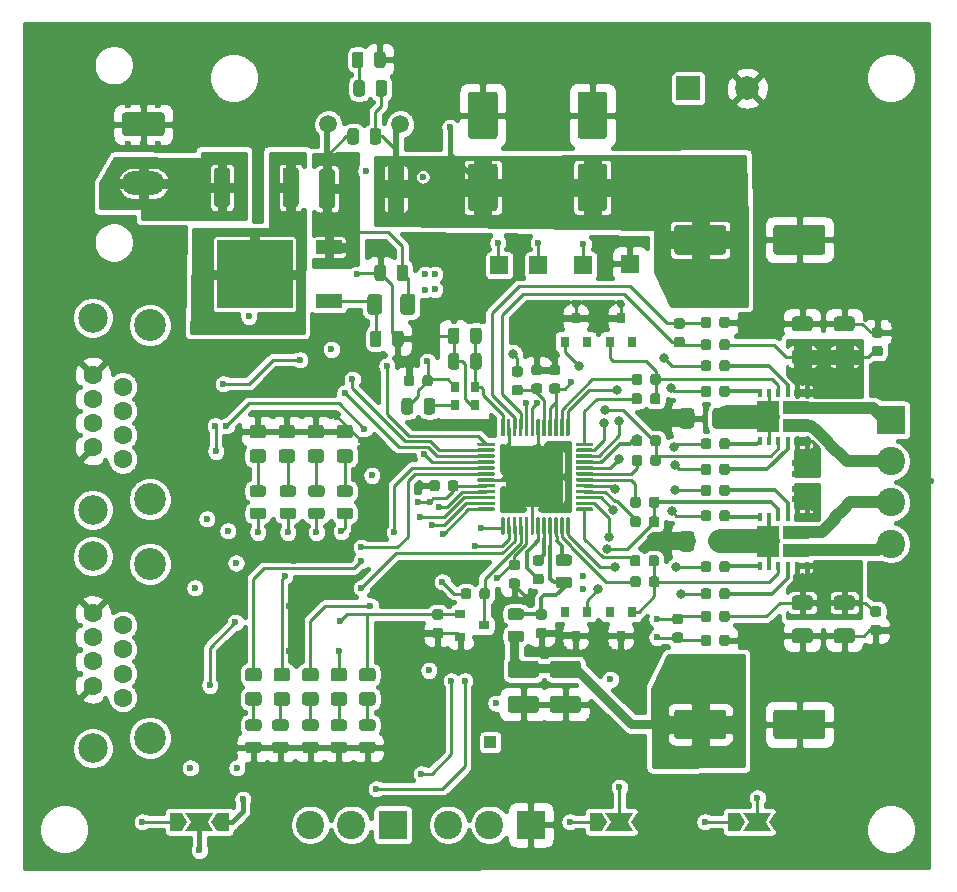
<source format=gbr>
G04 #@! TF.GenerationSoftware,KiCad,Pcbnew,(5.1.6)-1*
G04 #@! TF.CreationDate,2020-05-30T22:10:31+02:00*
G04 #@! TF.ProjectId,TMC51604Axis,544d4335-3136-4303-9441-7869732e6b69,rev?*
G04 #@! TF.SameCoordinates,Original*
G04 #@! TF.FileFunction,Copper,L1,Top*
G04 #@! TF.FilePolarity,Positive*
%FSLAX46Y46*%
G04 Gerber Fmt 4.6, Leading zero omitted, Abs format (unit mm)*
G04 Created by KiCad (PCBNEW (5.1.6)-1) date 2020-05-30 22:10:31*
%MOMM*%
%LPD*%
G01*
G04 APERTURE LIST*
G04 #@! TA.AperFunction,SMDPad,CuDef*
%ADD10C,1.500000*%
G04 #@! TD*
G04 #@! TA.AperFunction,ComponentPad*
%ADD11R,1.500000X1.500000*%
G04 #@! TD*
G04 #@! TA.AperFunction,SMDPad,CuDef*
%ADD12R,1.500000X1.500000*%
G04 #@! TD*
G04 #@! TA.AperFunction,SMDPad,CuDef*
%ADD13R,3.600000X3.600000*%
G04 #@! TD*
G04 #@! TA.AperFunction,SMDPad,CuDef*
%ADD14R,0.650000X0.850000*%
G04 #@! TD*
G04 #@! TA.AperFunction,ComponentPad*
%ADD15C,2.400000*%
G04 #@! TD*
G04 #@! TA.AperFunction,ComponentPad*
%ADD16R,2.400000X2.400000*%
G04 #@! TD*
G04 #@! TA.AperFunction,ComponentPad*
%ADD17R,1.000000X1.000000*%
G04 #@! TD*
G04 #@! TA.AperFunction,SMDPad,CuDef*
%ADD18R,0.900000X0.800000*%
G04 #@! TD*
G04 #@! TA.AperFunction,SMDPad,CuDef*
%ADD19C,0.100000*%
G04 #@! TD*
G04 #@! TA.AperFunction,SMDPad,CuDef*
%ADD20R,0.400000X0.700000*%
G04 #@! TD*
G04 #@! TA.AperFunction,SMDPad,CuDef*
%ADD21R,6.400000X5.800000*%
G04 #@! TD*
G04 #@! TA.AperFunction,SMDPad,CuDef*
%ADD22R,2.200000X1.200000*%
G04 #@! TD*
G04 #@! TA.AperFunction,Conductor*
%ADD23C,0.100000*%
G04 #@! TD*
G04 #@! TA.AperFunction,ConnectorPad*
%ADD24C,2.700000*%
G04 #@! TD*
G04 #@! TA.AperFunction,ComponentPad*
%ADD25C,2.500000*%
G04 #@! TD*
G04 #@! TA.AperFunction,ComponentPad*
%ADD26C,1.600000*%
G04 #@! TD*
G04 #@! TA.AperFunction,ComponentPad*
%ADD27O,3.600000X2.000000*%
G04 #@! TD*
G04 #@! TA.AperFunction,SMDPad,CuDef*
%ADD28R,0.800000X0.900000*%
G04 #@! TD*
G04 #@! TA.AperFunction,ComponentPad*
%ADD29C,2.000000*%
G04 #@! TD*
G04 #@! TA.AperFunction,ComponentPad*
%ADD30R,2.000000X2.000000*%
G04 #@! TD*
G04 #@! TA.AperFunction,ViaPad*
%ADD31C,0.800000*%
G04 #@! TD*
G04 #@! TA.AperFunction,ViaPad*
%ADD32C,0.600000*%
G04 #@! TD*
G04 #@! TA.AperFunction,Conductor*
%ADD33C,0.500000*%
G04 #@! TD*
G04 #@! TA.AperFunction,Conductor*
%ADD34C,0.250000*%
G04 #@! TD*
G04 #@! TA.AperFunction,Conductor*
%ADD35C,0.300000*%
G04 #@! TD*
G04 #@! TA.AperFunction,Conductor*
%ADD36C,2.000000*%
G04 #@! TD*
G04 #@! TA.AperFunction,Conductor*
%ADD37C,0.800000*%
G04 #@! TD*
G04 #@! TA.AperFunction,Conductor*
%ADD38C,0.400000*%
G04 #@! TD*
G04 #@! TA.AperFunction,Conductor*
%ADD39C,1.500000*%
G04 #@! TD*
G04 #@! TA.AperFunction,Conductor*
%ADD40C,0.350000*%
G04 #@! TD*
G04 #@! TA.AperFunction,Conductor*
%ADD41C,1.000000*%
G04 #@! TD*
G04 #@! TA.AperFunction,Conductor*
%ADD42C,0.280000*%
G04 #@! TD*
G04 #@! TA.AperFunction,Conductor*
%ADD43C,0.254000*%
G04 #@! TD*
G04 APERTURE END LIST*
G04 #@! TA.AperFunction,SMDPad,CuDef*
G36*
G01*
X97848000Y-90475750D02*
X97848000Y-91388250D01*
G75*
G02*
X97604250Y-91632000I-243750J0D01*
G01*
X97116750Y-91632000D01*
G75*
G02*
X96873000Y-91388250I0J243750D01*
G01*
X96873000Y-90475750D01*
G75*
G02*
X97116750Y-90232000I243750J0D01*
G01*
X97604250Y-90232000D01*
G75*
G02*
X97848000Y-90475750I0J-243750D01*
G01*
G37*
G04 #@! TD.AperFunction*
G04 #@! TA.AperFunction,SMDPad,CuDef*
G36*
G01*
X99723000Y-90475750D02*
X99723000Y-91388250D01*
G75*
G02*
X99479250Y-91632000I-243750J0D01*
G01*
X98991750Y-91632000D01*
G75*
G02*
X98748000Y-91388250I0J243750D01*
G01*
X98748000Y-90475750D01*
G75*
G02*
X98991750Y-90232000I243750J0D01*
G01*
X99479250Y-90232000D01*
G75*
G02*
X99723000Y-90475750I0J-243750D01*
G01*
G37*
G04 #@! TD.AperFunction*
D10*
X92837000Y-70866000D03*
X86741000Y-70866000D03*
D11*
X112268000Y-82677000D03*
G04 #@! TA.AperFunction,SMDPad,CuDef*
G36*
G01*
X129804000Y-113551000D02*
X131054000Y-113551000D01*
G75*
G02*
X131304000Y-113801000I0J-250000D01*
G01*
X131304000Y-114551000D01*
G75*
G02*
X131054000Y-114801000I-250000J0D01*
G01*
X129804000Y-114801000D01*
G75*
G02*
X129554000Y-114551000I0J250000D01*
G01*
X129554000Y-113801000D01*
G75*
G02*
X129804000Y-113551000I250000J0D01*
G01*
G37*
G04 #@! TD.AperFunction*
G04 #@! TA.AperFunction,SMDPad,CuDef*
G36*
G01*
X129804000Y-110751000D02*
X131054000Y-110751000D01*
G75*
G02*
X131304000Y-111001000I0J-250000D01*
G01*
X131304000Y-111751000D01*
G75*
G02*
X131054000Y-112001000I-250000J0D01*
G01*
X129804000Y-112001000D01*
G75*
G02*
X129554000Y-111751000I0J250000D01*
G01*
X129554000Y-111001000D01*
G75*
G02*
X129804000Y-110751000I250000J0D01*
G01*
G37*
G04 #@! TD.AperFunction*
G04 #@! TA.AperFunction,SMDPad,CuDef*
G36*
G01*
X131054000Y-91179000D02*
X129804000Y-91179000D01*
G75*
G02*
X129554000Y-90929000I0J250000D01*
G01*
X129554000Y-90179000D01*
G75*
G02*
X129804000Y-89929000I250000J0D01*
G01*
X131054000Y-89929000D01*
G75*
G02*
X131304000Y-90179000I0J-250000D01*
G01*
X131304000Y-90929000D01*
G75*
G02*
X131054000Y-91179000I-250000J0D01*
G01*
G37*
G04 #@! TD.AperFunction*
G04 #@! TA.AperFunction,SMDPad,CuDef*
G36*
G01*
X131054000Y-88379000D02*
X129804000Y-88379000D01*
G75*
G02*
X129554000Y-88129000I0J250000D01*
G01*
X129554000Y-87379000D01*
G75*
G02*
X129804000Y-87129000I250000J0D01*
G01*
X131054000Y-87129000D01*
G75*
G02*
X131304000Y-87379000I0J-250000D01*
G01*
X131304000Y-88129000D01*
G75*
G02*
X131054000Y-88379000I-250000J0D01*
G01*
G37*
G04 #@! TD.AperFunction*
D12*
X104512499Y-82804000D03*
X101219000Y-82804000D03*
X108331000Y-82804000D03*
D13*
X104267000Y-100711000D03*
G04 #@! TA.AperFunction,SMDPad,CuDef*
G36*
G01*
X107767000Y-97811000D02*
X109092000Y-97811000D01*
G75*
G02*
X109167000Y-97886000I0J-75000D01*
G01*
X109167000Y-98036000D01*
G75*
G02*
X109092000Y-98111000I-75000J0D01*
G01*
X107767000Y-98111000D01*
G75*
G02*
X107692000Y-98036000I0J75000D01*
G01*
X107692000Y-97886000D01*
G75*
G02*
X107767000Y-97811000I75000J0D01*
G01*
G37*
G04 #@! TD.AperFunction*
G04 #@! TA.AperFunction,SMDPad,CuDef*
G36*
G01*
X107767000Y-98311000D02*
X109092000Y-98311000D01*
G75*
G02*
X109167000Y-98386000I0J-75000D01*
G01*
X109167000Y-98536000D01*
G75*
G02*
X109092000Y-98611000I-75000J0D01*
G01*
X107767000Y-98611000D01*
G75*
G02*
X107692000Y-98536000I0J75000D01*
G01*
X107692000Y-98386000D01*
G75*
G02*
X107767000Y-98311000I75000J0D01*
G01*
G37*
G04 #@! TD.AperFunction*
G04 #@! TA.AperFunction,SMDPad,CuDef*
G36*
G01*
X107767000Y-98811000D02*
X109092000Y-98811000D01*
G75*
G02*
X109167000Y-98886000I0J-75000D01*
G01*
X109167000Y-99036000D01*
G75*
G02*
X109092000Y-99111000I-75000J0D01*
G01*
X107767000Y-99111000D01*
G75*
G02*
X107692000Y-99036000I0J75000D01*
G01*
X107692000Y-98886000D01*
G75*
G02*
X107767000Y-98811000I75000J0D01*
G01*
G37*
G04 #@! TD.AperFunction*
G04 #@! TA.AperFunction,SMDPad,CuDef*
G36*
G01*
X107767000Y-99311000D02*
X109092000Y-99311000D01*
G75*
G02*
X109167000Y-99386000I0J-75000D01*
G01*
X109167000Y-99536000D01*
G75*
G02*
X109092000Y-99611000I-75000J0D01*
G01*
X107767000Y-99611000D01*
G75*
G02*
X107692000Y-99536000I0J75000D01*
G01*
X107692000Y-99386000D01*
G75*
G02*
X107767000Y-99311000I75000J0D01*
G01*
G37*
G04 #@! TD.AperFunction*
G04 #@! TA.AperFunction,SMDPad,CuDef*
G36*
G01*
X107767000Y-99811000D02*
X109092000Y-99811000D01*
G75*
G02*
X109167000Y-99886000I0J-75000D01*
G01*
X109167000Y-100036000D01*
G75*
G02*
X109092000Y-100111000I-75000J0D01*
G01*
X107767000Y-100111000D01*
G75*
G02*
X107692000Y-100036000I0J75000D01*
G01*
X107692000Y-99886000D01*
G75*
G02*
X107767000Y-99811000I75000J0D01*
G01*
G37*
G04 #@! TD.AperFunction*
G04 #@! TA.AperFunction,SMDPad,CuDef*
G36*
G01*
X107767000Y-100311000D02*
X109092000Y-100311000D01*
G75*
G02*
X109167000Y-100386000I0J-75000D01*
G01*
X109167000Y-100536000D01*
G75*
G02*
X109092000Y-100611000I-75000J0D01*
G01*
X107767000Y-100611000D01*
G75*
G02*
X107692000Y-100536000I0J75000D01*
G01*
X107692000Y-100386000D01*
G75*
G02*
X107767000Y-100311000I75000J0D01*
G01*
G37*
G04 #@! TD.AperFunction*
G04 #@! TA.AperFunction,SMDPad,CuDef*
G36*
G01*
X107767000Y-100811000D02*
X109092000Y-100811000D01*
G75*
G02*
X109167000Y-100886000I0J-75000D01*
G01*
X109167000Y-101036000D01*
G75*
G02*
X109092000Y-101111000I-75000J0D01*
G01*
X107767000Y-101111000D01*
G75*
G02*
X107692000Y-101036000I0J75000D01*
G01*
X107692000Y-100886000D01*
G75*
G02*
X107767000Y-100811000I75000J0D01*
G01*
G37*
G04 #@! TD.AperFunction*
G04 #@! TA.AperFunction,SMDPad,CuDef*
G36*
G01*
X107767000Y-101311000D02*
X109092000Y-101311000D01*
G75*
G02*
X109167000Y-101386000I0J-75000D01*
G01*
X109167000Y-101536000D01*
G75*
G02*
X109092000Y-101611000I-75000J0D01*
G01*
X107767000Y-101611000D01*
G75*
G02*
X107692000Y-101536000I0J75000D01*
G01*
X107692000Y-101386000D01*
G75*
G02*
X107767000Y-101311000I75000J0D01*
G01*
G37*
G04 #@! TD.AperFunction*
G04 #@! TA.AperFunction,SMDPad,CuDef*
G36*
G01*
X107767000Y-101811000D02*
X109092000Y-101811000D01*
G75*
G02*
X109167000Y-101886000I0J-75000D01*
G01*
X109167000Y-102036000D01*
G75*
G02*
X109092000Y-102111000I-75000J0D01*
G01*
X107767000Y-102111000D01*
G75*
G02*
X107692000Y-102036000I0J75000D01*
G01*
X107692000Y-101886000D01*
G75*
G02*
X107767000Y-101811000I75000J0D01*
G01*
G37*
G04 #@! TD.AperFunction*
G04 #@! TA.AperFunction,SMDPad,CuDef*
G36*
G01*
X107767000Y-102311000D02*
X109092000Y-102311000D01*
G75*
G02*
X109167000Y-102386000I0J-75000D01*
G01*
X109167000Y-102536000D01*
G75*
G02*
X109092000Y-102611000I-75000J0D01*
G01*
X107767000Y-102611000D01*
G75*
G02*
X107692000Y-102536000I0J75000D01*
G01*
X107692000Y-102386000D01*
G75*
G02*
X107767000Y-102311000I75000J0D01*
G01*
G37*
G04 #@! TD.AperFunction*
G04 #@! TA.AperFunction,SMDPad,CuDef*
G36*
G01*
X107767000Y-102811000D02*
X109092000Y-102811000D01*
G75*
G02*
X109167000Y-102886000I0J-75000D01*
G01*
X109167000Y-103036000D01*
G75*
G02*
X109092000Y-103111000I-75000J0D01*
G01*
X107767000Y-103111000D01*
G75*
G02*
X107692000Y-103036000I0J75000D01*
G01*
X107692000Y-102886000D01*
G75*
G02*
X107767000Y-102811000I75000J0D01*
G01*
G37*
G04 #@! TD.AperFunction*
G04 #@! TA.AperFunction,SMDPad,CuDef*
G36*
G01*
X107767000Y-103311000D02*
X109092000Y-103311000D01*
G75*
G02*
X109167000Y-103386000I0J-75000D01*
G01*
X109167000Y-103536000D01*
G75*
G02*
X109092000Y-103611000I-75000J0D01*
G01*
X107767000Y-103611000D01*
G75*
G02*
X107692000Y-103536000I0J75000D01*
G01*
X107692000Y-103386000D01*
G75*
G02*
X107767000Y-103311000I75000J0D01*
G01*
G37*
G04 #@! TD.AperFunction*
G04 #@! TA.AperFunction,SMDPad,CuDef*
G36*
G01*
X106942000Y-104136000D02*
X107092000Y-104136000D01*
G75*
G02*
X107167000Y-104211000I0J-75000D01*
G01*
X107167000Y-105536000D01*
G75*
G02*
X107092000Y-105611000I-75000J0D01*
G01*
X106942000Y-105611000D01*
G75*
G02*
X106867000Y-105536000I0J75000D01*
G01*
X106867000Y-104211000D01*
G75*
G02*
X106942000Y-104136000I75000J0D01*
G01*
G37*
G04 #@! TD.AperFunction*
G04 #@! TA.AperFunction,SMDPad,CuDef*
G36*
G01*
X106442000Y-104136000D02*
X106592000Y-104136000D01*
G75*
G02*
X106667000Y-104211000I0J-75000D01*
G01*
X106667000Y-105536000D01*
G75*
G02*
X106592000Y-105611000I-75000J0D01*
G01*
X106442000Y-105611000D01*
G75*
G02*
X106367000Y-105536000I0J75000D01*
G01*
X106367000Y-104211000D01*
G75*
G02*
X106442000Y-104136000I75000J0D01*
G01*
G37*
G04 #@! TD.AperFunction*
G04 #@! TA.AperFunction,SMDPad,CuDef*
G36*
G01*
X105942000Y-104136000D02*
X106092000Y-104136000D01*
G75*
G02*
X106167000Y-104211000I0J-75000D01*
G01*
X106167000Y-105536000D01*
G75*
G02*
X106092000Y-105611000I-75000J0D01*
G01*
X105942000Y-105611000D01*
G75*
G02*
X105867000Y-105536000I0J75000D01*
G01*
X105867000Y-104211000D01*
G75*
G02*
X105942000Y-104136000I75000J0D01*
G01*
G37*
G04 #@! TD.AperFunction*
G04 #@! TA.AperFunction,SMDPad,CuDef*
G36*
G01*
X105442000Y-104136000D02*
X105592000Y-104136000D01*
G75*
G02*
X105667000Y-104211000I0J-75000D01*
G01*
X105667000Y-105536000D01*
G75*
G02*
X105592000Y-105611000I-75000J0D01*
G01*
X105442000Y-105611000D01*
G75*
G02*
X105367000Y-105536000I0J75000D01*
G01*
X105367000Y-104211000D01*
G75*
G02*
X105442000Y-104136000I75000J0D01*
G01*
G37*
G04 #@! TD.AperFunction*
G04 #@! TA.AperFunction,SMDPad,CuDef*
G36*
G01*
X104942000Y-104136000D02*
X105092000Y-104136000D01*
G75*
G02*
X105167000Y-104211000I0J-75000D01*
G01*
X105167000Y-105536000D01*
G75*
G02*
X105092000Y-105611000I-75000J0D01*
G01*
X104942000Y-105611000D01*
G75*
G02*
X104867000Y-105536000I0J75000D01*
G01*
X104867000Y-104211000D01*
G75*
G02*
X104942000Y-104136000I75000J0D01*
G01*
G37*
G04 #@! TD.AperFunction*
G04 #@! TA.AperFunction,SMDPad,CuDef*
G36*
G01*
X104442000Y-104136000D02*
X104592000Y-104136000D01*
G75*
G02*
X104667000Y-104211000I0J-75000D01*
G01*
X104667000Y-105536000D01*
G75*
G02*
X104592000Y-105611000I-75000J0D01*
G01*
X104442000Y-105611000D01*
G75*
G02*
X104367000Y-105536000I0J75000D01*
G01*
X104367000Y-104211000D01*
G75*
G02*
X104442000Y-104136000I75000J0D01*
G01*
G37*
G04 #@! TD.AperFunction*
G04 #@! TA.AperFunction,SMDPad,CuDef*
G36*
G01*
X103942000Y-104136000D02*
X104092000Y-104136000D01*
G75*
G02*
X104167000Y-104211000I0J-75000D01*
G01*
X104167000Y-105536000D01*
G75*
G02*
X104092000Y-105611000I-75000J0D01*
G01*
X103942000Y-105611000D01*
G75*
G02*
X103867000Y-105536000I0J75000D01*
G01*
X103867000Y-104211000D01*
G75*
G02*
X103942000Y-104136000I75000J0D01*
G01*
G37*
G04 #@! TD.AperFunction*
G04 #@! TA.AperFunction,SMDPad,CuDef*
G36*
G01*
X103442000Y-104136000D02*
X103592000Y-104136000D01*
G75*
G02*
X103667000Y-104211000I0J-75000D01*
G01*
X103667000Y-105536000D01*
G75*
G02*
X103592000Y-105611000I-75000J0D01*
G01*
X103442000Y-105611000D01*
G75*
G02*
X103367000Y-105536000I0J75000D01*
G01*
X103367000Y-104211000D01*
G75*
G02*
X103442000Y-104136000I75000J0D01*
G01*
G37*
G04 #@! TD.AperFunction*
G04 #@! TA.AperFunction,SMDPad,CuDef*
G36*
G01*
X102942000Y-104136000D02*
X103092000Y-104136000D01*
G75*
G02*
X103167000Y-104211000I0J-75000D01*
G01*
X103167000Y-105536000D01*
G75*
G02*
X103092000Y-105611000I-75000J0D01*
G01*
X102942000Y-105611000D01*
G75*
G02*
X102867000Y-105536000I0J75000D01*
G01*
X102867000Y-104211000D01*
G75*
G02*
X102942000Y-104136000I75000J0D01*
G01*
G37*
G04 #@! TD.AperFunction*
G04 #@! TA.AperFunction,SMDPad,CuDef*
G36*
G01*
X102442000Y-104136000D02*
X102592000Y-104136000D01*
G75*
G02*
X102667000Y-104211000I0J-75000D01*
G01*
X102667000Y-105536000D01*
G75*
G02*
X102592000Y-105611000I-75000J0D01*
G01*
X102442000Y-105611000D01*
G75*
G02*
X102367000Y-105536000I0J75000D01*
G01*
X102367000Y-104211000D01*
G75*
G02*
X102442000Y-104136000I75000J0D01*
G01*
G37*
G04 #@! TD.AperFunction*
G04 #@! TA.AperFunction,SMDPad,CuDef*
G36*
G01*
X101942000Y-104136000D02*
X102092000Y-104136000D01*
G75*
G02*
X102167000Y-104211000I0J-75000D01*
G01*
X102167000Y-105536000D01*
G75*
G02*
X102092000Y-105611000I-75000J0D01*
G01*
X101942000Y-105611000D01*
G75*
G02*
X101867000Y-105536000I0J75000D01*
G01*
X101867000Y-104211000D01*
G75*
G02*
X101942000Y-104136000I75000J0D01*
G01*
G37*
G04 #@! TD.AperFunction*
G04 #@! TA.AperFunction,SMDPad,CuDef*
G36*
G01*
X101442000Y-104136000D02*
X101592000Y-104136000D01*
G75*
G02*
X101667000Y-104211000I0J-75000D01*
G01*
X101667000Y-105536000D01*
G75*
G02*
X101592000Y-105611000I-75000J0D01*
G01*
X101442000Y-105611000D01*
G75*
G02*
X101367000Y-105536000I0J75000D01*
G01*
X101367000Y-104211000D01*
G75*
G02*
X101442000Y-104136000I75000J0D01*
G01*
G37*
G04 #@! TD.AperFunction*
G04 #@! TA.AperFunction,SMDPad,CuDef*
G36*
G01*
X99442000Y-103311000D02*
X100767000Y-103311000D01*
G75*
G02*
X100842000Y-103386000I0J-75000D01*
G01*
X100842000Y-103536000D01*
G75*
G02*
X100767000Y-103611000I-75000J0D01*
G01*
X99442000Y-103611000D01*
G75*
G02*
X99367000Y-103536000I0J75000D01*
G01*
X99367000Y-103386000D01*
G75*
G02*
X99442000Y-103311000I75000J0D01*
G01*
G37*
G04 #@! TD.AperFunction*
G04 #@! TA.AperFunction,SMDPad,CuDef*
G36*
G01*
X99442000Y-102811000D02*
X100767000Y-102811000D01*
G75*
G02*
X100842000Y-102886000I0J-75000D01*
G01*
X100842000Y-103036000D01*
G75*
G02*
X100767000Y-103111000I-75000J0D01*
G01*
X99442000Y-103111000D01*
G75*
G02*
X99367000Y-103036000I0J75000D01*
G01*
X99367000Y-102886000D01*
G75*
G02*
X99442000Y-102811000I75000J0D01*
G01*
G37*
G04 #@! TD.AperFunction*
G04 #@! TA.AperFunction,SMDPad,CuDef*
G36*
G01*
X99442000Y-102311000D02*
X100767000Y-102311000D01*
G75*
G02*
X100842000Y-102386000I0J-75000D01*
G01*
X100842000Y-102536000D01*
G75*
G02*
X100767000Y-102611000I-75000J0D01*
G01*
X99442000Y-102611000D01*
G75*
G02*
X99367000Y-102536000I0J75000D01*
G01*
X99367000Y-102386000D01*
G75*
G02*
X99442000Y-102311000I75000J0D01*
G01*
G37*
G04 #@! TD.AperFunction*
G04 #@! TA.AperFunction,SMDPad,CuDef*
G36*
G01*
X99442000Y-101811000D02*
X100767000Y-101811000D01*
G75*
G02*
X100842000Y-101886000I0J-75000D01*
G01*
X100842000Y-102036000D01*
G75*
G02*
X100767000Y-102111000I-75000J0D01*
G01*
X99442000Y-102111000D01*
G75*
G02*
X99367000Y-102036000I0J75000D01*
G01*
X99367000Y-101886000D01*
G75*
G02*
X99442000Y-101811000I75000J0D01*
G01*
G37*
G04 #@! TD.AperFunction*
G04 #@! TA.AperFunction,SMDPad,CuDef*
G36*
G01*
X99442000Y-101311000D02*
X100767000Y-101311000D01*
G75*
G02*
X100842000Y-101386000I0J-75000D01*
G01*
X100842000Y-101536000D01*
G75*
G02*
X100767000Y-101611000I-75000J0D01*
G01*
X99442000Y-101611000D01*
G75*
G02*
X99367000Y-101536000I0J75000D01*
G01*
X99367000Y-101386000D01*
G75*
G02*
X99442000Y-101311000I75000J0D01*
G01*
G37*
G04 #@! TD.AperFunction*
G04 #@! TA.AperFunction,SMDPad,CuDef*
G36*
G01*
X99442000Y-100811000D02*
X100767000Y-100811000D01*
G75*
G02*
X100842000Y-100886000I0J-75000D01*
G01*
X100842000Y-101036000D01*
G75*
G02*
X100767000Y-101111000I-75000J0D01*
G01*
X99442000Y-101111000D01*
G75*
G02*
X99367000Y-101036000I0J75000D01*
G01*
X99367000Y-100886000D01*
G75*
G02*
X99442000Y-100811000I75000J0D01*
G01*
G37*
G04 #@! TD.AperFunction*
G04 #@! TA.AperFunction,SMDPad,CuDef*
G36*
G01*
X99442000Y-100311000D02*
X100767000Y-100311000D01*
G75*
G02*
X100842000Y-100386000I0J-75000D01*
G01*
X100842000Y-100536000D01*
G75*
G02*
X100767000Y-100611000I-75000J0D01*
G01*
X99442000Y-100611000D01*
G75*
G02*
X99367000Y-100536000I0J75000D01*
G01*
X99367000Y-100386000D01*
G75*
G02*
X99442000Y-100311000I75000J0D01*
G01*
G37*
G04 #@! TD.AperFunction*
G04 #@! TA.AperFunction,SMDPad,CuDef*
G36*
G01*
X99442000Y-99811000D02*
X100767000Y-99811000D01*
G75*
G02*
X100842000Y-99886000I0J-75000D01*
G01*
X100842000Y-100036000D01*
G75*
G02*
X100767000Y-100111000I-75000J0D01*
G01*
X99442000Y-100111000D01*
G75*
G02*
X99367000Y-100036000I0J75000D01*
G01*
X99367000Y-99886000D01*
G75*
G02*
X99442000Y-99811000I75000J0D01*
G01*
G37*
G04 #@! TD.AperFunction*
G04 #@! TA.AperFunction,SMDPad,CuDef*
G36*
G01*
X99442000Y-99311000D02*
X100767000Y-99311000D01*
G75*
G02*
X100842000Y-99386000I0J-75000D01*
G01*
X100842000Y-99536000D01*
G75*
G02*
X100767000Y-99611000I-75000J0D01*
G01*
X99442000Y-99611000D01*
G75*
G02*
X99367000Y-99536000I0J75000D01*
G01*
X99367000Y-99386000D01*
G75*
G02*
X99442000Y-99311000I75000J0D01*
G01*
G37*
G04 #@! TD.AperFunction*
G04 #@! TA.AperFunction,SMDPad,CuDef*
G36*
G01*
X99442000Y-98811000D02*
X100767000Y-98811000D01*
G75*
G02*
X100842000Y-98886000I0J-75000D01*
G01*
X100842000Y-99036000D01*
G75*
G02*
X100767000Y-99111000I-75000J0D01*
G01*
X99442000Y-99111000D01*
G75*
G02*
X99367000Y-99036000I0J75000D01*
G01*
X99367000Y-98886000D01*
G75*
G02*
X99442000Y-98811000I75000J0D01*
G01*
G37*
G04 #@! TD.AperFunction*
G04 #@! TA.AperFunction,SMDPad,CuDef*
G36*
G01*
X99442000Y-98311000D02*
X100767000Y-98311000D01*
G75*
G02*
X100842000Y-98386000I0J-75000D01*
G01*
X100842000Y-98536000D01*
G75*
G02*
X100767000Y-98611000I-75000J0D01*
G01*
X99442000Y-98611000D01*
G75*
G02*
X99367000Y-98536000I0J75000D01*
G01*
X99367000Y-98386000D01*
G75*
G02*
X99442000Y-98311000I75000J0D01*
G01*
G37*
G04 #@! TD.AperFunction*
G04 #@! TA.AperFunction,SMDPad,CuDef*
G36*
G01*
X99442000Y-97811000D02*
X100767000Y-97811000D01*
G75*
G02*
X100842000Y-97886000I0J-75000D01*
G01*
X100842000Y-98036000D01*
G75*
G02*
X100767000Y-98111000I-75000J0D01*
G01*
X99442000Y-98111000D01*
G75*
G02*
X99367000Y-98036000I0J75000D01*
G01*
X99367000Y-97886000D01*
G75*
G02*
X99442000Y-97811000I75000J0D01*
G01*
G37*
G04 #@! TD.AperFunction*
G04 #@! TA.AperFunction,SMDPad,CuDef*
G36*
G01*
X101442000Y-95811000D02*
X101592000Y-95811000D01*
G75*
G02*
X101667000Y-95886000I0J-75000D01*
G01*
X101667000Y-97211000D01*
G75*
G02*
X101592000Y-97286000I-75000J0D01*
G01*
X101442000Y-97286000D01*
G75*
G02*
X101367000Y-97211000I0J75000D01*
G01*
X101367000Y-95886000D01*
G75*
G02*
X101442000Y-95811000I75000J0D01*
G01*
G37*
G04 #@! TD.AperFunction*
G04 #@! TA.AperFunction,SMDPad,CuDef*
G36*
G01*
X101942000Y-95811000D02*
X102092000Y-95811000D01*
G75*
G02*
X102167000Y-95886000I0J-75000D01*
G01*
X102167000Y-97211000D01*
G75*
G02*
X102092000Y-97286000I-75000J0D01*
G01*
X101942000Y-97286000D01*
G75*
G02*
X101867000Y-97211000I0J75000D01*
G01*
X101867000Y-95886000D01*
G75*
G02*
X101942000Y-95811000I75000J0D01*
G01*
G37*
G04 #@! TD.AperFunction*
G04 #@! TA.AperFunction,SMDPad,CuDef*
G36*
G01*
X102442000Y-95811000D02*
X102592000Y-95811000D01*
G75*
G02*
X102667000Y-95886000I0J-75000D01*
G01*
X102667000Y-97211000D01*
G75*
G02*
X102592000Y-97286000I-75000J0D01*
G01*
X102442000Y-97286000D01*
G75*
G02*
X102367000Y-97211000I0J75000D01*
G01*
X102367000Y-95886000D01*
G75*
G02*
X102442000Y-95811000I75000J0D01*
G01*
G37*
G04 #@! TD.AperFunction*
G04 #@! TA.AperFunction,SMDPad,CuDef*
G36*
G01*
X102942000Y-95811000D02*
X103092000Y-95811000D01*
G75*
G02*
X103167000Y-95886000I0J-75000D01*
G01*
X103167000Y-97211000D01*
G75*
G02*
X103092000Y-97286000I-75000J0D01*
G01*
X102942000Y-97286000D01*
G75*
G02*
X102867000Y-97211000I0J75000D01*
G01*
X102867000Y-95886000D01*
G75*
G02*
X102942000Y-95811000I75000J0D01*
G01*
G37*
G04 #@! TD.AperFunction*
G04 #@! TA.AperFunction,SMDPad,CuDef*
G36*
G01*
X103442000Y-95811000D02*
X103592000Y-95811000D01*
G75*
G02*
X103667000Y-95886000I0J-75000D01*
G01*
X103667000Y-97211000D01*
G75*
G02*
X103592000Y-97286000I-75000J0D01*
G01*
X103442000Y-97286000D01*
G75*
G02*
X103367000Y-97211000I0J75000D01*
G01*
X103367000Y-95886000D01*
G75*
G02*
X103442000Y-95811000I75000J0D01*
G01*
G37*
G04 #@! TD.AperFunction*
G04 #@! TA.AperFunction,SMDPad,CuDef*
G36*
G01*
X103942000Y-95811000D02*
X104092000Y-95811000D01*
G75*
G02*
X104167000Y-95886000I0J-75000D01*
G01*
X104167000Y-97211000D01*
G75*
G02*
X104092000Y-97286000I-75000J0D01*
G01*
X103942000Y-97286000D01*
G75*
G02*
X103867000Y-97211000I0J75000D01*
G01*
X103867000Y-95886000D01*
G75*
G02*
X103942000Y-95811000I75000J0D01*
G01*
G37*
G04 #@! TD.AperFunction*
G04 #@! TA.AperFunction,SMDPad,CuDef*
G36*
G01*
X104442000Y-95811000D02*
X104592000Y-95811000D01*
G75*
G02*
X104667000Y-95886000I0J-75000D01*
G01*
X104667000Y-97211000D01*
G75*
G02*
X104592000Y-97286000I-75000J0D01*
G01*
X104442000Y-97286000D01*
G75*
G02*
X104367000Y-97211000I0J75000D01*
G01*
X104367000Y-95886000D01*
G75*
G02*
X104442000Y-95811000I75000J0D01*
G01*
G37*
G04 #@! TD.AperFunction*
G04 #@! TA.AperFunction,SMDPad,CuDef*
G36*
G01*
X104942000Y-95811000D02*
X105092000Y-95811000D01*
G75*
G02*
X105167000Y-95886000I0J-75000D01*
G01*
X105167000Y-97211000D01*
G75*
G02*
X105092000Y-97286000I-75000J0D01*
G01*
X104942000Y-97286000D01*
G75*
G02*
X104867000Y-97211000I0J75000D01*
G01*
X104867000Y-95886000D01*
G75*
G02*
X104942000Y-95811000I75000J0D01*
G01*
G37*
G04 #@! TD.AperFunction*
G04 #@! TA.AperFunction,SMDPad,CuDef*
G36*
G01*
X105442000Y-95811000D02*
X105592000Y-95811000D01*
G75*
G02*
X105667000Y-95886000I0J-75000D01*
G01*
X105667000Y-97211000D01*
G75*
G02*
X105592000Y-97286000I-75000J0D01*
G01*
X105442000Y-97286000D01*
G75*
G02*
X105367000Y-97211000I0J75000D01*
G01*
X105367000Y-95886000D01*
G75*
G02*
X105442000Y-95811000I75000J0D01*
G01*
G37*
G04 #@! TD.AperFunction*
G04 #@! TA.AperFunction,SMDPad,CuDef*
G36*
G01*
X105942000Y-95811000D02*
X106092000Y-95811000D01*
G75*
G02*
X106167000Y-95886000I0J-75000D01*
G01*
X106167000Y-97211000D01*
G75*
G02*
X106092000Y-97286000I-75000J0D01*
G01*
X105942000Y-97286000D01*
G75*
G02*
X105867000Y-97211000I0J75000D01*
G01*
X105867000Y-95886000D01*
G75*
G02*
X105942000Y-95811000I75000J0D01*
G01*
G37*
G04 #@! TD.AperFunction*
G04 #@! TA.AperFunction,SMDPad,CuDef*
G36*
G01*
X106442000Y-95811000D02*
X106592000Y-95811000D01*
G75*
G02*
X106667000Y-95886000I0J-75000D01*
G01*
X106667000Y-97211000D01*
G75*
G02*
X106592000Y-97286000I-75000J0D01*
G01*
X106442000Y-97286000D01*
G75*
G02*
X106367000Y-97211000I0J75000D01*
G01*
X106367000Y-95886000D01*
G75*
G02*
X106442000Y-95811000I75000J0D01*
G01*
G37*
G04 #@! TD.AperFunction*
G04 #@! TA.AperFunction,SMDPad,CuDef*
G36*
G01*
X106942000Y-95811000D02*
X107092000Y-95811000D01*
G75*
G02*
X107167000Y-95886000I0J-75000D01*
G01*
X107167000Y-97211000D01*
G75*
G02*
X107092000Y-97286000I-75000J0D01*
G01*
X106942000Y-97286000D01*
G75*
G02*
X106867000Y-97211000I0J75000D01*
G01*
X106867000Y-95886000D01*
G75*
G02*
X106942000Y-95811000I75000J0D01*
G01*
G37*
G04 #@! TD.AperFunction*
G04 #@! TA.AperFunction,SMDPad,CuDef*
G36*
G01*
X94711000Y-92839250D02*
X94711000Y-92326750D01*
G75*
G02*
X94929750Y-92108000I218750J0D01*
G01*
X95367250Y-92108000D01*
G75*
G02*
X95586000Y-92326750I0J-218750D01*
G01*
X95586000Y-92839250D01*
G75*
G02*
X95367250Y-93058000I-218750J0D01*
G01*
X94929750Y-93058000D01*
G75*
G02*
X94711000Y-92839250I0J218750D01*
G01*
G37*
G04 #@! TD.AperFunction*
G04 #@! TA.AperFunction,SMDPad,CuDef*
G36*
G01*
X93136000Y-92839250D02*
X93136000Y-92326750D01*
G75*
G02*
X93354750Y-92108000I218750J0D01*
G01*
X93792250Y-92108000D01*
G75*
G02*
X94011000Y-92326750I0J-218750D01*
G01*
X94011000Y-92839250D01*
G75*
G02*
X93792250Y-93058000I-218750J0D01*
G01*
X93354750Y-93058000D01*
G75*
G02*
X93136000Y-92839250I0J218750D01*
G01*
G37*
G04 #@! TD.AperFunction*
G04 #@! TA.AperFunction,SMDPad,CuDef*
G36*
G01*
X94811000Y-95198250D02*
X94811000Y-94285750D01*
G75*
G02*
X95054750Y-94042000I243750J0D01*
G01*
X95542250Y-94042000D01*
G75*
G02*
X95786000Y-94285750I0J-243750D01*
G01*
X95786000Y-95198250D01*
G75*
G02*
X95542250Y-95442000I-243750J0D01*
G01*
X95054750Y-95442000D01*
G75*
G02*
X94811000Y-95198250I0J243750D01*
G01*
G37*
G04 #@! TD.AperFunction*
G04 #@! TA.AperFunction,SMDPad,CuDef*
G36*
G01*
X92936000Y-95198250D02*
X92936000Y-94285750D01*
G75*
G02*
X93179750Y-94042000I243750J0D01*
G01*
X93667250Y-94042000D01*
G75*
G02*
X93911000Y-94285750I0J-243750D01*
G01*
X93911000Y-95198250D01*
G75*
G02*
X93667250Y-95442000I-243750J0D01*
G01*
X93179750Y-95442000D01*
G75*
G02*
X92936000Y-95198250I0J243750D01*
G01*
G37*
G04 #@! TD.AperFunction*
G04 #@! TA.AperFunction,SMDPad,CuDef*
G36*
G01*
X98748000Y-89229250D02*
X98748000Y-88316750D01*
G75*
G02*
X98991750Y-88073000I243750J0D01*
G01*
X99479250Y-88073000D01*
G75*
G02*
X99723000Y-88316750I0J-243750D01*
G01*
X99723000Y-89229250D01*
G75*
G02*
X99479250Y-89473000I-243750J0D01*
G01*
X98991750Y-89473000D01*
G75*
G02*
X98748000Y-89229250I0J243750D01*
G01*
G37*
G04 #@! TD.AperFunction*
G04 #@! TA.AperFunction,SMDPad,CuDef*
G36*
G01*
X96873000Y-89229250D02*
X96873000Y-88316750D01*
G75*
G02*
X97116750Y-88073000I243750J0D01*
G01*
X97604250Y-88073000D01*
G75*
G02*
X97848000Y-88316750I0J-243750D01*
G01*
X97848000Y-89229250D01*
G75*
G02*
X97604250Y-89473000I-243750J0D01*
G01*
X97116750Y-89473000D01*
G75*
G02*
X96873000Y-89229250I0J243750D01*
G01*
G37*
G04 #@! TD.AperFunction*
D14*
X97473000Y-93078000D03*
X99123000Y-93078000D03*
X99123000Y-94628000D03*
X97473000Y-94628000D03*
D15*
X85202000Y-130175000D03*
X88702000Y-130175000D03*
D16*
X92202000Y-130175000D03*
G04 #@! TA.AperFunction,SMDPad,CuDef*
G36*
G01*
X87173750Y-123132000D02*
X88086250Y-123132000D01*
G75*
G02*
X88330000Y-123375750I0J-243750D01*
G01*
X88330000Y-123863250D01*
G75*
G02*
X88086250Y-124107000I-243750J0D01*
G01*
X87173750Y-124107000D01*
G75*
G02*
X86930000Y-123863250I0J243750D01*
G01*
X86930000Y-123375750D01*
G75*
G02*
X87173750Y-123132000I243750J0D01*
G01*
G37*
G04 #@! TD.AperFunction*
G04 #@! TA.AperFunction,SMDPad,CuDef*
G36*
G01*
X87173750Y-121257000D02*
X88086250Y-121257000D01*
G75*
G02*
X88330000Y-121500750I0J-243750D01*
G01*
X88330000Y-121988250D01*
G75*
G02*
X88086250Y-122232000I-243750J0D01*
G01*
X87173750Y-122232000D01*
G75*
G02*
X86930000Y-121988250I0J243750D01*
G01*
X86930000Y-121500750D01*
G75*
G02*
X87173750Y-121257000I243750J0D01*
G01*
G37*
G04 #@! TD.AperFunction*
G04 #@! TA.AperFunction,SMDPad,CuDef*
G36*
G01*
X84760750Y-123132000D02*
X85673250Y-123132000D01*
G75*
G02*
X85917000Y-123375750I0J-243750D01*
G01*
X85917000Y-123863250D01*
G75*
G02*
X85673250Y-124107000I-243750J0D01*
G01*
X84760750Y-124107000D01*
G75*
G02*
X84517000Y-123863250I0J243750D01*
G01*
X84517000Y-123375750D01*
G75*
G02*
X84760750Y-123132000I243750J0D01*
G01*
G37*
G04 #@! TD.AperFunction*
G04 #@! TA.AperFunction,SMDPad,CuDef*
G36*
G01*
X84760750Y-121257000D02*
X85673250Y-121257000D01*
G75*
G02*
X85917000Y-121500750I0J-243750D01*
G01*
X85917000Y-121988250D01*
G75*
G02*
X85673250Y-122232000I-243750J0D01*
G01*
X84760750Y-122232000D01*
G75*
G02*
X84517000Y-121988250I0J243750D01*
G01*
X84517000Y-121500750D01*
G75*
G02*
X84760750Y-121257000I243750J0D01*
G01*
G37*
G04 #@! TD.AperFunction*
G04 #@! TA.AperFunction,SMDPad,CuDef*
G36*
G01*
X79934750Y-123132000D02*
X80847250Y-123132000D01*
G75*
G02*
X81091000Y-123375750I0J-243750D01*
G01*
X81091000Y-123863250D01*
G75*
G02*
X80847250Y-124107000I-243750J0D01*
G01*
X79934750Y-124107000D01*
G75*
G02*
X79691000Y-123863250I0J243750D01*
G01*
X79691000Y-123375750D01*
G75*
G02*
X79934750Y-123132000I243750J0D01*
G01*
G37*
G04 #@! TD.AperFunction*
G04 #@! TA.AperFunction,SMDPad,CuDef*
G36*
G01*
X79934750Y-121257000D02*
X80847250Y-121257000D01*
G75*
G02*
X81091000Y-121500750I0J-243750D01*
G01*
X81091000Y-121988250D01*
G75*
G02*
X80847250Y-122232000I-243750J0D01*
G01*
X79934750Y-122232000D01*
G75*
G02*
X79691000Y-121988250I0J243750D01*
G01*
X79691000Y-121500750D01*
G75*
G02*
X79934750Y-121257000I243750J0D01*
G01*
G37*
G04 #@! TD.AperFunction*
G04 #@! TA.AperFunction,SMDPad,CuDef*
G36*
G01*
X82220750Y-123132000D02*
X83133250Y-123132000D01*
G75*
G02*
X83377000Y-123375750I0J-243750D01*
G01*
X83377000Y-123863250D01*
G75*
G02*
X83133250Y-124107000I-243750J0D01*
G01*
X82220750Y-124107000D01*
G75*
G02*
X81977000Y-123863250I0J243750D01*
G01*
X81977000Y-123375750D01*
G75*
G02*
X82220750Y-123132000I243750J0D01*
G01*
G37*
G04 #@! TD.AperFunction*
G04 #@! TA.AperFunction,SMDPad,CuDef*
G36*
G01*
X82220750Y-121257000D02*
X83133250Y-121257000D01*
G75*
G02*
X83377000Y-121500750I0J-243750D01*
G01*
X83377000Y-121988250D01*
G75*
G02*
X83133250Y-122232000I-243750J0D01*
G01*
X82220750Y-122232000D01*
G75*
G02*
X81977000Y-121988250I0J243750D01*
G01*
X81977000Y-121500750D01*
G75*
G02*
X82220750Y-121257000I243750J0D01*
G01*
G37*
G04 #@! TD.AperFunction*
G04 #@! TA.AperFunction,SMDPad,CuDef*
G36*
G01*
X89586750Y-123132000D02*
X90499250Y-123132000D01*
G75*
G02*
X90743000Y-123375750I0J-243750D01*
G01*
X90743000Y-123863250D01*
G75*
G02*
X90499250Y-124107000I-243750J0D01*
G01*
X89586750Y-124107000D01*
G75*
G02*
X89343000Y-123863250I0J243750D01*
G01*
X89343000Y-123375750D01*
G75*
G02*
X89586750Y-123132000I243750J0D01*
G01*
G37*
G04 #@! TD.AperFunction*
G04 #@! TA.AperFunction,SMDPad,CuDef*
G36*
G01*
X89586750Y-121257000D02*
X90499250Y-121257000D01*
G75*
G02*
X90743000Y-121500750I0J-243750D01*
G01*
X90743000Y-121988250D01*
G75*
G02*
X90499250Y-122232000I-243750J0D01*
G01*
X89586750Y-122232000D01*
G75*
G02*
X89343000Y-121988250I0J243750D01*
G01*
X89343000Y-121500750D01*
G75*
G02*
X89586750Y-121257000I243750J0D01*
G01*
G37*
G04 #@! TD.AperFunction*
G04 #@! TA.AperFunction,SMDPad,CuDef*
G36*
G01*
X83768250Y-102420000D02*
X82855750Y-102420000D01*
G75*
G02*
X82612000Y-102176250I0J243750D01*
G01*
X82612000Y-101688750D01*
G75*
G02*
X82855750Y-101445000I243750J0D01*
G01*
X83768250Y-101445000D01*
G75*
G02*
X84012000Y-101688750I0J-243750D01*
G01*
X84012000Y-102176250D01*
G75*
G02*
X83768250Y-102420000I-243750J0D01*
G01*
G37*
G04 #@! TD.AperFunction*
G04 #@! TA.AperFunction,SMDPad,CuDef*
G36*
G01*
X83768250Y-104295000D02*
X82855750Y-104295000D01*
G75*
G02*
X82612000Y-104051250I0J243750D01*
G01*
X82612000Y-103563750D01*
G75*
G02*
X82855750Y-103320000I243750J0D01*
G01*
X83768250Y-103320000D01*
G75*
G02*
X84012000Y-103563750I0J-243750D01*
G01*
X84012000Y-104051250D01*
G75*
G02*
X83768250Y-104295000I-243750J0D01*
G01*
G37*
G04 #@! TD.AperFunction*
G04 #@! TA.AperFunction,SMDPad,CuDef*
G36*
G01*
X88594250Y-102420000D02*
X87681750Y-102420000D01*
G75*
G02*
X87438000Y-102176250I0J243750D01*
G01*
X87438000Y-101688750D01*
G75*
G02*
X87681750Y-101445000I243750J0D01*
G01*
X88594250Y-101445000D01*
G75*
G02*
X88838000Y-101688750I0J-243750D01*
G01*
X88838000Y-102176250D01*
G75*
G02*
X88594250Y-102420000I-243750J0D01*
G01*
G37*
G04 #@! TD.AperFunction*
G04 #@! TA.AperFunction,SMDPad,CuDef*
G36*
G01*
X88594250Y-104295000D02*
X87681750Y-104295000D01*
G75*
G02*
X87438000Y-104051250I0J243750D01*
G01*
X87438000Y-103563750D01*
G75*
G02*
X87681750Y-103320000I243750J0D01*
G01*
X88594250Y-103320000D01*
G75*
G02*
X88838000Y-103563750I0J-243750D01*
G01*
X88838000Y-104051250D01*
G75*
G02*
X88594250Y-104295000I-243750J0D01*
G01*
G37*
G04 #@! TD.AperFunction*
G04 #@! TA.AperFunction,SMDPad,CuDef*
G36*
G01*
X86181250Y-102420000D02*
X85268750Y-102420000D01*
G75*
G02*
X85025000Y-102176250I0J243750D01*
G01*
X85025000Y-101688750D01*
G75*
G02*
X85268750Y-101445000I243750J0D01*
G01*
X86181250Y-101445000D01*
G75*
G02*
X86425000Y-101688750I0J-243750D01*
G01*
X86425000Y-102176250D01*
G75*
G02*
X86181250Y-102420000I-243750J0D01*
G01*
G37*
G04 #@! TD.AperFunction*
G04 #@! TA.AperFunction,SMDPad,CuDef*
G36*
G01*
X86181250Y-104295000D02*
X85268750Y-104295000D01*
G75*
G02*
X85025000Y-104051250I0J243750D01*
G01*
X85025000Y-103563750D01*
G75*
G02*
X85268750Y-103320000I243750J0D01*
G01*
X86181250Y-103320000D01*
G75*
G02*
X86425000Y-103563750I0J-243750D01*
G01*
X86425000Y-104051250D01*
G75*
G02*
X86181250Y-104295000I-243750J0D01*
G01*
G37*
G04 #@! TD.AperFunction*
G04 #@! TA.AperFunction,SMDPad,CuDef*
G36*
G01*
X81228250Y-102420000D02*
X80315750Y-102420000D01*
G75*
G02*
X80072000Y-102176250I0J243750D01*
G01*
X80072000Y-101688750D01*
G75*
G02*
X80315750Y-101445000I243750J0D01*
G01*
X81228250Y-101445000D01*
G75*
G02*
X81472000Y-101688750I0J-243750D01*
G01*
X81472000Y-102176250D01*
G75*
G02*
X81228250Y-102420000I-243750J0D01*
G01*
G37*
G04 #@! TD.AperFunction*
G04 #@! TA.AperFunction,SMDPad,CuDef*
G36*
G01*
X81228250Y-104295000D02*
X80315750Y-104295000D01*
G75*
G02*
X80072000Y-104051250I0J243750D01*
G01*
X80072000Y-103563750D01*
G75*
G02*
X80315750Y-103320000I243750J0D01*
G01*
X81228250Y-103320000D01*
G75*
G02*
X81472000Y-103563750I0J-243750D01*
G01*
X81472000Y-104051250D01*
G75*
G02*
X81228250Y-104295000I-243750J0D01*
G01*
G37*
G04 #@! TD.AperFunction*
G04 #@! TA.AperFunction,SMDPad,CuDef*
G36*
G01*
X102159750Y-113734000D02*
X103072250Y-113734000D01*
G75*
G02*
X103316000Y-113977750I0J-243750D01*
G01*
X103316000Y-114465250D01*
G75*
G02*
X103072250Y-114709000I-243750J0D01*
G01*
X102159750Y-114709000D01*
G75*
G02*
X101916000Y-114465250I0J243750D01*
G01*
X101916000Y-113977750D01*
G75*
G02*
X102159750Y-113734000I243750J0D01*
G01*
G37*
G04 #@! TD.AperFunction*
G04 #@! TA.AperFunction,SMDPad,CuDef*
G36*
G01*
X102159750Y-111859000D02*
X103072250Y-111859000D01*
G75*
G02*
X103316000Y-112102750I0J-243750D01*
G01*
X103316000Y-112590250D01*
G75*
G02*
X103072250Y-112834000I-243750J0D01*
G01*
X102159750Y-112834000D01*
G75*
G02*
X101916000Y-112590250I0J243750D01*
G01*
X101916000Y-112102750D01*
G75*
G02*
X102159750Y-111859000I243750J0D01*
G01*
G37*
G04 #@! TD.AperFunction*
G04 #@! TA.AperFunction,SMDPad,CuDef*
G36*
G01*
X90620000Y-65861250D02*
X90620000Y-64948750D01*
G75*
G02*
X90863750Y-64705000I243750J0D01*
G01*
X91351250Y-64705000D01*
G75*
G02*
X91595000Y-64948750I0J-243750D01*
G01*
X91595000Y-65861250D01*
G75*
G02*
X91351250Y-66105000I-243750J0D01*
G01*
X90863750Y-66105000D01*
G75*
G02*
X90620000Y-65861250I0J243750D01*
G01*
G37*
G04 #@! TD.AperFunction*
G04 #@! TA.AperFunction,SMDPad,CuDef*
G36*
G01*
X88745000Y-65861250D02*
X88745000Y-64948750D01*
G75*
G02*
X88988750Y-64705000I243750J0D01*
G01*
X89476250Y-64705000D01*
G75*
G02*
X89720000Y-64948750I0J-243750D01*
G01*
X89720000Y-65861250D01*
G75*
G02*
X89476250Y-66105000I-243750J0D01*
G01*
X88988750Y-66105000D01*
G75*
G02*
X88745000Y-65861250I0J243750D01*
G01*
G37*
G04 #@! TD.AperFunction*
G04 #@! TA.AperFunction,SMDPad,CuDef*
G36*
G01*
X92144000Y-89483250D02*
X92144000Y-88570750D01*
G75*
G02*
X92387750Y-88327000I243750J0D01*
G01*
X92875250Y-88327000D01*
G75*
G02*
X93119000Y-88570750I0J-243750D01*
G01*
X93119000Y-89483250D01*
G75*
G02*
X92875250Y-89727000I-243750J0D01*
G01*
X92387750Y-89727000D01*
G75*
G02*
X92144000Y-89483250I0J243750D01*
G01*
G37*
G04 #@! TD.AperFunction*
G04 #@! TA.AperFunction,SMDPad,CuDef*
G36*
G01*
X90269000Y-89483250D02*
X90269000Y-88570750D01*
G75*
G02*
X90512750Y-88327000I243750J0D01*
G01*
X91000250Y-88327000D01*
G75*
G02*
X91244000Y-88570750I0J-243750D01*
G01*
X91244000Y-89483250D01*
G75*
G02*
X91000250Y-89727000I-243750J0D01*
G01*
X90512750Y-89727000D01*
G75*
G02*
X90269000Y-89483250I0J243750D01*
G01*
G37*
G04 #@! TD.AperFunction*
D17*
X100457000Y-123190000D03*
G04 #@! TA.AperFunction,SMDPad,CuDef*
G36*
G01*
X107136250Y-108262000D02*
X106223750Y-108262000D01*
G75*
G02*
X105980000Y-108018250I0J243750D01*
G01*
X105980000Y-107530750D01*
G75*
G02*
X106223750Y-107287000I243750J0D01*
G01*
X107136250Y-107287000D01*
G75*
G02*
X107380000Y-107530750I0J-243750D01*
G01*
X107380000Y-108018250D01*
G75*
G02*
X107136250Y-108262000I-243750J0D01*
G01*
G37*
G04 #@! TD.AperFunction*
G04 #@! TA.AperFunction,SMDPad,CuDef*
G36*
G01*
X107136250Y-110137000D02*
X106223750Y-110137000D01*
G75*
G02*
X105980000Y-109893250I0J243750D01*
G01*
X105980000Y-109405750D01*
G75*
G02*
X106223750Y-109162000I243750J0D01*
G01*
X107136250Y-109162000D01*
G75*
G02*
X107380000Y-109405750I0J-243750D01*
G01*
X107380000Y-109893250D01*
G75*
G02*
X107136250Y-110137000I-243750J0D01*
G01*
G37*
G04 #@! TD.AperFunction*
G04 #@! TA.AperFunction,SMDPad,CuDef*
G36*
G01*
X91625000Y-82982750D02*
X91625000Y-83895250D01*
G75*
G02*
X91381250Y-84139000I-243750J0D01*
G01*
X90893750Y-84139000D01*
G75*
G02*
X90650000Y-83895250I0J243750D01*
G01*
X90650000Y-82982750D01*
G75*
G02*
X90893750Y-82739000I243750J0D01*
G01*
X91381250Y-82739000D01*
G75*
G02*
X91625000Y-82982750I0J-243750D01*
G01*
G37*
G04 #@! TD.AperFunction*
G04 #@! TA.AperFunction,SMDPad,CuDef*
G36*
G01*
X93500000Y-82982750D02*
X93500000Y-83895250D01*
G75*
G02*
X93256250Y-84139000I-243750J0D01*
G01*
X92768750Y-84139000D01*
G75*
G02*
X92525000Y-83895250I0J243750D01*
G01*
X92525000Y-82982750D01*
G75*
G02*
X92768750Y-82739000I243750J0D01*
G01*
X93256250Y-82739000D01*
G75*
G02*
X93500000Y-82982750I0J-243750D01*
G01*
G37*
G04 #@! TD.AperFunction*
G04 #@! TA.AperFunction,SMDPad,CuDef*
G36*
G01*
X89339000Y-71425750D02*
X89339000Y-72338250D01*
G75*
G02*
X89095250Y-72582000I-243750J0D01*
G01*
X88607750Y-72582000D01*
G75*
G02*
X88364000Y-72338250I0J243750D01*
G01*
X88364000Y-71425750D01*
G75*
G02*
X88607750Y-71182000I243750J0D01*
G01*
X89095250Y-71182000D01*
G75*
G02*
X89339000Y-71425750I0J-243750D01*
G01*
G37*
G04 #@! TD.AperFunction*
G04 #@! TA.AperFunction,SMDPad,CuDef*
G36*
G01*
X91214000Y-71425750D02*
X91214000Y-72338250D01*
G75*
G02*
X90970250Y-72582000I-243750J0D01*
G01*
X90482750Y-72582000D01*
G75*
G02*
X90239000Y-72338250I0J243750D01*
G01*
X90239000Y-71425750D01*
G75*
G02*
X90482750Y-71182000I243750J0D01*
G01*
X90970250Y-71182000D01*
G75*
G02*
X91214000Y-71425750I0J-243750D01*
G01*
G37*
G04 #@! TD.AperFunction*
G04 #@! TA.AperFunction,SMDPad,CuDef*
G36*
G01*
X104264750Y-108935000D02*
X104777250Y-108935000D01*
G75*
G02*
X104996000Y-109153750I0J-218750D01*
G01*
X104996000Y-109591250D01*
G75*
G02*
X104777250Y-109810000I-218750J0D01*
G01*
X104264750Y-109810000D01*
G75*
G02*
X104046000Y-109591250I0J218750D01*
G01*
X104046000Y-109153750D01*
G75*
G02*
X104264750Y-108935000I218750J0D01*
G01*
G37*
G04 #@! TD.AperFunction*
G04 #@! TA.AperFunction,SMDPad,CuDef*
G36*
G01*
X104264750Y-107360000D02*
X104777250Y-107360000D01*
G75*
G02*
X104996000Y-107578750I0J-218750D01*
G01*
X104996000Y-108016250D01*
G75*
G02*
X104777250Y-108235000I-218750J0D01*
G01*
X104264750Y-108235000D01*
G75*
G02*
X104046000Y-108016250I0J218750D01*
G01*
X104046000Y-107578750D01*
G75*
G02*
X104264750Y-107360000I218750J0D01*
G01*
G37*
G04 #@! TD.AperFunction*
G04 #@! TA.AperFunction,SMDPad,CuDef*
G36*
G01*
X104518750Y-113507000D02*
X105031250Y-113507000D01*
G75*
G02*
X105250000Y-113725750I0J-218750D01*
G01*
X105250000Y-114163250D01*
G75*
G02*
X105031250Y-114382000I-218750J0D01*
G01*
X104518750Y-114382000D01*
G75*
G02*
X104300000Y-114163250I0J218750D01*
G01*
X104300000Y-113725750D01*
G75*
G02*
X104518750Y-113507000I218750J0D01*
G01*
G37*
G04 #@! TD.AperFunction*
G04 #@! TA.AperFunction,SMDPad,CuDef*
G36*
G01*
X104518750Y-111932000D02*
X105031250Y-111932000D01*
G75*
G02*
X105250000Y-112150750I0J-218750D01*
G01*
X105250000Y-112588250D01*
G75*
G02*
X105031250Y-112807000I-218750J0D01*
G01*
X104518750Y-112807000D01*
G75*
G02*
X104300000Y-112588250I0J218750D01*
G01*
X104300000Y-112150750D01*
G75*
G02*
X104518750Y-111932000I218750J0D01*
G01*
G37*
G04 #@! TD.AperFunction*
G04 #@! TA.AperFunction,SMDPad,CuDef*
G36*
G01*
X113315000Y-99057750D02*
X113315000Y-99570250D01*
G75*
G02*
X113096250Y-99789000I-218750J0D01*
G01*
X112658750Y-99789000D01*
G75*
G02*
X112440000Y-99570250I0J218750D01*
G01*
X112440000Y-99057750D01*
G75*
G02*
X112658750Y-98839000I218750J0D01*
G01*
X113096250Y-98839000D01*
G75*
G02*
X113315000Y-99057750I0J-218750D01*
G01*
G37*
G04 #@! TD.AperFunction*
G04 #@! TA.AperFunction,SMDPad,CuDef*
G36*
G01*
X114890000Y-99057750D02*
X114890000Y-99570250D01*
G75*
G02*
X114671250Y-99789000I-218750J0D01*
G01*
X114233750Y-99789000D01*
G75*
G02*
X114015000Y-99570250I0J218750D01*
G01*
X114015000Y-99057750D01*
G75*
G02*
X114233750Y-98839000I218750J0D01*
G01*
X114671250Y-98839000D01*
G75*
G02*
X114890000Y-99057750I0J-218750D01*
G01*
G37*
G04 #@! TD.AperFunction*
G04 #@! TA.AperFunction,SMDPad,CuDef*
G36*
G01*
X106174250Y-92106000D02*
X105661750Y-92106000D01*
G75*
G02*
X105443000Y-91887250I0J218750D01*
G01*
X105443000Y-91449750D01*
G75*
G02*
X105661750Y-91231000I218750J0D01*
G01*
X106174250Y-91231000D01*
G75*
G02*
X106393000Y-91449750I0J-218750D01*
G01*
X106393000Y-91887250D01*
G75*
G02*
X106174250Y-92106000I-218750J0D01*
G01*
G37*
G04 #@! TD.AperFunction*
G04 #@! TA.AperFunction,SMDPad,CuDef*
G36*
G01*
X106174250Y-93681000D02*
X105661750Y-93681000D01*
G75*
G02*
X105443000Y-93462250I0J218750D01*
G01*
X105443000Y-93024750D01*
G75*
G02*
X105661750Y-92806000I218750J0D01*
G01*
X106174250Y-92806000D01*
G75*
G02*
X106393000Y-93024750I0J-218750D01*
G01*
X106393000Y-93462250D01*
G75*
G02*
X106174250Y-93681000I-218750J0D01*
G01*
G37*
G04 #@! TD.AperFunction*
G04 #@! TA.AperFunction,SMDPad,CuDef*
G36*
G01*
X113315000Y-92199750D02*
X113315000Y-92712250D01*
G75*
G02*
X113096250Y-92931000I-218750J0D01*
G01*
X112658750Y-92931000D01*
G75*
G02*
X112440000Y-92712250I0J218750D01*
G01*
X112440000Y-92199750D01*
G75*
G02*
X112658750Y-91981000I218750J0D01*
G01*
X113096250Y-91981000D01*
G75*
G02*
X113315000Y-92199750I0J-218750D01*
G01*
G37*
G04 #@! TD.AperFunction*
G04 #@! TA.AperFunction,SMDPad,CuDef*
G36*
G01*
X114890000Y-92199750D02*
X114890000Y-92712250D01*
G75*
G02*
X114671250Y-92931000I-218750J0D01*
G01*
X114233750Y-92931000D01*
G75*
G02*
X114015000Y-92712250I0J218750D01*
G01*
X114015000Y-92199750D01*
G75*
G02*
X114233750Y-91981000I218750J0D01*
G01*
X114671250Y-91981000D01*
G75*
G02*
X114890000Y-92199750I0J-218750D01*
G01*
G37*
G04 #@! TD.AperFunction*
G04 #@! TA.AperFunction,SMDPad,CuDef*
G36*
G01*
X104650250Y-92106000D02*
X104137750Y-92106000D01*
G75*
G02*
X103919000Y-91887250I0J218750D01*
G01*
X103919000Y-91449750D01*
G75*
G02*
X104137750Y-91231000I218750J0D01*
G01*
X104650250Y-91231000D01*
G75*
G02*
X104869000Y-91449750I0J-218750D01*
G01*
X104869000Y-91887250D01*
G75*
G02*
X104650250Y-92106000I-218750J0D01*
G01*
G37*
G04 #@! TD.AperFunction*
G04 #@! TA.AperFunction,SMDPad,CuDef*
G36*
G01*
X104650250Y-93681000D02*
X104137750Y-93681000D01*
G75*
G02*
X103919000Y-93462250I0J218750D01*
G01*
X103919000Y-93024750D01*
G75*
G02*
X104137750Y-92806000I218750J0D01*
G01*
X104650250Y-92806000D01*
G75*
G02*
X104869000Y-93024750I0J-218750D01*
G01*
X104869000Y-93462250D01*
G75*
G02*
X104650250Y-93681000I-218750J0D01*
G01*
G37*
G04 #@! TD.AperFunction*
G04 #@! TA.AperFunction,SMDPad,CuDef*
G36*
G01*
X102232750Y-109316000D02*
X102745250Y-109316000D01*
G75*
G02*
X102964000Y-109534750I0J-218750D01*
G01*
X102964000Y-109972250D01*
G75*
G02*
X102745250Y-110191000I-218750J0D01*
G01*
X102232750Y-110191000D01*
G75*
G02*
X102014000Y-109972250I0J218750D01*
G01*
X102014000Y-109534750D01*
G75*
G02*
X102232750Y-109316000I218750J0D01*
G01*
G37*
G04 #@! TD.AperFunction*
G04 #@! TA.AperFunction,SMDPad,CuDef*
G36*
G01*
X102232750Y-107741000D02*
X102745250Y-107741000D01*
G75*
G02*
X102964000Y-107959750I0J-218750D01*
G01*
X102964000Y-108397250D01*
G75*
G02*
X102745250Y-108616000I-218750J0D01*
G01*
X102232750Y-108616000D01*
G75*
G02*
X102014000Y-108397250I0J218750D01*
G01*
X102014000Y-107959750D01*
G75*
G02*
X102232750Y-107741000I218750J0D01*
G01*
G37*
G04 #@! TD.AperFunction*
G04 #@! TA.AperFunction,SMDPad,CuDef*
G36*
G01*
X96870000Y-101729250D02*
X96870000Y-101216750D01*
G75*
G02*
X97088750Y-100998000I218750J0D01*
G01*
X97526250Y-100998000D01*
G75*
G02*
X97745000Y-101216750I0J-218750D01*
G01*
X97745000Y-101729250D01*
G75*
G02*
X97526250Y-101948000I-218750J0D01*
G01*
X97088750Y-101948000D01*
G75*
G02*
X96870000Y-101729250I0J218750D01*
G01*
G37*
G04 #@! TD.AperFunction*
G04 #@! TA.AperFunction,SMDPad,CuDef*
G36*
G01*
X95295000Y-101729250D02*
X95295000Y-101216750D01*
G75*
G02*
X95513750Y-100998000I218750J0D01*
G01*
X95951250Y-100998000D01*
G75*
G02*
X96170000Y-101216750I0J-218750D01*
G01*
X96170000Y-101729250D01*
G75*
G02*
X95951250Y-101948000I-218750J0D01*
G01*
X95513750Y-101948000D01*
G75*
G02*
X95295000Y-101729250I0J218750D01*
G01*
G37*
G04 #@! TD.AperFunction*
G04 #@! TA.AperFunction,SMDPad,CuDef*
G36*
G01*
X116202750Y-88869000D02*
X116715250Y-88869000D01*
G75*
G02*
X116934000Y-89087750I0J-218750D01*
G01*
X116934000Y-89525250D01*
G75*
G02*
X116715250Y-89744000I-218750J0D01*
G01*
X116202750Y-89744000D01*
G75*
G02*
X115984000Y-89525250I0J218750D01*
G01*
X115984000Y-89087750D01*
G75*
G02*
X116202750Y-88869000I218750J0D01*
G01*
G37*
G04 #@! TD.AperFunction*
G04 #@! TA.AperFunction,SMDPad,CuDef*
G36*
G01*
X116202750Y-87294000D02*
X116715250Y-87294000D01*
G75*
G02*
X116934000Y-87512750I0J-218750D01*
G01*
X116934000Y-87950250D01*
G75*
G02*
X116715250Y-88169000I-218750J0D01*
G01*
X116202750Y-88169000D01*
G75*
G02*
X115984000Y-87950250I0J218750D01*
G01*
X115984000Y-87512750D01*
G75*
G02*
X116202750Y-87294000I218750J0D01*
G01*
G37*
G04 #@! TD.AperFunction*
G04 #@! TA.AperFunction,SMDPad,CuDef*
G36*
G01*
X132966750Y-89631000D02*
X133479250Y-89631000D01*
G75*
G02*
X133698000Y-89849750I0J-218750D01*
G01*
X133698000Y-90287250D01*
G75*
G02*
X133479250Y-90506000I-218750J0D01*
G01*
X132966750Y-90506000D01*
G75*
G02*
X132748000Y-90287250I0J218750D01*
G01*
X132748000Y-89849750D01*
G75*
G02*
X132966750Y-89631000I218750J0D01*
G01*
G37*
G04 #@! TD.AperFunction*
G04 #@! TA.AperFunction,SMDPad,CuDef*
G36*
G01*
X132966750Y-88056000D02*
X133479250Y-88056000D01*
G75*
G02*
X133698000Y-88274750I0J-218750D01*
G01*
X133698000Y-88712250D01*
G75*
G02*
X133479250Y-88931000I-218750J0D01*
G01*
X132966750Y-88931000D01*
G75*
G02*
X132748000Y-88712250I0J218750D01*
G01*
X132748000Y-88274750D01*
G75*
G02*
X132966750Y-88056000I218750J0D01*
G01*
G37*
G04 #@! TD.AperFunction*
G04 #@! TA.AperFunction,SMDPad,CuDef*
G36*
G01*
X113188000Y-109344750D02*
X113188000Y-109857250D01*
G75*
G02*
X112969250Y-110076000I-218750J0D01*
G01*
X112531750Y-110076000D01*
G75*
G02*
X112313000Y-109857250I0J218750D01*
G01*
X112313000Y-109344750D01*
G75*
G02*
X112531750Y-109126000I218750J0D01*
G01*
X112969250Y-109126000D01*
G75*
G02*
X113188000Y-109344750I0J-218750D01*
G01*
G37*
G04 #@! TD.AperFunction*
G04 #@! TA.AperFunction,SMDPad,CuDef*
G36*
G01*
X114763000Y-109344750D02*
X114763000Y-109857250D01*
G75*
G02*
X114544250Y-110076000I-218750J0D01*
G01*
X114106750Y-110076000D01*
G75*
G02*
X113888000Y-109857250I0J218750D01*
G01*
X113888000Y-109344750D01*
G75*
G02*
X114106750Y-109126000I218750J0D01*
G01*
X114544250Y-109126000D01*
G75*
G02*
X114763000Y-109344750I0J-218750D01*
G01*
G37*
G04 #@! TD.AperFunction*
G04 #@! TA.AperFunction,SMDPad,CuDef*
G36*
G01*
X113188000Y-102613750D02*
X113188000Y-103126250D01*
G75*
G02*
X112969250Y-103345000I-218750J0D01*
G01*
X112531750Y-103345000D01*
G75*
G02*
X112313000Y-103126250I0J218750D01*
G01*
X112313000Y-102613750D01*
G75*
G02*
X112531750Y-102395000I218750J0D01*
G01*
X112969250Y-102395000D01*
G75*
G02*
X113188000Y-102613750I0J-218750D01*
G01*
G37*
G04 #@! TD.AperFunction*
G04 #@! TA.AperFunction,SMDPad,CuDef*
G36*
G01*
X114763000Y-102613750D02*
X114763000Y-103126250D01*
G75*
G02*
X114544250Y-103345000I-218750J0D01*
G01*
X114106750Y-103345000D01*
G75*
G02*
X113888000Y-103126250I0J218750D01*
G01*
X113888000Y-102613750D01*
G75*
G02*
X114106750Y-102395000I218750J0D01*
G01*
X114544250Y-102395000D01*
G75*
G02*
X114763000Y-102613750I0J-218750D01*
G01*
G37*
G04 #@! TD.AperFunction*
G04 #@! TA.AperFunction,SMDPad,CuDef*
G36*
G01*
X116588250Y-113188000D02*
X116075750Y-113188000D01*
G75*
G02*
X115857000Y-112969250I0J218750D01*
G01*
X115857000Y-112531750D01*
G75*
G02*
X116075750Y-112313000I218750J0D01*
G01*
X116588250Y-112313000D01*
G75*
G02*
X116807000Y-112531750I0J-218750D01*
G01*
X116807000Y-112969250D01*
G75*
G02*
X116588250Y-113188000I-218750J0D01*
G01*
G37*
G04 #@! TD.AperFunction*
G04 #@! TA.AperFunction,SMDPad,CuDef*
G36*
G01*
X116588250Y-114763000D02*
X116075750Y-114763000D01*
G75*
G02*
X115857000Y-114544250I0J218750D01*
G01*
X115857000Y-114106750D01*
G75*
G02*
X116075750Y-113888000I218750J0D01*
G01*
X116588250Y-113888000D01*
G75*
G02*
X116807000Y-114106750I0J-218750D01*
G01*
X116807000Y-114544250D01*
G75*
G02*
X116588250Y-114763000I-218750J0D01*
G01*
G37*
G04 #@! TD.AperFunction*
G04 #@! TA.AperFunction,SMDPad,CuDef*
G36*
G01*
X133352250Y-112553000D02*
X132839750Y-112553000D01*
G75*
G02*
X132621000Y-112334250I0J218750D01*
G01*
X132621000Y-111896750D01*
G75*
G02*
X132839750Y-111678000I218750J0D01*
G01*
X133352250Y-111678000D01*
G75*
G02*
X133571000Y-111896750I0J-218750D01*
G01*
X133571000Y-112334250D01*
G75*
G02*
X133352250Y-112553000I-218750J0D01*
G01*
G37*
G04 #@! TD.AperFunction*
G04 #@! TA.AperFunction,SMDPad,CuDef*
G36*
G01*
X133352250Y-114128000D02*
X132839750Y-114128000D01*
G75*
G02*
X132621000Y-113909250I0J218750D01*
G01*
X132621000Y-113471750D01*
G75*
G02*
X132839750Y-113253000I218750J0D01*
G01*
X133352250Y-113253000D01*
G75*
G02*
X133571000Y-113471750I0J-218750D01*
G01*
X133571000Y-113909250D01*
G75*
G02*
X133352250Y-114128000I-218750J0D01*
G01*
G37*
G04 #@! TD.AperFunction*
G04 #@! TA.AperFunction,SMDPad,CuDef*
G36*
G01*
X126248000Y-113551000D02*
X127498000Y-113551000D01*
G75*
G02*
X127748000Y-113801000I0J-250000D01*
G01*
X127748000Y-114551000D01*
G75*
G02*
X127498000Y-114801000I-250000J0D01*
G01*
X126248000Y-114801000D01*
G75*
G02*
X125998000Y-114551000I0J250000D01*
G01*
X125998000Y-113801000D01*
G75*
G02*
X126248000Y-113551000I250000J0D01*
G01*
G37*
G04 #@! TD.AperFunction*
G04 #@! TA.AperFunction,SMDPad,CuDef*
G36*
G01*
X126248000Y-110751000D02*
X127498000Y-110751000D01*
G75*
G02*
X127748000Y-111001000I0J-250000D01*
G01*
X127748000Y-111751000D01*
G75*
G02*
X127498000Y-112001000I-250000J0D01*
G01*
X126248000Y-112001000D01*
G75*
G02*
X125998000Y-111751000I0J250000D01*
G01*
X125998000Y-111001000D01*
G75*
G02*
X126248000Y-110751000I250000J0D01*
G01*
G37*
G04 #@! TD.AperFunction*
G04 #@! TA.AperFunction,SMDPad,CuDef*
G36*
G01*
X127498000Y-88379000D02*
X126248000Y-88379000D01*
G75*
G02*
X125998000Y-88129000I0J250000D01*
G01*
X125998000Y-87379000D01*
G75*
G02*
X126248000Y-87129000I250000J0D01*
G01*
X127498000Y-87129000D01*
G75*
G02*
X127748000Y-87379000I0J-250000D01*
G01*
X127748000Y-88129000D01*
G75*
G02*
X127498000Y-88379000I-250000J0D01*
G01*
G37*
G04 #@! TD.AperFunction*
G04 #@! TA.AperFunction,SMDPad,CuDef*
G36*
G01*
X127498000Y-91179000D02*
X126248000Y-91179000D01*
G75*
G02*
X125998000Y-90929000I0J250000D01*
G01*
X125998000Y-90179000D01*
G75*
G02*
X126248000Y-89929000I250000J0D01*
G01*
X127498000Y-89929000D01*
G75*
G02*
X127748000Y-90179000I0J-250000D01*
G01*
X127748000Y-90929000D01*
G75*
G02*
X127498000Y-91179000I-250000J0D01*
G01*
G37*
G04 #@! TD.AperFunction*
G04 #@! TA.AperFunction,SMDPad,CuDef*
G36*
G01*
X96268250Y-112807000D02*
X95755750Y-112807000D01*
G75*
G02*
X95537000Y-112588250I0J218750D01*
G01*
X95537000Y-112150750D01*
G75*
G02*
X95755750Y-111932000I218750J0D01*
G01*
X96268250Y-111932000D01*
G75*
G02*
X96487000Y-112150750I0J-218750D01*
G01*
X96487000Y-112588250D01*
G75*
G02*
X96268250Y-112807000I-218750J0D01*
G01*
G37*
G04 #@! TD.AperFunction*
G04 #@! TA.AperFunction,SMDPad,CuDef*
G36*
G01*
X96268250Y-114382000D02*
X95755750Y-114382000D01*
G75*
G02*
X95537000Y-114163250I0J218750D01*
G01*
X95537000Y-113725750D01*
G75*
G02*
X95755750Y-113507000I218750J0D01*
G01*
X96268250Y-113507000D01*
G75*
G02*
X96487000Y-113725750I0J-218750D01*
G01*
X96487000Y-114163250D01*
G75*
G02*
X96268250Y-114382000I-218750J0D01*
G01*
G37*
G04 #@! TD.AperFunction*
G04 #@! TA.AperFunction,SMDPad,CuDef*
G36*
G01*
X98837000Y-110360750D02*
X98837000Y-110873250D01*
G75*
G02*
X98618250Y-111092000I-218750J0D01*
G01*
X98180750Y-111092000D01*
G75*
G02*
X97962000Y-110873250I0J218750D01*
G01*
X97962000Y-110360750D01*
G75*
G02*
X98180750Y-110142000I218750J0D01*
G01*
X98618250Y-110142000D01*
G75*
G02*
X98837000Y-110360750I0J-218750D01*
G01*
G37*
G04 #@! TD.AperFunction*
G04 #@! TA.AperFunction,SMDPad,CuDef*
G36*
G01*
X100412000Y-110360750D02*
X100412000Y-110873250D01*
G75*
G02*
X100193250Y-111092000I-218750J0D01*
G01*
X99755750Y-111092000D01*
G75*
G02*
X99537000Y-110873250I0J218750D01*
G01*
X99537000Y-110360750D01*
G75*
G02*
X99755750Y-110142000I218750J0D01*
G01*
X100193250Y-110142000D01*
G75*
G02*
X100412000Y-110360750I0J-218750D01*
G01*
G37*
G04 #@! TD.AperFunction*
G04 #@! TA.AperFunction,SMDPad,CuDef*
G36*
G01*
X119157000Y-114297750D02*
X119157000Y-114810250D01*
G75*
G02*
X118938250Y-115029000I-218750J0D01*
G01*
X118500750Y-115029000D01*
G75*
G02*
X118282000Y-114810250I0J218750D01*
G01*
X118282000Y-114297750D01*
G75*
G02*
X118500750Y-114079000I218750J0D01*
G01*
X118938250Y-114079000D01*
G75*
G02*
X119157000Y-114297750I0J-218750D01*
G01*
G37*
G04 #@! TD.AperFunction*
G04 #@! TA.AperFunction,SMDPad,CuDef*
G36*
G01*
X120732000Y-114297750D02*
X120732000Y-114810250D01*
G75*
G02*
X120513250Y-115029000I-218750J0D01*
G01*
X120075750Y-115029000D01*
G75*
G02*
X119857000Y-114810250I0J218750D01*
G01*
X119857000Y-114297750D01*
G75*
G02*
X120075750Y-114079000I218750J0D01*
G01*
X120513250Y-114079000D01*
G75*
G02*
X120732000Y-114297750I0J-218750D01*
G01*
G37*
G04 #@! TD.AperFunction*
G04 #@! TA.AperFunction,SMDPad,CuDef*
G36*
G01*
X119157000Y-112265750D02*
X119157000Y-112778250D01*
G75*
G02*
X118938250Y-112997000I-218750J0D01*
G01*
X118500750Y-112997000D01*
G75*
G02*
X118282000Y-112778250I0J218750D01*
G01*
X118282000Y-112265750D01*
G75*
G02*
X118500750Y-112047000I218750J0D01*
G01*
X118938250Y-112047000D01*
G75*
G02*
X119157000Y-112265750I0J-218750D01*
G01*
G37*
G04 #@! TD.AperFunction*
G04 #@! TA.AperFunction,SMDPad,CuDef*
G36*
G01*
X120732000Y-112265750D02*
X120732000Y-112778250D01*
G75*
G02*
X120513250Y-112997000I-218750J0D01*
G01*
X120075750Y-112997000D01*
G75*
G02*
X119857000Y-112778250I0J218750D01*
G01*
X119857000Y-112265750D01*
G75*
G02*
X120075750Y-112047000I218750J0D01*
G01*
X120513250Y-112047000D01*
G75*
G02*
X120732000Y-112265750I0J-218750D01*
G01*
G37*
G04 #@! TD.AperFunction*
G04 #@! TA.AperFunction,SMDPad,CuDef*
G36*
G01*
X119157000Y-110360750D02*
X119157000Y-110873250D01*
G75*
G02*
X118938250Y-111092000I-218750J0D01*
G01*
X118500750Y-111092000D01*
G75*
G02*
X118282000Y-110873250I0J218750D01*
G01*
X118282000Y-110360750D01*
G75*
G02*
X118500750Y-110142000I218750J0D01*
G01*
X118938250Y-110142000D01*
G75*
G02*
X119157000Y-110360750I0J-218750D01*
G01*
G37*
G04 #@! TD.AperFunction*
G04 #@! TA.AperFunction,SMDPad,CuDef*
G36*
G01*
X120732000Y-110360750D02*
X120732000Y-110873250D01*
G75*
G02*
X120513250Y-111092000I-218750J0D01*
G01*
X120075750Y-111092000D01*
G75*
G02*
X119857000Y-110873250I0J218750D01*
G01*
X119857000Y-110360750D01*
G75*
G02*
X120075750Y-110142000I218750J0D01*
G01*
X120513250Y-110142000D01*
G75*
G02*
X120732000Y-110360750I0J-218750D01*
G01*
G37*
G04 #@! TD.AperFunction*
G04 #@! TA.AperFunction,SMDPad,CuDef*
G36*
G01*
X119857000Y-102110250D02*
X119857000Y-101597750D01*
G75*
G02*
X120075750Y-101379000I218750J0D01*
G01*
X120513250Y-101379000D01*
G75*
G02*
X120732000Y-101597750I0J-218750D01*
G01*
X120732000Y-102110250D01*
G75*
G02*
X120513250Y-102329000I-218750J0D01*
G01*
X120075750Y-102329000D01*
G75*
G02*
X119857000Y-102110250I0J218750D01*
G01*
G37*
G04 #@! TD.AperFunction*
G04 #@! TA.AperFunction,SMDPad,CuDef*
G36*
G01*
X118282000Y-102110250D02*
X118282000Y-101597750D01*
G75*
G02*
X118500750Y-101379000I218750J0D01*
G01*
X118938250Y-101379000D01*
G75*
G02*
X119157000Y-101597750I0J-218750D01*
G01*
X119157000Y-102110250D01*
G75*
G02*
X118938250Y-102329000I-218750J0D01*
G01*
X118500750Y-102329000D01*
G75*
G02*
X118282000Y-102110250I0J218750D01*
G01*
G37*
G04 #@! TD.AperFunction*
G04 #@! TA.AperFunction,SMDPad,CuDef*
G36*
G01*
X119157000Y-108074750D02*
X119157000Y-108587250D01*
G75*
G02*
X118938250Y-108806000I-218750J0D01*
G01*
X118500750Y-108806000D01*
G75*
G02*
X118282000Y-108587250I0J218750D01*
G01*
X118282000Y-108074750D01*
G75*
G02*
X118500750Y-107856000I218750J0D01*
G01*
X118938250Y-107856000D01*
G75*
G02*
X119157000Y-108074750I0J-218750D01*
G01*
G37*
G04 #@! TD.AperFunction*
G04 #@! TA.AperFunction,SMDPad,CuDef*
G36*
G01*
X120732000Y-108074750D02*
X120732000Y-108587250D01*
G75*
G02*
X120513250Y-108806000I-218750J0D01*
G01*
X120075750Y-108806000D01*
G75*
G02*
X119857000Y-108587250I0J218750D01*
G01*
X119857000Y-108074750D01*
G75*
G02*
X120075750Y-107856000I218750J0D01*
G01*
X120513250Y-107856000D01*
G75*
G02*
X120732000Y-108074750I0J-218750D01*
G01*
G37*
G04 #@! TD.AperFunction*
G04 #@! TA.AperFunction,SMDPad,CuDef*
G36*
G01*
X119857000Y-104269250D02*
X119857000Y-103756750D01*
G75*
G02*
X120075750Y-103538000I218750J0D01*
G01*
X120513250Y-103538000D01*
G75*
G02*
X120732000Y-103756750I0J-218750D01*
G01*
X120732000Y-104269250D01*
G75*
G02*
X120513250Y-104488000I-218750J0D01*
G01*
X120075750Y-104488000D01*
G75*
G02*
X119857000Y-104269250I0J218750D01*
G01*
G37*
G04 #@! TD.AperFunction*
G04 #@! TA.AperFunction,SMDPad,CuDef*
G36*
G01*
X118282000Y-104269250D02*
X118282000Y-103756750D01*
G75*
G02*
X118500750Y-103538000I218750J0D01*
G01*
X118938250Y-103538000D01*
G75*
G02*
X119157000Y-103756750I0J-218750D01*
G01*
X119157000Y-104269250D01*
G75*
G02*
X118938250Y-104488000I-218750J0D01*
G01*
X118500750Y-104488000D01*
G75*
G02*
X118282000Y-104269250I0J218750D01*
G01*
G37*
G04 #@! TD.AperFunction*
G04 #@! TA.AperFunction,SMDPad,CuDef*
G36*
G01*
X113862500Y-108079250D02*
X113862500Y-107566750D01*
G75*
G02*
X114081250Y-107348000I218750J0D01*
G01*
X114518750Y-107348000D01*
G75*
G02*
X114737500Y-107566750I0J-218750D01*
G01*
X114737500Y-108079250D01*
G75*
G02*
X114518750Y-108298000I-218750J0D01*
G01*
X114081250Y-108298000D01*
G75*
G02*
X113862500Y-108079250I0J218750D01*
G01*
G37*
G04 #@! TD.AperFunction*
G04 #@! TA.AperFunction,SMDPad,CuDef*
G36*
G01*
X112287500Y-108079250D02*
X112287500Y-107566750D01*
G75*
G02*
X112506250Y-107348000I218750J0D01*
G01*
X112943750Y-107348000D01*
G75*
G02*
X113162500Y-107566750I0J-218750D01*
G01*
X113162500Y-108079250D01*
G75*
G02*
X112943750Y-108298000I-218750J0D01*
G01*
X112506250Y-108298000D01*
G75*
G02*
X112287500Y-108079250I0J218750D01*
G01*
G37*
G04 #@! TD.AperFunction*
G04 #@! TA.AperFunction,SMDPad,CuDef*
G36*
G01*
X113888000Y-104777250D02*
X113888000Y-104264750D01*
G75*
G02*
X114106750Y-104046000I218750J0D01*
G01*
X114544250Y-104046000D01*
G75*
G02*
X114763000Y-104264750I0J-218750D01*
G01*
X114763000Y-104777250D01*
G75*
G02*
X114544250Y-104996000I-218750J0D01*
G01*
X114106750Y-104996000D01*
G75*
G02*
X113888000Y-104777250I0J218750D01*
G01*
G37*
G04 #@! TD.AperFunction*
G04 #@! TA.AperFunction,SMDPad,CuDef*
G36*
G01*
X112313000Y-104777250D02*
X112313000Y-104264750D01*
G75*
G02*
X112531750Y-104046000I218750J0D01*
G01*
X112969250Y-104046000D01*
G75*
G02*
X113188000Y-104264750I0J-218750D01*
G01*
X113188000Y-104777250D01*
G75*
G02*
X112969250Y-104996000I-218750J0D01*
G01*
X112531750Y-104996000D01*
G75*
G02*
X112313000Y-104777250I0J218750D01*
G01*
G37*
G04 #@! TD.AperFunction*
G04 #@! TA.AperFunction,SMDPad,CuDef*
G36*
G01*
X119157000Y-87373750D02*
X119157000Y-87886250D01*
G75*
G02*
X118938250Y-88105000I-218750J0D01*
G01*
X118500750Y-88105000D01*
G75*
G02*
X118282000Y-87886250I0J218750D01*
G01*
X118282000Y-87373750D01*
G75*
G02*
X118500750Y-87155000I218750J0D01*
G01*
X118938250Y-87155000D01*
G75*
G02*
X119157000Y-87373750I0J-218750D01*
G01*
G37*
G04 #@! TD.AperFunction*
G04 #@! TA.AperFunction,SMDPad,CuDef*
G36*
G01*
X120732000Y-87373750D02*
X120732000Y-87886250D01*
G75*
G02*
X120513250Y-88105000I-218750J0D01*
G01*
X120075750Y-88105000D01*
G75*
G02*
X119857000Y-87886250I0J218750D01*
G01*
X119857000Y-87373750D01*
G75*
G02*
X120075750Y-87155000I218750J0D01*
G01*
X120513250Y-87155000D01*
G75*
G02*
X120732000Y-87373750I0J-218750D01*
G01*
G37*
G04 #@! TD.AperFunction*
G04 #@! TA.AperFunction,SMDPad,CuDef*
G36*
G01*
X119157000Y-89278750D02*
X119157000Y-89791250D01*
G75*
G02*
X118938250Y-90010000I-218750J0D01*
G01*
X118500750Y-90010000D01*
G75*
G02*
X118282000Y-89791250I0J218750D01*
G01*
X118282000Y-89278750D01*
G75*
G02*
X118500750Y-89060000I218750J0D01*
G01*
X118938250Y-89060000D01*
G75*
G02*
X119157000Y-89278750I0J-218750D01*
G01*
G37*
G04 #@! TD.AperFunction*
G04 #@! TA.AperFunction,SMDPad,CuDef*
G36*
G01*
X120732000Y-89278750D02*
X120732000Y-89791250D01*
G75*
G02*
X120513250Y-90010000I-218750J0D01*
G01*
X120075750Y-90010000D01*
G75*
G02*
X119857000Y-89791250I0J218750D01*
G01*
X119857000Y-89278750D01*
G75*
G02*
X120075750Y-89060000I218750J0D01*
G01*
X120513250Y-89060000D01*
G75*
G02*
X120732000Y-89278750I0J-218750D01*
G01*
G37*
G04 #@! TD.AperFunction*
G04 #@! TA.AperFunction,SMDPad,CuDef*
G36*
G01*
X119157000Y-99819750D02*
X119157000Y-100332250D01*
G75*
G02*
X118938250Y-100551000I-218750J0D01*
G01*
X118500750Y-100551000D01*
G75*
G02*
X118282000Y-100332250I0J218750D01*
G01*
X118282000Y-99819750D01*
G75*
G02*
X118500750Y-99601000I218750J0D01*
G01*
X118938250Y-99601000D01*
G75*
G02*
X119157000Y-99819750I0J-218750D01*
G01*
G37*
G04 #@! TD.AperFunction*
G04 #@! TA.AperFunction,SMDPad,CuDef*
G36*
G01*
X120732000Y-99819750D02*
X120732000Y-100332250D01*
G75*
G02*
X120513250Y-100551000I-218750J0D01*
G01*
X120075750Y-100551000D01*
G75*
G02*
X119857000Y-100332250I0J218750D01*
G01*
X119857000Y-99819750D01*
G75*
G02*
X120075750Y-99601000I218750J0D01*
G01*
X120513250Y-99601000D01*
G75*
G02*
X120732000Y-99819750I0J-218750D01*
G01*
G37*
G04 #@! TD.AperFunction*
G04 #@! TA.AperFunction,SMDPad,CuDef*
G36*
G01*
X119857000Y-91569250D02*
X119857000Y-91056750D01*
G75*
G02*
X120075750Y-90838000I218750J0D01*
G01*
X120513250Y-90838000D01*
G75*
G02*
X120732000Y-91056750I0J-218750D01*
G01*
X120732000Y-91569250D01*
G75*
G02*
X120513250Y-91788000I-218750J0D01*
G01*
X120075750Y-91788000D01*
G75*
G02*
X119857000Y-91569250I0J218750D01*
G01*
G37*
G04 #@! TD.AperFunction*
G04 #@! TA.AperFunction,SMDPad,CuDef*
G36*
G01*
X118282000Y-91569250D02*
X118282000Y-91056750D01*
G75*
G02*
X118500750Y-90838000I218750J0D01*
G01*
X118938250Y-90838000D01*
G75*
G02*
X119157000Y-91056750I0J-218750D01*
G01*
X119157000Y-91569250D01*
G75*
G02*
X118938250Y-91788000I-218750J0D01*
G01*
X118500750Y-91788000D01*
G75*
G02*
X118282000Y-91569250I0J218750D01*
G01*
G37*
G04 #@! TD.AperFunction*
G04 #@! TA.AperFunction,SMDPad,CuDef*
G36*
G01*
X114015000Y-97919250D02*
X114015000Y-97406750D01*
G75*
G02*
X114233750Y-97188000I218750J0D01*
G01*
X114671250Y-97188000D01*
G75*
G02*
X114890000Y-97406750I0J-218750D01*
G01*
X114890000Y-97919250D01*
G75*
G02*
X114671250Y-98138000I-218750J0D01*
G01*
X114233750Y-98138000D01*
G75*
G02*
X114015000Y-97919250I0J218750D01*
G01*
G37*
G04 #@! TD.AperFunction*
G04 #@! TA.AperFunction,SMDPad,CuDef*
G36*
G01*
X112440000Y-97919250D02*
X112440000Y-97406750D01*
G75*
G02*
X112658750Y-97188000I218750J0D01*
G01*
X113096250Y-97188000D01*
G75*
G02*
X113315000Y-97406750I0J-218750D01*
G01*
X113315000Y-97919250D01*
G75*
G02*
X113096250Y-98138000I-218750J0D01*
G01*
X112658750Y-98138000D01*
G75*
G02*
X112440000Y-97919250I0J218750D01*
G01*
G37*
G04 #@! TD.AperFunction*
G04 #@! TA.AperFunction,SMDPad,CuDef*
G36*
G01*
X119157000Y-97660750D02*
X119157000Y-98173250D01*
G75*
G02*
X118938250Y-98392000I-218750J0D01*
G01*
X118500750Y-98392000D01*
G75*
G02*
X118282000Y-98173250I0J218750D01*
G01*
X118282000Y-97660750D01*
G75*
G02*
X118500750Y-97442000I218750J0D01*
G01*
X118938250Y-97442000D01*
G75*
G02*
X119157000Y-97660750I0J-218750D01*
G01*
G37*
G04 #@! TD.AperFunction*
G04 #@! TA.AperFunction,SMDPad,CuDef*
G36*
G01*
X120732000Y-97660750D02*
X120732000Y-98173250D01*
G75*
G02*
X120513250Y-98392000I-218750J0D01*
G01*
X120075750Y-98392000D01*
G75*
G02*
X119857000Y-98173250I0J218750D01*
G01*
X119857000Y-97660750D01*
G75*
G02*
X120075750Y-97442000I218750J0D01*
G01*
X120513250Y-97442000D01*
G75*
G02*
X120732000Y-97660750I0J-218750D01*
G01*
G37*
G04 #@! TD.AperFunction*
G04 #@! TA.AperFunction,SMDPad,CuDef*
G36*
G01*
X119857000Y-93728250D02*
X119857000Y-93215750D01*
G75*
G02*
X120075750Y-92997000I218750J0D01*
G01*
X120513250Y-92997000D01*
G75*
G02*
X120732000Y-93215750I0J-218750D01*
G01*
X120732000Y-93728250D01*
G75*
G02*
X120513250Y-93947000I-218750J0D01*
G01*
X120075750Y-93947000D01*
G75*
G02*
X119857000Y-93728250I0J218750D01*
G01*
G37*
G04 #@! TD.AperFunction*
G04 #@! TA.AperFunction,SMDPad,CuDef*
G36*
G01*
X118282000Y-93728250D02*
X118282000Y-93215750D01*
G75*
G02*
X118500750Y-92997000I218750J0D01*
G01*
X118938250Y-92997000D01*
G75*
G02*
X119157000Y-93215750I0J-218750D01*
G01*
X119157000Y-93728250D01*
G75*
G02*
X118938250Y-93947000I-218750J0D01*
G01*
X118500750Y-93947000D01*
G75*
G02*
X118282000Y-93728250I0J218750D01*
G01*
G37*
G04 #@! TD.AperFunction*
G04 #@! TA.AperFunction,SMDPad,CuDef*
G36*
G01*
X113989500Y-94363250D02*
X113989500Y-93850750D01*
G75*
G02*
X114208250Y-93632000I218750J0D01*
G01*
X114645750Y-93632000D01*
G75*
G02*
X114864500Y-93850750I0J-218750D01*
G01*
X114864500Y-94363250D01*
G75*
G02*
X114645750Y-94582000I-218750J0D01*
G01*
X114208250Y-94582000D01*
G75*
G02*
X113989500Y-94363250I0J218750D01*
G01*
G37*
G04 #@! TD.AperFunction*
G04 #@! TA.AperFunction,SMDPad,CuDef*
G36*
G01*
X112414500Y-94363250D02*
X112414500Y-93850750D01*
G75*
G02*
X112633250Y-93632000I218750J0D01*
G01*
X113070750Y-93632000D01*
G75*
G02*
X113289500Y-93850750I0J-218750D01*
G01*
X113289500Y-94363250D01*
G75*
G02*
X113070750Y-94582000I-218750J0D01*
G01*
X112633250Y-94582000D01*
G75*
G02*
X112414500Y-94363250I0J218750D01*
G01*
G37*
G04 #@! TD.AperFunction*
G04 #@! TA.AperFunction,SMDPad,CuDef*
G36*
G01*
X102999250Y-92233000D02*
X102486750Y-92233000D01*
G75*
G02*
X102268000Y-92014250I0J218750D01*
G01*
X102268000Y-91576750D01*
G75*
G02*
X102486750Y-91358000I218750J0D01*
G01*
X102999250Y-91358000D01*
G75*
G02*
X103218000Y-91576750I0J-218750D01*
G01*
X103218000Y-92014250D01*
G75*
G02*
X102999250Y-92233000I-218750J0D01*
G01*
G37*
G04 #@! TD.AperFunction*
G04 #@! TA.AperFunction,SMDPad,CuDef*
G36*
G01*
X102999250Y-93808000D02*
X102486750Y-93808000D01*
G75*
G02*
X102268000Y-93589250I0J218750D01*
G01*
X102268000Y-93151750D01*
G75*
G02*
X102486750Y-92933000I218750J0D01*
G01*
X102999250Y-92933000D01*
G75*
G02*
X103218000Y-93151750I0J-218750D01*
G01*
X103218000Y-93589250D01*
G75*
G02*
X102999250Y-93808000I-218750J0D01*
G01*
G37*
G04 #@! TD.AperFunction*
G04 #@! TA.AperFunction,SMDPad,CuDef*
G36*
G01*
X91760000Y-77752001D02*
X91760000Y-74901999D01*
G75*
G02*
X92009999Y-74652000I249999J0D01*
G01*
X92860001Y-74652000D01*
G75*
G02*
X93110000Y-74901999I0J-249999D01*
G01*
X93110000Y-77752001D01*
G75*
G02*
X92860001Y-78002000I-249999J0D01*
G01*
X92009999Y-78002000D01*
G75*
G02*
X91760000Y-77752001I0J249999D01*
G01*
G37*
G04 #@! TD.AperFunction*
G04 #@! TA.AperFunction,SMDPad,CuDef*
G36*
G01*
X85960000Y-77752001D02*
X85960000Y-74901999D01*
G75*
G02*
X86209999Y-74652000I249999J0D01*
G01*
X87060001Y-74652000D01*
G75*
G02*
X87310000Y-74901999I0J-249999D01*
G01*
X87310000Y-77752001D01*
G75*
G02*
X87060001Y-78002000I-249999J0D01*
G01*
X86209999Y-78002000D01*
G75*
G02*
X85960000Y-77752001I0J249999D01*
G01*
G37*
G04 #@! TD.AperFunction*
D18*
X99933000Y-113284000D03*
X97933000Y-114234000D03*
X97933000Y-112334000D03*
G04 #@! TA.AperFunction,SMDPad,CuDef*
D19*
G36*
X127465000Y-107472000D02*
G01*
X125265000Y-107472000D01*
X125265000Y-106372000D01*
X127465000Y-106372000D01*
X127465000Y-107472000D01*
G37*
G04 #@! TD.AperFunction*
G04 #@! TA.AperFunction,SMDPad,CuDef*
G36*
X127465000Y-105972000D02*
G01*
X125265000Y-105972000D01*
X125265000Y-104872000D01*
X127465000Y-104872000D01*
X127465000Y-105972000D01*
G37*
G04 #@! TD.AperFunction*
G04 #@! TA.AperFunction,SMDPad,CuDef*
G36*
X124865000Y-107472000D02*
G01*
X123065000Y-107472000D01*
X123065000Y-104872000D01*
X124865000Y-104872000D01*
X124865000Y-107472000D01*
G37*
G04 #@! TD.AperFunction*
D20*
X127255500Y-108222000D03*
X126455500Y-108222000D03*
X125655500Y-108222000D03*
X124855500Y-108222000D03*
X124055500Y-108222000D03*
X123255500Y-108222000D03*
X127255500Y-104122000D03*
X126455500Y-104122000D03*
X125655500Y-104122000D03*
X124855500Y-104122000D03*
X124055500Y-104122000D03*
X123255500Y-104122000D03*
G04 #@! TA.AperFunction,SMDPad,CuDef*
D19*
G36*
X127465000Y-96931000D02*
G01*
X125265000Y-96931000D01*
X125265000Y-95831000D01*
X127465000Y-95831000D01*
X127465000Y-96931000D01*
G37*
G04 #@! TD.AperFunction*
G04 #@! TA.AperFunction,SMDPad,CuDef*
G36*
X127465000Y-95431000D02*
G01*
X125265000Y-95431000D01*
X125265000Y-94331000D01*
X127465000Y-94331000D01*
X127465000Y-95431000D01*
G37*
G04 #@! TD.AperFunction*
G04 #@! TA.AperFunction,SMDPad,CuDef*
G36*
X124865000Y-96931000D02*
G01*
X123065000Y-96931000D01*
X123065000Y-94331000D01*
X124865000Y-94331000D01*
X124865000Y-96931000D01*
G37*
G04 #@! TD.AperFunction*
D20*
X127255500Y-97681000D03*
X126455500Y-97681000D03*
X125655500Y-97681000D03*
X124855500Y-97681000D03*
X124055500Y-97681000D03*
X123255500Y-97681000D03*
X127255500Y-93581000D03*
X126455500Y-93581000D03*
X125655500Y-93581000D03*
X124855500Y-93581000D03*
X124055500Y-93581000D03*
X123255500Y-93581000D03*
D21*
X80494000Y-83567000D03*
D22*
X86794000Y-81287000D03*
X86794000Y-85847000D03*
G04 #@! TA.AperFunction,SMDPad,CuDef*
D19*
G36*
X76819000Y-129921000D02*
G01*
X77319000Y-129171000D01*
X78319000Y-129171000D01*
X78319000Y-130671000D01*
X77319000Y-130671000D01*
X76819000Y-129921000D01*
G37*
G04 #@! TD.AperFunction*
G04 #@! TA.AperFunction,Conductor*
D23*
G36*
X76519000Y-129921000D02*
G01*
X77019000Y-130671000D01*
X74619000Y-130671000D01*
X75119000Y-129921000D01*
X74619000Y-129171000D01*
X77019000Y-129171000D01*
X76519000Y-129921000D01*
G37*
G04 #@! TD.AperFunction*
G04 #@! TA.AperFunction,SMDPad,CuDef*
D19*
G36*
X74819000Y-129921000D02*
G01*
X74319000Y-130671000D01*
X73319000Y-130671000D01*
X73319000Y-129171000D01*
X74319000Y-129171000D01*
X74819000Y-129921000D01*
G37*
G04 #@! TD.AperFunction*
G04 #@! TA.AperFunction,SMDPad,CuDef*
G36*
X110379000Y-129921000D02*
G01*
X109879000Y-130671000D01*
X108879000Y-130671000D01*
X108879000Y-129171000D01*
X109879000Y-129171000D01*
X110379000Y-129921000D01*
G37*
G04 #@! TD.AperFunction*
G04 #@! TA.AperFunction,Conductor*
D23*
G36*
X110679000Y-129921000D02*
G01*
X110179000Y-129171000D01*
X112579000Y-129171000D01*
X112079000Y-129921000D01*
X112579000Y-130671000D01*
X110179000Y-130671000D01*
X110679000Y-129921000D01*
G37*
G04 #@! TD.AperFunction*
G04 #@! TA.AperFunction,SMDPad,CuDef*
D19*
G36*
X112379000Y-129921000D02*
G01*
X112879000Y-129171000D01*
X113879000Y-129171000D01*
X113879000Y-130671000D01*
X112879000Y-130671000D01*
X112379000Y-129921000D01*
G37*
G04 #@! TD.AperFunction*
G04 #@! TA.AperFunction,SMDPad,CuDef*
G36*
X122063000Y-129921000D02*
G01*
X121563000Y-130671000D01*
X120563000Y-130671000D01*
X120563000Y-129171000D01*
X121563000Y-129171000D01*
X122063000Y-129921000D01*
G37*
G04 #@! TD.AperFunction*
G04 #@! TA.AperFunction,Conductor*
D23*
G36*
X122363000Y-129921000D02*
G01*
X121863000Y-129171000D01*
X124263000Y-129171000D01*
X123763000Y-129921000D01*
X124263000Y-130671000D01*
X121863000Y-130671000D01*
X122363000Y-129921000D01*
G37*
G04 #@! TD.AperFunction*
G04 #@! TA.AperFunction,SMDPad,CuDef*
D19*
G36*
X124063000Y-129921000D02*
G01*
X124563000Y-129171000D01*
X125563000Y-129171000D01*
X125563000Y-130671000D01*
X124563000Y-130671000D01*
X124063000Y-129921000D01*
G37*
G04 #@! TD.AperFunction*
D15*
X96886000Y-130175000D03*
X100386000Y-130175000D03*
D16*
X103886000Y-130175000D03*
D24*
X71628000Y-102616000D03*
X71628000Y-87884000D03*
D25*
X66802000Y-103505000D03*
X66802000Y-87249000D03*
D26*
X69342000Y-99215000D03*
X66802000Y-98195000D03*
X69342000Y-97175000D03*
X66802000Y-96155000D03*
X69342000Y-95135000D03*
X66802000Y-94115000D03*
X69342000Y-93095000D03*
X66802000Y-92075000D03*
D24*
X71628000Y-122809000D03*
X71628000Y-108077000D03*
D25*
X66802000Y-123698000D03*
X66802000Y-107442000D03*
D26*
X69342000Y-119408000D03*
X66802000Y-118388000D03*
X69342000Y-117368000D03*
X66802000Y-116348000D03*
X69342000Y-115328000D03*
X66802000Y-114308000D03*
X69342000Y-113288000D03*
X66802000Y-112268000D03*
D15*
X134366000Y-106385000D03*
X134366000Y-102885000D03*
X134366000Y-99385000D03*
D16*
X134366000Y-95885000D03*
D27*
X71080000Y-75866000D03*
G04 #@! TA.AperFunction,ComponentPad*
G36*
G01*
X69530000Y-69866000D02*
X72630000Y-69866000D01*
G75*
G02*
X72880000Y-70116000I0J-250000D01*
G01*
X72880000Y-71616000D01*
G75*
G02*
X72630000Y-71866000I-250000J0D01*
G01*
X69530000Y-71866000D01*
G75*
G02*
X69280000Y-71616000I0J250000D01*
G01*
X69280000Y-70116000D01*
G75*
G02*
X69530000Y-69866000I250000J0D01*
G01*
G37*
G04 #@! TD.AperFunction*
G04 #@! TA.AperFunction,SMDPad,CuDef*
G36*
G01*
X78420000Y-74774999D02*
X78420000Y-77625001D01*
G75*
G02*
X78170001Y-77875000I-249999J0D01*
G01*
X77319999Y-77875000D01*
G75*
G02*
X77070000Y-77625001I0J249999D01*
G01*
X77070000Y-74774999D01*
G75*
G02*
X77319999Y-74525000I249999J0D01*
G01*
X78170001Y-74525000D01*
G75*
G02*
X78420000Y-74774999I0J-249999D01*
G01*
G37*
G04 #@! TD.AperFunction*
G04 #@! TA.AperFunction,SMDPad,CuDef*
G36*
G01*
X84220000Y-74774999D02*
X84220000Y-77625001D01*
G75*
G02*
X83970001Y-77875000I-249999J0D01*
G01*
X83119999Y-77875000D01*
G75*
G02*
X82870000Y-77625001I0J249999D01*
G01*
X82870000Y-74774999D01*
G75*
G02*
X83119999Y-74525000I249999J0D01*
G01*
X83970001Y-74525000D01*
G75*
G02*
X84220000Y-74774999I0J-249999D01*
G01*
G37*
G04 #@! TD.AperFunction*
G04 #@! TA.AperFunction,SMDPad,CuDef*
G36*
G01*
X88080001Y-118041000D02*
X87179999Y-118041000D01*
G75*
G02*
X86930000Y-117791001I0J249999D01*
G01*
X86930000Y-117140999D01*
G75*
G02*
X87179999Y-116891000I249999J0D01*
G01*
X88080001Y-116891000D01*
G75*
G02*
X88330000Y-117140999I0J-249999D01*
G01*
X88330000Y-117791001D01*
G75*
G02*
X88080001Y-118041000I-249999J0D01*
G01*
G37*
G04 #@! TD.AperFunction*
G04 #@! TA.AperFunction,SMDPad,CuDef*
G36*
G01*
X88080001Y-120091000D02*
X87179999Y-120091000D01*
G75*
G02*
X86930000Y-119841001I0J249999D01*
G01*
X86930000Y-119190999D01*
G75*
G02*
X87179999Y-118941000I249999J0D01*
G01*
X88080001Y-118941000D01*
G75*
G02*
X88330000Y-119190999I0J-249999D01*
G01*
X88330000Y-119841001D01*
G75*
G02*
X88080001Y-120091000I-249999J0D01*
G01*
G37*
G04 #@! TD.AperFunction*
G04 #@! TA.AperFunction,SMDPad,CuDef*
G36*
G01*
X85667001Y-118041000D02*
X84766999Y-118041000D01*
G75*
G02*
X84517000Y-117791001I0J249999D01*
G01*
X84517000Y-117140999D01*
G75*
G02*
X84766999Y-116891000I249999J0D01*
G01*
X85667001Y-116891000D01*
G75*
G02*
X85917000Y-117140999I0J-249999D01*
G01*
X85917000Y-117791001D01*
G75*
G02*
X85667001Y-118041000I-249999J0D01*
G01*
G37*
G04 #@! TD.AperFunction*
G04 #@! TA.AperFunction,SMDPad,CuDef*
G36*
G01*
X85667001Y-120091000D02*
X84766999Y-120091000D01*
G75*
G02*
X84517000Y-119841001I0J249999D01*
G01*
X84517000Y-119190999D01*
G75*
G02*
X84766999Y-118941000I249999J0D01*
G01*
X85667001Y-118941000D01*
G75*
G02*
X85917000Y-119190999I0J-249999D01*
G01*
X85917000Y-119841001D01*
G75*
G02*
X85667001Y-120091000I-249999J0D01*
G01*
G37*
G04 #@! TD.AperFunction*
G04 #@! TA.AperFunction,SMDPad,CuDef*
G36*
G01*
X80841001Y-118041000D02*
X79940999Y-118041000D01*
G75*
G02*
X79691000Y-117791001I0J249999D01*
G01*
X79691000Y-117140999D01*
G75*
G02*
X79940999Y-116891000I249999J0D01*
G01*
X80841001Y-116891000D01*
G75*
G02*
X81091000Y-117140999I0J-249999D01*
G01*
X81091000Y-117791001D01*
G75*
G02*
X80841001Y-118041000I-249999J0D01*
G01*
G37*
G04 #@! TD.AperFunction*
G04 #@! TA.AperFunction,SMDPad,CuDef*
G36*
G01*
X80841001Y-120091000D02*
X79940999Y-120091000D01*
G75*
G02*
X79691000Y-119841001I0J249999D01*
G01*
X79691000Y-119190999D01*
G75*
G02*
X79940999Y-118941000I249999J0D01*
G01*
X80841001Y-118941000D01*
G75*
G02*
X81091000Y-119190999I0J-249999D01*
G01*
X81091000Y-119841001D01*
G75*
G02*
X80841001Y-120091000I-249999J0D01*
G01*
G37*
G04 #@! TD.AperFunction*
G04 #@! TA.AperFunction,SMDPad,CuDef*
G36*
G01*
X83254001Y-118041000D02*
X82353999Y-118041000D01*
G75*
G02*
X82104000Y-117791001I0J249999D01*
G01*
X82104000Y-117140999D01*
G75*
G02*
X82353999Y-116891000I249999J0D01*
G01*
X83254001Y-116891000D01*
G75*
G02*
X83504000Y-117140999I0J-249999D01*
G01*
X83504000Y-117791001D01*
G75*
G02*
X83254001Y-118041000I-249999J0D01*
G01*
G37*
G04 #@! TD.AperFunction*
G04 #@! TA.AperFunction,SMDPad,CuDef*
G36*
G01*
X83254001Y-120091000D02*
X82353999Y-120091000D01*
G75*
G02*
X82104000Y-119841001I0J249999D01*
G01*
X82104000Y-119190999D01*
G75*
G02*
X82353999Y-118941000I249999J0D01*
G01*
X83254001Y-118941000D01*
G75*
G02*
X83504000Y-119190999I0J-249999D01*
G01*
X83504000Y-119841001D01*
G75*
G02*
X83254001Y-120091000I-249999J0D01*
G01*
G37*
G04 #@! TD.AperFunction*
G04 #@! TA.AperFunction,SMDPad,CuDef*
G36*
G01*
X90493001Y-118041000D02*
X89592999Y-118041000D01*
G75*
G02*
X89343000Y-117791001I0J249999D01*
G01*
X89343000Y-117140999D01*
G75*
G02*
X89592999Y-116891000I249999J0D01*
G01*
X90493001Y-116891000D01*
G75*
G02*
X90743000Y-117140999I0J-249999D01*
G01*
X90743000Y-117791001D01*
G75*
G02*
X90493001Y-118041000I-249999J0D01*
G01*
G37*
G04 #@! TD.AperFunction*
G04 #@! TA.AperFunction,SMDPad,CuDef*
G36*
G01*
X90493001Y-120091000D02*
X89592999Y-120091000D01*
G75*
G02*
X89343000Y-119841001I0J249999D01*
G01*
X89343000Y-119190999D01*
G75*
G02*
X89592999Y-118941000I249999J0D01*
G01*
X90493001Y-118941000D01*
G75*
G02*
X90743000Y-119190999I0J-249999D01*
G01*
X90743000Y-119841001D01*
G75*
G02*
X90493001Y-120091000I-249999J0D01*
G01*
G37*
G04 #@! TD.AperFunction*
G04 #@! TA.AperFunction,SMDPad,CuDef*
G36*
G01*
X82777333Y-98367000D02*
X83677335Y-98367000D01*
G75*
G02*
X83927334Y-98616999I0J-249999D01*
G01*
X83927334Y-99267001D01*
G75*
G02*
X83677335Y-99517000I-249999J0D01*
G01*
X82777333Y-99517000D01*
G75*
G02*
X82527334Y-99267001I0J249999D01*
G01*
X82527334Y-98616999D01*
G75*
G02*
X82777333Y-98367000I249999J0D01*
G01*
G37*
G04 #@! TD.AperFunction*
G04 #@! TA.AperFunction,SMDPad,CuDef*
G36*
G01*
X82777333Y-96317000D02*
X83677335Y-96317000D01*
G75*
G02*
X83927334Y-96566999I0J-249999D01*
G01*
X83927334Y-97217001D01*
G75*
G02*
X83677335Y-97467000I-249999J0D01*
G01*
X82777333Y-97467000D01*
G75*
G02*
X82527334Y-97217001I0J249999D01*
G01*
X82527334Y-96566999D01*
G75*
G02*
X82777333Y-96317000I249999J0D01*
G01*
G37*
G04 #@! TD.AperFunction*
G04 #@! TA.AperFunction,SMDPad,CuDef*
G36*
G01*
X87687999Y-98367000D02*
X88588001Y-98367000D01*
G75*
G02*
X88838000Y-98616999I0J-249999D01*
G01*
X88838000Y-99267001D01*
G75*
G02*
X88588001Y-99517000I-249999J0D01*
G01*
X87687999Y-99517000D01*
G75*
G02*
X87438000Y-99267001I0J249999D01*
G01*
X87438000Y-98616999D01*
G75*
G02*
X87687999Y-98367000I249999J0D01*
G01*
G37*
G04 #@! TD.AperFunction*
G04 #@! TA.AperFunction,SMDPad,CuDef*
G36*
G01*
X87687999Y-96317000D02*
X88588001Y-96317000D01*
G75*
G02*
X88838000Y-96566999I0J-249999D01*
G01*
X88838000Y-97217001D01*
G75*
G02*
X88588001Y-97467000I-249999J0D01*
G01*
X87687999Y-97467000D01*
G75*
G02*
X87438000Y-97217001I0J249999D01*
G01*
X87438000Y-96566999D01*
G75*
G02*
X87687999Y-96317000I249999J0D01*
G01*
G37*
G04 #@! TD.AperFunction*
G04 #@! TA.AperFunction,SMDPad,CuDef*
G36*
G01*
X85232666Y-98367000D02*
X86132668Y-98367000D01*
G75*
G02*
X86382667Y-98616999I0J-249999D01*
G01*
X86382667Y-99267001D01*
G75*
G02*
X86132668Y-99517000I-249999J0D01*
G01*
X85232666Y-99517000D01*
G75*
G02*
X84982667Y-99267001I0J249999D01*
G01*
X84982667Y-98616999D01*
G75*
G02*
X85232666Y-98367000I249999J0D01*
G01*
G37*
G04 #@! TD.AperFunction*
G04 #@! TA.AperFunction,SMDPad,CuDef*
G36*
G01*
X85232666Y-96317000D02*
X86132668Y-96317000D01*
G75*
G02*
X86382667Y-96566999I0J-249999D01*
G01*
X86382667Y-97217001D01*
G75*
G02*
X86132668Y-97467000I-249999J0D01*
G01*
X85232666Y-97467000D01*
G75*
G02*
X84982667Y-97217001I0J249999D01*
G01*
X84982667Y-96566999D01*
G75*
G02*
X85232666Y-96317000I249999J0D01*
G01*
G37*
G04 #@! TD.AperFunction*
G04 #@! TA.AperFunction,SMDPad,CuDef*
G36*
G01*
X80321999Y-98367000D02*
X81222001Y-98367000D01*
G75*
G02*
X81472000Y-98616999I0J-249999D01*
G01*
X81472000Y-99267001D01*
G75*
G02*
X81222001Y-99517000I-249999J0D01*
G01*
X80321999Y-99517000D01*
G75*
G02*
X80072000Y-99267001I0J249999D01*
G01*
X80072000Y-98616999D01*
G75*
G02*
X80321999Y-98367000I249999J0D01*
G01*
G37*
G04 #@! TD.AperFunction*
G04 #@! TA.AperFunction,SMDPad,CuDef*
G36*
G01*
X80321999Y-96317000D02*
X81222001Y-96317000D01*
G75*
G02*
X81472000Y-96566999I0J-249999D01*
G01*
X81472000Y-97217001D01*
G75*
G02*
X81222001Y-97467000I-249999J0D01*
G01*
X80321999Y-97467000D01*
G75*
G02*
X80072000Y-97217001I0J249999D01*
G01*
X80072000Y-96566999D01*
G75*
G02*
X80321999Y-96317000I249999J0D01*
G01*
G37*
G04 #@! TD.AperFunction*
D28*
X107696000Y-114157000D03*
X106746000Y-112157000D03*
X108646000Y-112157000D03*
X111506000Y-114157000D03*
X110556000Y-112157000D03*
X112456000Y-112157000D03*
X111506000Y-87265000D03*
X112456000Y-89265000D03*
X110556000Y-89265000D03*
X107696000Y-87265000D03*
X108646000Y-89265000D03*
X106746000Y-89265000D03*
G04 #@! TA.AperFunction,SMDPad,CuDef*
G36*
G01*
X90747000Y-68274250D02*
X90747000Y-67361750D01*
G75*
G02*
X90990750Y-67118000I243750J0D01*
G01*
X91478250Y-67118000D01*
G75*
G02*
X91722000Y-67361750I0J-243750D01*
G01*
X91722000Y-68274250D01*
G75*
G02*
X91478250Y-68518000I-243750J0D01*
G01*
X90990750Y-68518000D01*
G75*
G02*
X90747000Y-68274250I0J243750D01*
G01*
G37*
G04 #@! TD.AperFunction*
G04 #@! TA.AperFunction,SMDPad,CuDef*
G36*
G01*
X88872000Y-68274250D02*
X88872000Y-67361750D01*
G75*
G02*
X89115750Y-67118000I243750J0D01*
G01*
X89603250Y-67118000D01*
G75*
G02*
X89847000Y-67361750I0J-243750D01*
G01*
X89847000Y-68274250D01*
G75*
G02*
X89603250Y-68518000I-243750J0D01*
G01*
X89115750Y-68518000D01*
G75*
G02*
X88872000Y-68274250I0J243750D01*
G01*
G37*
G04 #@! TD.AperFunction*
G04 #@! TA.AperFunction,SMDPad,CuDef*
G36*
G01*
X91300000Y-85481000D02*
X91300000Y-86731000D01*
G75*
G02*
X91050000Y-86981000I-250000J0D01*
G01*
X90300000Y-86981000D01*
G75*
G02*
X90050000Y-86731000I0J250000D01*
G01*
X90050000Y-85481000D01*
G75*
G02*
X90300000Y-85231000I250000J0D01*
G01*
X91050000Y-85231000D01*
G75*
G02*
X91300000Y-85481000I0J-250000D01*
G01*
G37*
G04 #@! TD.AperFunction*
G04 #@! TA.AperFunction,SMDPad,CuDef*
G36*
G01*
X94100000Y-85481000D02*
X94100000Y-86731000D01*
G75*
G02*
X93850000Y-86981000I-250000J0D01*
G01*
X93100000Y-86981000D01*
G75*
G02*
X92850000Y-86731000I0J250000D01*
G01*
X92850000Y-85481000D01*
G75*
G02*
X93100000Y-85231000I250000J0D01*
G01*
X93850000Y-85231000D01*
G75*
G02*
X94100000Y-85481000I0J-250000D01*
G01*
G37*
G04 #@! TD.AperFunction*
G04 #@! TA.AperFunction,SMDPad,CuDef*
G36*
G01*
X124428000Y-122666000D02*
X124428000Y-120666000D01*
G75*
G02*
X124678000Y-120416000I250000J0D01*
G01*
X128578000Y-120416000D01*
G75*
G02*
X128828000Y-120666000I0J-250000D01*
G01*
X128828000Y-122666000D01*
G75*
G02*
X128578000Y-122916000I-250000J0D01*
G01*
X124678000Y-122916000D01*
G75*
G02*
X124428000Y-122666000I0J250000D01*
G01*
G37*
G04 #@! TD.AperFunction*
G04 #@! TA.AperFunction,SMDPad,CuDef*
G36*
G01*
X116028000Y-122666000D02*
X116028000Y-120666000D01*
G75*
G02*
X116278000Y-120416000I250000J0D01*
G01*
X120178000Y-120416000D01*
G75*
G02*
X120428000Y-120666000I0J-250000D01*
G01*
X120428000Y-122666000D01*
G75*
G02*
X120178000Y-122916000I-250000J0D01*
G01*
X116278000Y-122916000D01*
G75*
G02*
X116028000Y-122666000I0J250000D01*
G01*
G37*
G04 #@! TD.AperFunction*
G04 #@! TA.AperFunction,SMDPad,CuDef*
G36*
G01*
X117716000Y-105547000D02*
X117716000Y-106797000D01*
G75*
G02*
X117466000Y-107047000I-250000J0D01*
G01*
X116716000Y-107047000D01*
G75*
G02*
X116466000Y-106797000I0J250000D01*
G01*
X116466000Y-105547000D01*
G75*
G02*
X116716000Y-105297000I250000J0D01*
G01*
X117466000Y-105297000D01*
G75*
G02*
X117716000Y-105547000I0J-250000D01*
G01*
G37*
G04 #@! TD.AperFunction*
G04 #@! TA.AperFunction,SMDPad,CuDef*
G36*
G01*
X120516000Y-105547000D02*
X120516000Y-106797000D01*
G75*
G02*
X120266000Y-107047000I-250000J0D01*
G01*
X119516000Y-107047000D01*
G75*
G02*
X119266000Y-106797000I0J250000D01*
G01*
X119266000Y-105547000D01*
G75*
G02*
X119516000Y-105297000I250000J0D01*
G01*
X120266000Y-105297000D01*
G75*
G02*
X120516000Y-105547000I0J-250000D01*
G01*
G37*
G04 #@! TD.AperFunction*
G04 #@! TA.AperFunction,SMDPad,CuDef*
G36*
G01*
X124428000Y-81645000D02*
X124428000Y-79645000D01*
G75*
G02*
X124678000Y-79395000I250000J0D01*
G01*
X128578000Y-79395000D01*
G75*
G02*
X128828000Y-79645000I0J-250000D01*
G01*
X128828000Y-81645000D01*
G75*
G02*
X128578000Y-81895000I-250000J0D01*
G01*
X124678000Y-81895000D01*
G75*
G02*
X124428000Y-81645000I0J250000D01*
G01*
G37*
G04 #@! TD.AperFunction*
G04 #@! TA.AperFunction,SMDPad,CuDef*
G36*
G01*
X116028000Y-81645000D02*
X116028000Y-79645000D01*
G75*
G02*
X116278000Y-79395000I250000J0D01*
G01*
X120178000Y-79395000D01*
G75*
G02*
X120428000Y-79645000I0J-250000D01*
G01*
X120428000Y-81645000D01*
G75*
G02*
X120178000Y-81895000I-250000J0D01*
G01*
X116278000Y-81895000D01*
G75*
G02*
X116028000Y-81645000I0J250000D01*
G01*
G37*
G04 #@! TD.AperFunction*
G04 #@! TA.AperFunction,SMDPad,CuDef*
G36*
G01*
X117716000Y-95133000D02*
X117716000Y-96383000D01*
G75*
G02*
X117466000Y-96633000I-250000J0D01*
G01*
X116716000Y-96633000D01*
G75*
G02*
X116466000Y-96383000I0J250000D01*
G01*
X116466000Y-95133000D01*
G75*
G02*
X116716000Y-94883000I250000J0D01*
G01*
X117466000Y-94883000D01*
G75*
G02*
X117716000Y-95133000I0J-250000D01*
G01*
G37*
G04 #@! TD.AperFunction*
G04 #@! TA.AperFunction,SMDPad,CuDef*
G36*
G01*
X120516000Y-95133000D02*
X120516000Y-96383000D01*
G75*
G02*
X120266000Y-96633000I-250000J0D01*
G01*
X119516000Y-96633000D01*
G75*
G02*
X119266000Y-96383000I0J250000D01*
G01*
X119266000Y-95133000D01*
G75*
G02*
X119516000Y-94883000I250000J0D01*
G01*
X120266000Y-94883000D01*
G75*
G02*
X120516000Y-95133000I0J-250000D01*
G01*
G37*
G04 #@! TD.AperFunction*
G04 #@! TA.AperFunction,SMDPad,CuDef*
G36*
G01*
X102176000Y-119266000D02*
X104326000Y-119266000D01*
G75*
G02*
X104576000Y-119516000I0J-250000D01*
G01*
X104576000Y-120441000D01*
G75*
G02*
X104326000Y-120691000I-250000J0D01*
G01*
X102176000Y-120691000D01*
G75*
G02*
X101926000Y-120441000I0J250000D01*
G01*
X101926000Y-119516000D01*
G75*
G02*
X102176000Y-119266000I250000J0D01*
G01*
G37*
G04 #@! TD.AperFunction*
G04 #@! TA.AperFunction,SMDPad,CuDef*
G36*
G01*
X102176000Y-116291000D02*
X104326000Y-116291000D01*
G75*
G02*
X104576000Y-116541000I0J-250000D01*
G01*
X104576000Y-117466000D01*
G75*
G02*
X104326000Y-117716000I-250000J0D01*
G01*
X102176000Y-117716000D01*
G75*
G02*
X101926000Y-117466000I0J250000D01*
G01*
X101926000Y-116541000D01*
G75*
G02*
X102176000Y-116291000I250000J0D01*
G01*
G37*
G04 #@! TD.AperFunction*
G04 #@! TA.AperFunction,SMDPad,CuDef*
G36*
G01*
X105732000Y-119266000D02*
X107882000Y-119266000D01*
G75*
G02*
X108132000Y-119516000I0J-250000D01*
G01*
X108132000Y-120441000D01*
G75*
G02*
X107882000Y-120691000I-250000J0D01*
G01*
X105732000Y-120691000D01*
G75*
G02*
X105482000Y-120441000I0J250000D01*
G01*
X105482000Y-119516000D01*
G75*
G02*
X105732000Y-119266000I250000J0D01*
G01*
G37*
G04 #@! TD.AperFunction*
G04 #@! TA.AperFunction,SMDPad,CuDef*
G36*
G01*
X105732000Y-116291000D02*
X107882000Y-116291000D01*
G75*
G02*
X108132000Y-116541000I0J-250000D01*
G01*
X108132000Y-117466000D01*
G75*
G02*
X107882000Y-117716000I-250000J0D01*
G01*
X105732000Y-117716000D01*
G75*
G02*
X105482000Y-117466000I0J250000D01*
G01*
X105482000Y-116541000D01*
G75*
G02*
X105732000Y-116291000I250000J0D01*
G01*
G37*
G04 #@! TD.AperFunction*
D29*
X122221000Y-67818000D03*
D30*
X117221000Y-67818000D03*
G04 #@! TA.AperFunction,SMDPad,CuDef*
G36*
G01*
X110093000Y-72102000D02*
X108093000Y-72102000D01*
G75*
G02*
X107843000Y-71852000I0J250000D01*
G01*
X107843000Y-68352000D01*
G75*
G02*
X108093000Y-68102000I250000J0D01*
G01*
X110093000Y-68102000D01*
G75*
G02*
X110343000Y-68352000I0J-250000D01*
G01*
X110343000Y-71852000D01*
G75*
G02*
X110093000Y-72102000I-250000J0D01*
G01*
G37*
G04 #@! TD.AperFunction*
G04 #@! TA.AperFunction,SMDPad,CuDef*
G36*
G01*
X110093000Y-78202000D02*
X108093000Y-78202000D01*
G75*
G02*
X107843000Y-77952000I0J250000D01*
G01*
X107843000Y-74452000D01*
G75*
G02*
X108093000Y-74202000I250000J0D01*
G01*
X110093000Y-74202000D01*
G75*
G02*
X110343000Y-74452000I0J-250000D01*
G01*
X110343000Y-77952000D01*
G75*
G02*
X110093000Y-78202000I-250000J0D01*
G01*
G37*
G04 #@! TD.AperFunction*
G04 #@! TA.AperFunction,SMDPad,CuDef*
G36*
G01*
X100822000Y-72102000D02*
X98822000Y-72102000D01*
G75*
G02*
X98572000Y-71852000I0J250000D01*
G01*
X98572000Y-68352000D01*
G75*
G02*
X98822000Y-68102000I250000J0D01*
G01*
X100822000Y-68102000D01*
G75*
G02*
X101072000Y-68352000I0J-250000D01*
G01*
X101072000Y-71852000D01*
G75*
G02*
X100822000Y-72102000I-250000J0D01*
G01*
G37*
G04 #@! TD.AperFunction*
G04 #@! TA.AperFunction,SMDPad,CuDef*
G36*
G01*
X100822000Y-78202000D02*
X98822000Y-78202000D01*
G75*
G02*
X98572000Y-77952000I0J250000D01*
G01*
X98572000Y-74452000D01*
G75*
G02*
X98822000Y-74202000I250000J0D01*
G01*
X100822000Y-74202000D01*
G75*
G02*
X101072000Y-74452000I0J-250000D01*
G01*
X101072000Y-77952000D01*
G75*
G02*
X100822000Y-78202000I-250000J0D01*
G01*
G37*
G04 #@! TD.AperFunction*
D31*
X124055500Y-106195500D03*
X121793000Y-106172000D03*
X122936000Y-106172000D03*
X119634000Y-106172000D03*
X120650000Y-106172000D03*
D32*
X129032000Y-109601000D03*
X130810000Y-109601000D03*
X127254000Y-109601000D03*
X128143000Y-109601000D03*
X129921000Y-109601000D03*
X126365000Y-109601000D03*
X74930000Y-69215000D03*
X74930000Y-70896000D03*
X74930000Y-72577000D03*
X67056000Y-69215000D03*
X67056000Y-70896000D03*
X67056000Y-72577000D03*
X104521000Y-80899000D03*
D31*
X124079000Y-83820000D03*
X115824000Y-116459000D03*
X115951000Y-74168000D03*
X116078000Y-83185000D03*
X124055500Y-95654500D03*
X122936000Y-95631000D03*
X121793000Y-95631000D03*
X120650000Y-95631000D03*
X119634000Y-95631000D03*
X117378000Y-83185000D03*
X118678000Y-83185000D03*
X119978000Y-83185000D03*
X121278000Y-83185000D03*
X116078000Y-84485000D03*
X117378000Y-84485000D03*
X118678000Y-84485000D03*
X119978000Y-84485000D03*
X121278000Y-84485000D03*
X116078000Y-85785000D03*
X117378000Y-85785000D03*
X118678000Y-85785000D03*
X119978000Y-85785000D03*
X121278000Y-85785000D03*
X117251000Y-74168000D03*
X118551000Y-74168000D03*
X119851000Y-74168000D03*
X121151000Y-74168000D03*
X115951000Y-75468000D03*
X117251000Y-75468000D03*
X118551000Y-75468000D03*
X119851000Y-75468000D03*
X121151000Y-75468000D03*
X115951000Y-76768000D03*
X117251000Y-76768000D03*
X118551000Y-76768000D03*
X119851000Y-76768000D03*
X121151000Y-76768000D03*
X117124000Y-116459000D03*
X118424000Y-116459000D03*
X119724000Y-116459000D03*
X121024000Y-116459000D03*
X115824000Y-117759000D03*
X117124000Y-117759000D03*
X118424000Y-117759000D03*
X119724000Y-117759000D03*
X121024000Y-117759000D03*
X115824000Y-119059000D03*
X117124000Y-119059000D03*
X118424000Y-119059000D03*
X119724000Y-119059000D03*
X121024000Y-119059000D03*
D32*
X97028000Y-71120002D03*
D31*
X117091000Y-106172000D03*
X117091000Y-95758000D03*
X116205000Y-95758000D03*
X115316000Y-95758000D03*
X114300000Y-95758000D03*
X116205000Y-106172000D03*
X115316000Y-106172000D03*
X114427000Y-106172000D03*
D32*
X103251000Y-99695000D03*
X104251000Y-99695000D03*
X105251000Y-99695000D03*
X103251000Y-100695000D03*
X104251000Y-100695000D03*
X105251000Y-100695000D03*
X103251000Y-101695000D03*
X104251000Y-101695000D03*
X105251000Y-101695000D03*
X137033000Y-101092000D03*
X78232000Y-104267000D03*
D31*
X110743998Y-116332000D03*
D32*
X83058000Y-92964000D03*
X83820000Y-107823000D03*
X83439000Y-111633000D03*
D31*
X124333000Y-117251000D03*
X125633000Y-117251000D03*
X126933000Y-117251000D03*
X128233000Y-117251000D03*
X129533000Y-117251000D03*
X124333000Y-118551000D03*
X125633000Y-118551000D03*
X126933000Y-118551000D03*
X128233000Y-118551000D03*
X129533000Y-118551000D03*
X125379000Y-83820000D03*
X126679000Y-83820000D03*
X127979000Y-83820000D03*
X129279000Y-83820000D03*
X124079000Y-85120000D03*
X125379000Y-85120000D03*
X126679000Y-85120000D03*
X127979000Y-85120000D03*
X129279000Y-85120000D03*
D32*
X107696000Y-85979000D03*
X94996000Y-88773000D03*
X94742000Y-75311000D03*
X96139000Y-68072000D03*
X88392000Y-88265000D03*
X99060000Y-81915000D03*
X137795000Y-101092000D03*
X136906000Y-92583000D03*
X136271000Y-109855000D03*
X111506000Y-85969010D03*
X115316000Y-129921000D03*
X127127000Y-129921000D03*
X95631000Y-96138359D03*
X90424000Y-99314000D03*
X89154000Y-83566000D03*
X112268000Y-80899000D03*
X68453000Y-69215000D03*
X69753000Y-69215000D03*
X71053000Y-69215000D03*
X72353000Y-69215000D03*
X73653000Y-69215000D03*
X68453000Y-70896000D03*
X73653000Y-70896000D03*
X68453000Y-72577000D03*
X69753000Y-72577000D03*
X71053000Y-72577000D03*
X72353000Y-72577000D03*
X73653000Y-72577000D03*
X96774000Y-111379000D03*
X78740000Y-98542010D03*
X89722949Y-103692949D03*
X99187000Y-117094000D03*
X79375000Y-91058990D03*
X75565000Y-91059000D03*
X76840051Y-107823051D03*
X82042000Y-105409998D03*
X94488000Y-101473000D03*
X83429010Y-115443000D03*
X80899000Y-125349000D03*
X86360000Y-125857000D03*
X90805000Y-125476000D03*
X96529990Y-116497798D03*
X103251000Y-121920000D03*
X106807002Y-121665996D03*
X103505000Y-110871000D03*
X89471589Y-97604513D03*
X87122000Y-65786000D03*
X81153000Y-71247000D03*
X89916000Y-74803000D03*
X73787000Y-126492000D03*
X93599000Y-72517000D03*
X94488000Y-110363000D03*
X94488000Y-111379000D03*
X96779381Y-108073767D03*
D31*
X104775000Y-89916000D03*
D32*
X87502990Y-95631000D03*
X74295000Y-80772000D03*
X74295000Y-82042000D03*
X74295000Y-83312000D03*
X74295000Y-84836000D03*
X99060000Y-85217000D03*
X106807000Y-123825000D03*
X103251000Y-123825000D03*
X117094000Y-129921000D03*
X128778000Y-129921000D03*
X80772000Y-95504000D03*
X83185000Y-95504000D03*
X99060000Y-80645000D03*
X77089000Y-125349000D03*
X94615000Y-124206000D03*
X95250000Y-117094000D03*
X78928000Y-108016000D03*
X79502000Y-128016000D03*
X94929000Y-83566000D03*
X94929000Y-84866000D03*
X95758000Y-83566000D03*
X95758000Y-84836000D03*
X78231994Y-105283000D03*
X118618000Y-129921000D03*
X107188000Y-129921000D03*
X95340900Y-102815520D03*
X90424000Y-100584000D03*
X95123000Y-90932000D03*
X96393000Y-109601000D03*
X94361000Y-102870000D03*
X110617000Y-117856000D03*
X76454000Y-104267000D03*
X107315000Y-92710000D03*
X108331000Y-81026000D03*
X70993000Y-129921000D03*
X86995000Y-89916000D03*
X101092000Y-80899000D03*
D31*
X132009000Y-99385000D03*
X130993000Y-99385000D03*
X130111500Y-98869500D03*
X129476500Y-98234500D03*
X128778000Y-97536000D03*
X107950000Y-91313000D03*
X110139226Y-95026461D03*
X132068000Y-94881000D03*
X131179000Y-94881000D03*
X130290000Y-94881000D03*
X129401000Y-94881000D03*
X102362000Y-90297000D03*
D32*
X101051319Y-109301217D03*
D31*
X130302004Y-103505000D03*
X110363000Y-106807000D03*
X109601000Y-110236000D03*
X132207000Y-102885000D03*
X131064000Y-102885000D03*
X129032000Y-104902000D03*
X129666992Y-104267000D03*
X128524000Y-106922000D03*
X129413000Y-106934000D03*
X130302000Y-106934000D03*
X131318000Y-106934000D03*
X132334000Y-106922000D03*
D32*
X126238000Y-99568000D03*
X127127000Y-99568000D03*
X128016000Y-99568000D03*
X126238000Y-100457000D03*
X127127000Y-100457000D03*
X128016000Y-100457000D03*
X126238000Y-92202000D03*
X127127000Y-92202000D03*
X128016000Y-92202000D03*
X128905000Y-92202000D03*
X129794000Y-92202000D03*
X130683000Y-92202000D03*
X114554000Y-112776000D03*
X103505000Y-94488000D03*
X114554000Y-114300000D03*
X104394000Y-94488000D03*
X126238000Y-102616000D03*
X127127000Y-102616000D03*
X128016000Y-102616000D03*
X127127000Y-101727000D03*
X126238000Y-101727000D03*
X128016000Y-101727000D03*
X90297000Y-111633000D03*
X87630000Y-115443000D03*
X100933229Y-119877202D03*
X87757000Y-112903000D03*
X83312000Y-105410000D03*
X94869000Y-98806000D03*
X91694000Y-91313000D03*
X87839070Y-105333031D03*
X85725000Y-105410000D03*
X88138000Y-93599000D03*
X88772994Y-92456000D03*
X80772000Y-105410000D03*
X96444005Y-105537000D03*
X83058000Y-109093000D03*
X89535000Y-106680000D03*
X95504000Y-104775000D03*
X99695000Y-105029000D03*
X108331000Y-109093000D03*
X89535000Y-107823000D03*
X92329000Y-105410000D03*
X74930000Y-74422000D03*
X74930000Y-76200000D03*
X74930000Y-77978000D03*
X75946000Y-77978000D03*
X75946000Y-76200000D03*
X75946000Y-74422000D03*
X123063000Y-127889000D03*
X96139002Y-103251000D03*
X111379000Y-127000000D03*
X94488000Y-104140000D03*
D31*
X111200723Y-93381990D03*
X115722413Y-93183268D03*
X111379000Y-99187000D03*
X115969374Y-98207990D03*
X115189000Y-90678000D03*
X110109000Y-96139000D03*
X116078000Y-99695000D03*
X111379000Y-96012008D03*
X110998000Y-101727000D03*
X115824000Y-103620010D03*
X110998000Y-108331000D03*
X116205000Y-108331000D03*
X116078000Y-101854000D03*
X110871000Y-103505000D03*
X116586000Y-110617000D03*
X110490000Y-105791000D03*
D32*
X89535000Y-110109000D03*
X99187000Y-106553000D03*
X108331000Y-110236000D03*
X75819000Y-132334000D03*
X98298000Y-117983000D03*
X90805000Y-127127000D03*
X97155000Y-117983000D03*
X94615000Y-125857000D03*
X75438000Y-110109000D03*
X80010000Y-87122000D03*
X75057000Y-125349000D03*
X78994000Y-125349000D03*
X89789000Y-96647000D03*
X78105000Y-96393000D03*
X84328000Y-90805000D03*
X77851000Y-92837000D03*
X77216000Y-98552000D03*
X77188873Y-96388479D03*
X76708000Y-118364000D03*
X78866998Y-113030000D03*
D33*
X86635000Y-70972000D02*
X86741000Y-70866000D01*
D34*
X93475000Y-83901500D02*
X93012500Y-83439000D01*
X93475000Y-86106000D02*
X93475000Y-83901500D01*
D33*
X86635000Y-76327000D02*
X86635000Y-74401000D01*
X86635000Y-74401000D02*
X86635000Y-70972000D01*
D34*
X91821000Y-80010000D02*
X86995000Y-80010000D01*
X86794000Y-80211000D02*
X86794000Y-81287000D01*
X86995000Y-80010000D02*
X86794000Y-80211000D01*
X93012500Y-83439000D02*
X93012500Y-81201500D01*
X93012500Y-81201500D02*
X91821000Y-80010000D01*
X86635000Y-73512000D02*
X86635000Y-74401000D01*
X88851500Y-71882000D02*
X88265000Y-71882000D01*
X88265000Y-71882000D02*
X86635000Y-73512000D01*
D35*
X124055500Y-104122000D02*
X124055500Y-106081500D01*
X124055500Y-106262500D02*
X123965000Y-106172000D01*
X124055500Y-108222000D02*
X124055500Y-106262500D01*
D36*
X123965000Y-95631000D02*
X123190000Y-95631000D01*
X123965000Y-106172000D02*
X123825000Y-106172000D01*
X123190000Y-106172000D02*
X122047000Y-106172000D01*
X123825000Y-106172000D02*
X123190000Y-106172000D01*
D35*
X124055500Y-95654500D02*
X124055500Y-95933500D01*
D36*
X123190000Y-95631000D02*
X122301000Y-95631000D01*
X122301000Y-95631000D02*
X121412000Y-95631000D01*
X121412000Y-95631000D02*
X120523000Y-95631000D01*
D35*
X124055500Y-106081500D02*
X123965000Y-106172000D01*
D33*
X92435000Y-71268000D02*
X92837000Y-70866000D01*
X92435000Y-76327000D02*
X92435000Y-74401000D01*
X92435000Y-74401000D02*
X92435000Y-71268000D01*
D36*
X119891000Y-106172000D02*
X121285000Y-106172000D01*
X121285000Y-106172000D02*
X123965000Y-106172000D01*
D34*
X124055500Y-95721500D02*
X123965000Y-95631000D01*
X124055500Y-97681000D02*
X124055500Y-95721500D01*
X124055500Y-95540500D02*
X123965000Y-95631000D01*
X124055500Y-93581000D02*
X124055500Y-95540500D01*
D37*
X103378000Y-116876500D02*
X103251000Y-117003500D01*
X107605500Y-116876500D02*
X103378000Y-116876500D01*
X118228000Y-121666000D02*
X112395000Y-121666000D01*
X112395000Y-121666000D02*
X107605500Y-116876500D01*
X103251000Y-117003500D02*
X102489000Y-116241500D01*
X102489000Y-114348500D02*
X102616000Y-114221500D01*
X102489000Y-116241500D02*
X102489000Y-114348500D01*
D34*
X92435000Y-73004000D02*
X92435000Y-74401000D01*
X90726500Y-71882000D02*
X91313000Y-71882000D01*
X91313000Y-71882000D02*
X92435000Y-73004000D01*
X90726500Y-71882000D02*
X90726500Y-69801500D01*
X91234500Y-69293500D02*
X91234500Y-67818000D01*
X90726500Y-69801500D02*
X91234500Y-69293500D01*
D38*
X97028000Y-73408000D02*
X97028000Y-71120002D01*
X99822000Y-76202000D02*
X97028000Y-73408000D01*
D34*
X107483500Y-113944500D02*
X107696000Y-114157000D01*
X104775000Y-113944500D02*
X107483500Y-113944500D01*
X94983000Y-95110000D02*
X94996000Y-95123000D01*
D39*
X115570000Y-95758000D02*
X114300000Y-95758000D01*
X115824000Y-106172000D02*
X114427000Y-106172000D01*
X117091000Y-106172000D02*
X116205000Y-106172000D01*
X117091000Y-95758000D02*
X116205000Y-95758000D01*
X114300000Y-95758000D02*
X115316000Y-95758000D01*
X114427000Y-106172000D02*
X115316000Y-106172000D01*
X116205000Y-95758000D02*
X115570000Y-95758000D01*
X115316000Y-95758000D02*
X115570000Y-95758000D01*
X116205000Y-106172000D02*
X115824000Y-106172000D01*
X115316000Y-106172000D02*
X115824000Y-106172000D01*
D34*
X104517000Y-99183000D02*
X104902000Y-99568000D01*
X104517000Y-96548500D02*
X104517000Y-99183000D01*
X102017000Y-98461000D02*
X104267000Y-100711000D01*
X102017000Y-96548500D02*
X102017000Y-98461000D01*
X100104500Y-100961000D02*
X104017000Y-100961000D01*
X104017000Y-100961000D02*
X104267000Y-100711000D01*
X104017000Y-104873500D02*
X104017000Y-100961000D01*
X120294500Y-114554000D02*
X123063000Y-114554000D01*
X97643500Y-113944500D02*
X97933000Y-114234000D01*
X96012000Y-113944500D02*
X97643500Y-113944500D01*
X108568998Y-114157000D02*
X110743998Y-116332000D01*
X107696000Y-114157000D02*
X108568998Y-114157000D01*
X107696000Y-87265000D02*
X107696000Y-85979000D01*
X94742000Y-89027000D02*
X94996000Y-88773000D01*
X92631500Y-89027000D02*
X94742000Y-89027000D01*
X92145973Y-88541473D02*
X92631500Y-89027000D01*
X92145973Y-84447473D02*
X92145973Y-88541473D01*
X91137500Y-83439000D02*
X92145973Y-84447473D01*
X123441000Y-114176000D02*
X123063000Y-114554000D01*
X126873000Y-114176000D02*
X123441000Y-114176000D01*
X126749000Y-87630000D02*
X126873000Y-87754000D01*
X120294500Y-87630000D02*
X126749000Y-87630000D01*
X111506000Y-87265000D02*
X111506000Y-85969010D01*
X125063000Y-129921000D02*
X127127000Y-129921000D01*
X91137500Y-83439000D02*
X89281000Y-83439000D01*
X89281000Y-83439000D02*
X89154000Y-83566000D01*
X80772000Y-96892000D02*
X79257000Y-96892000D01*
X79257000Y-96892000D02*
X78740000Y-97409000D01*
X78740000Y-97409000D02*
X78740000Y-98542010D01*
X88138000Y-96892000D02*
X85682667Y-96892000D01*
X85682667Y-96892000D02*
X83227334Y-96892000D01*
X83227334Y-96892000D02*
X80772000Y-96892000D01*
X80391000Y-123619500D02*
X82677000Y-123619500D01*
X82677000Y-123619500D02*
X85217000Y-123619500D01*
X85217000Y-123619500D02*
X87630000Y-123619500D01*
X87630000Y-123619500D02*
X90043000Y-123619500D01*
X95732500Y-101473000D02*
X94488000Y-101473000D01*
X80391000Y-124841000D02*
X80899000Y-125349000D01*
X80391000Y-123619500D02*
X80391000Y-124841000D01*
X96012000Y-115979808D02*
X96529990Y-116497798D01*
X96012000Y-113944500D02*
X96012000Y-115979808D01*
X103251000Y-119978500D02*
X106807000Y-119978500D01*
X103251000Y-119978500D02*
X103251000Y-121920000D01*
X106807000Y-119978500D02*
X106807000Y-121665994D01*
X106807000Y-121665994D02*
X106807002Y-121665996D01*
X102489000Y-109398000D02*
X102489000Y-109855000D01*
X102489000Y-109855000D02*
X103505000Y-110871000D01*
X88138000Y-96892000D02*
X88759076Y-96892000D01*
X88759076Y-96892000D02*
X89471589Y-97604513D01*
X133223000Y-88493500D02*
X132689500Y-88493500D01*
X131950000Y-87754000D02*
X130429000Y-87754000D01*
X132689500Y-88493500D02*
X131950000Y-87754000D01*
X133096000Y-113690500D02*
X132562500Y-113690500D01*
X132077000Y-114176000D02*
X130429000Y-114176000D01*
X132562500Y-113690500D02*
X132077000Y-114176000D01*
X105918000Y-91059000D02*
X104775000Y-89916000D01*
X105918000Y-91668500D02*
X105918000Y-91059000D01*
X115189000Y-129921000D02*
X115316000Y-129794000D01*
X113379000Y-129794000D02*
X113506000Y-129921000D01*
X113506000Y-129921000D02*
X115189000Y-129921000D01*
X80772000Y-96892000D02*
X80772000Y-95504000D01*
X83227334Y-96892000D02*
X83227334Y-95546334D01*
X83227334Y-95546334D02*
X83185000Y-95504000D01*
X88138000Y-96266010D02*
X87502990Y-95631000D01*
X88138000Y-96892000D02*
X88138000Y-96266010D01*
X82677000Y-123619500D02*
X82677000Y-125095000D01*
X82423000Y-125349000D02*
X80899000Y-125349000D01*
X82677000Y-125095000D02*
X82423000Y-125349000D01*
X87630000Y-123619500D02*
X87630000Y-125730000D01*
X87503000Y-125857000D02*
X86360000Y-125857000D01*
X87630000Y-125730000D02*
X87503000Y-125857000D01*
X85217000Y-123619500D02*
X85217000Y-125857000D01*
X85217000Y-125857000D02*
X86360000Y-125857000D01*
X90043000Y-123619500D02*
X90043000Y-125476000D01*
X90043000Y-125476000D02*
X90805000Y-125476000D01*
X97233500Y-88773000D02*
X94996000Y-88773000D01*
X97409000Y-88948500D02*
X97233500Y-88773000D01*
X97409000Y-90932000D02*
X97409000Y-88948500D01*
X98298000Y-94107000D02*
X98298000Y-91186000D01*
X99123000Y-94628000D02*
X98819000Y-94628000D01*
X98819000Y-94628000D02*
X98298000Y-94107000D01*
X98298000Y-91186000D02*
X98044000Y-90932000D01*
X98044000Y-90932000D02*
X97409000Y-90932000D01*
X100092500Y-101473000D02*
X100104500Y-101461000D01*
X79502000Y-128238000D02*
X79502000Y-128016000D01*
D38*
X79502000Y-129032000D02*
X79502000Y-128238000D01*
X77819000Y-129921000D02*
X78613000Y-129921000D01*
X78613000Y-129921000D02*
X79502000Y-129032000D01*
D34*
X97307500Y-101473000D02*
X98044000Y-101473000D01*
X98044000Y-101473000D02*
X100092500Y-101473000D01*
X121063000Y-129921000D02*
X118618000Y-129921000D01*
X95640899Y-102515521D02*
X95340900Y-102815520D01*
X96747479Y-102515521D02*
X95640899Y-102515521D01*
X97307500Y-101473000D02*
X97307500Y-101955500D01*
X97307500Y-101955500D02*
X96747479Y-102515521D01*
X94361000Y-93370500D02*
X95148500Y-92583000D01*
X93573500Y-94666000D02*
X94361000Y-93878500D01*
X94361000Y-93878500D02*
X94361000Y-93370500D01*
X95148500Y-90957500D02*
X95123000Y-90932000D01*
X95148500Y-92583000D02*
X95148500Y-90957500D01*
X97473000Y-93078000D02*
X96851000Y-92456000D01*
X95275500Y-92456000D02*
X95148500Y-92583000D01*
X96851000Y-92456000D02*
X95275500Y-92456000D01*
X104521000Y-82795499D02*
X104512499Y-82804000D01*
X104521000Y-80899000D02*
X104521000Y-82795499D01*
X97409000Y-110617000D02*
X96393000Y-109601000D01*
X98399500Y-110617000D02*
X97409000Y-110617000D01*
X107315000Y-129921000D02*
X107188000Y-129794000D01*
X109379000Y-129794000D02*
X109252000Y-129921000D01*
X109252000Y-129921000D02*
X107315000Y-129921000D01*
X95340900Y-102815520D02*
X94415480Y-102815520D01*
X94415480Y-102815520D02*
X94361000Y-102870000D01*
X106017000Y-96548500D02*
X106017000Y-94389000D01*
X106781500Y-93243500D02*
X107315000Y-92710000D01*
X105918000Y-93243500D02*
X106781500Y-93243500D01*
X106017000Y-94389000D02*
X106017000Y-93342500D01*
X106017000Y-93342500D02*
X105918000Y-93243500D01*
X105517000Y-94889000D02*
X106017000Y-94389000D01*
X105517000Y-96548500D02*
X105517000Y-94889000D01*
X108331000Y-81026000D02*
X108331000Y-82804000D01*
X73819000Y-129921000D02*
X70993000Y-129921000D01*
X101092000Y-82677000D02*
X101219000Y-82804000D01*
X101092000Y-80899000D02*
X101092000Y-82677000D01*
X104517000Y-105676702D02*
X104517000Y-104873500D01*
X104466980Y-106099020D02*
X104203500Y-106362500D01*
X104517000Y-105722880D02*
X104466980Y-105772900D01*
X104517000Y-104873500D02*
X104517000Y-105722880D01*
X104466980Y-105772900D02*
X104466980Y-106099020D01*
D40*
X104203500Y-106362500D02*
X104394000Y-106172000D01*
X103574144Y-108425644D02*
X103574144Y-107068211D01*
X104203500Y-106438855D02*
X104203500Y-106362500D01*
X103574144Y-107068211D02*
X104203500Y-106438855D01*
X104521000Y-109372500D02*
X103574144Y-108425644D01*
D34*
X105017000Y-105930000D02*
X105017000Y-104873500D01*
X104966990Y-105980010D02*
X105017000Y-105930000D01*
D40*
X104966990Y-107351510D02*
X104966990Y-105980010D01*
X104521000Y-107797500D02*
X104966990Y-107351510D01*
D34*
X106041990Y-104898490D02*
X106041990Y-105701692D01*
X106017000Y-104873500D02*
X106041990Y-104898490D01*
X106041990Y-105701692D02*
X106066990Y-105726692D01*
X106066990Y-105726692D02*
X106066991Y-106068401D01*
D40*
X106553000Y-106554410D02*
X106107795Y-106109205D01*
X106553000Y-107797500D02*
X106553000Y-106554410D01*
D34*
X106066991Y-106068401D02*
X106107795Y-106109205D01*
D40*
X104752000Y-112346500D02*
X104775000Y-112369500D01*
X102616000Y-112346500D02*
X104752000Y-112346500D01*
D34*
X105529010Y-106520990D02*
X105529010Y-104885510D01*
X105517000Y-106533000D02*
X105529010Y-106520990D01*
X105529010Y-104885510D02*
X105517000Y-104873500D01*
D40*
X105517000Y-108486500D02*
X105517000Y-106533000D01*
X106045000Y-110744000D02*
X106680000Y-110109000D01*
X105029000Y-110744000D02*
X106045000Y-110744000D01*
X104775000Y-110998000D02*
X105029000Y-110744000D01*
X104775000Y-112369500D02*
X104775000Y-110998000D01*
X106680000Y-110109000D02*
X106680000Y-109649500D01*
X106680000Y-109649500D02*
X105839500Y-109649500D01*
X105517000Y-109327000D02*
X105517000Y-108486500D01*
X105839500Y-109649500D02*
X105517000Y-109327000D01*
D34*
X112877500Y-99974500D02*
X112391000Y-100461000D01*
X112877500Y-98933000D02*
X112877500Y-99974500D01*
X112391000Y-100461000D02*
X108429500Y-100461000D01*
D41*
X126365000Y-96381000D02*
X127623000Y-96381000D01*
X130627000Y-99385000D02*
X130993000Y-99385000D01*
X132009000Y-99385000D02*
X133858000Y-99385000D01*
X130993000Y-99385000D02*
X132009000Y-99385000D01*
X130111500Y-98869500D02*
X130627000Y-99385000D01*
X129476500Y-98234500D02*
X130111500Y-98869500D01*
X128778000Y-97536000D02*
X129476500Y-98234500D01*
X128079500Y-96837500D02*
X128778000Y-97536000D01*
X126365000Y-96381000D02*
X126504000Y-96381000D01*
X126504000Y-96381000D02*
X127381000Y-96393000D01*
X127623000Y-96381000D02*
X128079500Y-96837500D01*
D34*
X106746000Y-90109000D02*
X107950000Y-91313000D01*
X106746000Y-89265000D02*
X106746000Y-90109000D01*
D35*
X126365000Y-96393000D02*
X125724562Y-96393000D01*
X125724562Y-96393000D02*
X125724562Y-96377948D01*
X125724562Y-96377948D02*
X125731565Y-96370945D01*
X125909992Y-96393000D02*
X125724562Y-96393000D01*
D34*
X111663461Y-95026461D02*
X110139226Y-95026461D01*
X114452500Y-99314000D02*
X114452500Y-97663000D01*
X114833500Y-98933000D02*
X114452500Y-99314000D01*
X124203500Y-98933000D02*
X114833500Y-98933000D01*
X124855500Y-97681000D02*
X124855500Y-98281000D01*
X124855500Y-98281000D02*
X124203500Y-98933000D01*
X114300000Y-97663000D02*
X111663461Y-95026461D01*
X114452500Y-97663000D02*
X114300000Y-97663000D01*
X109091589Y-92456000D02*
X106517000Y-95030589D01*
X106517000Y-95030589D02*
X106517000Y-96548500D01*
X112877500Y-92456000D02*
X109091589Y-92456000D01*
D35*
X125909992Y-94893000D02*
X125858384Y-94867616D01*
D34*
X114452500Y-94081500D02*
X114427000Y-94107000D01*
X114452500Y-92456000D02*
X114452500Y-94081500D01*
X124330500Y-92456000D02*
X114452500Y-92456000D01*
X124855500Y-92981000D02*
X124330500Y-92456000D01*
X124855500Y-93581000D02*
X124855500Y-92981000D01*
X114452500Y-92456000D02*
X114452500Y-91719500D01*
X114452500Y-91719500D02*
X113665000Y-90932000D01*
X113665000Y-90932000D02*
X110871000Y-90932000D01*
X110556000Y-90617000D02*
X110556000Y-89265000D01*
X110871000Y-90932000D02*
X110556000Y-90617000D01*
D41*
X126365000Y-94881000D02*
X126734000Y-94881000D01*
X132854000Y-94881000D02*
X133858000Y-95885000D01*
X126365000Y-94881000D02*
X127623000Y-94881000D01*
D35*
X125603000Y-94742000D02*
X126365000Y-94893000D01*
D41*
X132068000Y-94881000D02*
X132854000Y-94881000D01*
X131179000Y-94881000D02*
X132068000Y-94881000D01*
X130290000Y-94881000D02*
X131179000Y-94881000D01*
X129401000Y-94881000D02*
X130290000Y-94881000D01*
X128512000Y-94881000D02*
X128893000Y-94881000D01*
X127623000Y-94881000D02*
X129401000Y-94881000D01*
X126734000Y-94881000D02*
X128512000Y-94881000D01*
D35*
X125858384Y-94867616D02*
X125603000Y-94742000D01*
D34*
X105019002Y-94187998D02*
X105019002Y-96546498D01*
X103149500Y-93345000D02*
X104176004Y-93345000D01*
X104176004Y-93345000D02*
X105019002Y-94187998D01*
X105019002Y-96546498D02*
X105017000Y-96548500D01*
X102743000Y-92176500D02*
X102743000Y-90678000D01*
X102743000Y-90678000D02*
X102362000Y-90297000D01*
X103517000Y-106418232D02*
X102489000Y-107446232D01*
X103517000Y-104873500D02*
X103517000Y-106418232D01*
X102489000Y-107446232D02*
X102489000Y-108178500D01*
X102174036Y-108178500D02*
X101051319Y-109301217D01*
X102489000Y-108178500D02*
X102174036Y-108178500D01*
D42*
X132984000Y-103124000D02*
X133985000Y-102123000D01*
D34*
X114325500Y-102870000D02*
X114325500Y-104521000D01*
D41*
X126365000Y-105422000D02*
X125730000Y-105410000D01*
X125730000Y-105410000D02*
X127496000Y-105410000D01*
X128512000Y-105422000D02*
X127508000Y-105422000D01*
X127496000Y-105410000D02*
X127508000Y-105422000D01*
X129159000Y-104775000D02*
X128512000Y-105422000D01*
D34*
X114325500Y-104521000D02*
X112039500Y-106807000D01*
X112039500Y-106807000D02*
X110363000Y-106807000D01*
X114325500Y-102870000D02*
X115062000Y-102870000D01*
D35*
X124253500Y-102870000D02*
X116553004Y-102870000D01*
X124855500Y-103472000D02*
X124253500Y-102870000D01*
X124855500Y-104122000D02*
X124855500Y-103472000D01*
X115316000Y-102870000D02*
X114325500Y-102870000D01*
X116553004Y-102870000D02*
X115316000Y-102870000D01*
X115316000Y-102870000D02*
X115062000Y-102870000D01*
D34*
X108646000Y-111191000D02*
X109601000Y-110236000D01*
X108646000Y-112157000D02*
X108646000Y-111191000D01*
D41*
X133858000Y-102885000D02*
X132207000Y-102885000D01*
X130302004Y-103505000D02*
X130922004Y-102885000D01*
X132207000Y-102885000D02*
X131064000Y-102885000D01*
X130922004Y-102885000D02*
X131064000Y-102885000D01*
X126365000Y-105422000D02*
X128512000Y-105422000D01*
X129159000Y-104775000D02*
X129032000Y-104902000D01*
X128512000Y-105422000D02*
X129032000Y-104902000D01*
X129666992Y-104140012D02*
X129666992Y-104267000D01*
X129159000Y-104775000D02*
X129666992Y-104267008D01*
X129666992Y-104267008D02*
X129666992Y-104267000D01*
X130302004Y-103505000D02*
X129666992Y-104140012D01*
D34*
X112456000Y-112157000D02*
X113014000Y-112157000D01*
X114325500Y-110845500D02*
X114325500Y-109474000D01*
X113014000Y-112157000D02*
X114325500Y-110845500D01*
X114325500Y-107569000D02*
X114325500Y-109474000D01*
D41*
X126365000Y-106922000D02*
X128397000Y-106922000D01*
X128397000Y-106922000D02*
X129286000Y-106922000D01*
X130163000Y-106922000D02*
X130175000Y-106934000D01*
X129286000Y-106922000D02*
X130163000Y-106922000D01*
X131052000Y-106934000D02*
X131064000Y-106922000D01*
X130175000Y-106934000D02*
X131052000Y-106934000D01*
X133858000Y-106385000D02*
X133321000Y-106922000D01*
X133321000Y-106922000D02*
X131953000Y-106922000D01*
X131064000Y-106922000D02*
X131953000Y-106922000D01*
D34*
X124076500Y-109601000D02*
X114325500Y-109601000D01*
X124855500Y-108822000D02*
X124076500Y-109601000D01*
X124855500Y-108222000D02*
X124855500Y-108822000D01*
X116687500Y-89535000D02*
X116459000Y-89306500D01*
X118719500Y-89535000D02*
X116687500Y-89535000D01*
X101473000Y-93726000D02*
X103017000Y-95270000D01*
X103017000Y-95270000D02*
X103017000Y-96548500D01*
X111760000Y-85217000D02*
X103251000Y-85217000D01*
X116459000Y-89306500D02*
X115849500Y-89306500D01*
X115849500Y-89306500D02*
X111760000Y-85217000D01*
X101473000Y-86995000D02*
X101473000Y-93726000D01*
X103251000Y-85217000D02*
X101473000Y-86995000D01*
X118618000Y-87731500D02*
X118719500Y-87630000D01*
X116459000Y-87731500D02*
X118618000Y-87731500D01*
X102517000Y-95721795D02*
X102517000Y-96548500D01*
X115417500Y-87731500D02*
X112268000Y-84582000D01*
X116459000Y-87731500D02*
X115417500Y-87731500D01*
X100584000Y-86868000D02*
X100584000Y-93788795D01*
X100584000Y-93788795D02*
X102517000Y-95721795D01*
X112268000Y-84582000D02*
X102870000Y-84582000D01*
X102870000Y-84582000D02*
X100584000Y-86868000D01*
X126455500Y-93581000D02*
X126347000Y-93581000D01*
X127255500Y-97681000D02*
X127653000Y-97681000D01*
X127653000Y-97681000D02*
X128016000Y-98044000D01*
X128016000Y-98044000D02*
X128016000Y-98933000D01*
X125479000Y-90554000D02*
X126873000Y-90554000D01*
X120294500Y-89535000D02*
X124460000Y-89535000D01*
X124460000Y-89535000D02*
X125479000Y-90554000D01*
X127022500Y-90703500D02*
X126873000Y-90554000D01*
X133223000Y-90068500D02*
X132943500Y-90068500D01*
X132458000Y-90554000D02*
X130429000Y-90554000D01*
X132943500Y-90068500D02*
X132458000Y-90554000D01*
X107315000Y-106609290D02*
X106517000Y-105811290D01*
X107315000Y-106672010D02*
X107315000Y-106609290D01*
X110236000Y-109601000D02*
X107469990Y-106834990D01*
X106517000Y-105811290D02*
X106517000Y-104873500D01*
X112750500Y-109347000D02*
X112496500Y-109601000D01*
X112496500Y-109601000D02*
X110236000Y-109601000D01*
X107469990Y-106834990D02*
X107469990Y-106827000D01*
X107469990Y-106827000D02*
X107315000Y-106672010D01*
X112391000Y-100961000D02*
X108429500Y-100961000D01*
X112750500Y-101320500D02*
X112391000Y-100961000D01*
X112750500Y-102870000D02*
X112750500Y-101320500D01*
X99123000Y-93078000D02*
X99123000Y-90995000D01*
X99123000Y-90995000D02*
X99060000Y-90932000D01*
X101517000Y-95472000D02*
X101517000Y-96548500D01*
X99123000Y-93078000D02*
X99682000Y-93078000D01*
X99860000Y-93256000D02*
X99860000Y-93815000D01*
X99682000Y-93078000D02*
X99860000Y-93256000D01*
X99860000Y-93815000D02*
X101517000Y-95472000D01*
X99187000Y-90717500D02*
X98972500Y-90932000D01*
X99235500Y-88773000D02*
X99187000Y-88821500D01*
X99187000Y-88821500D02*
X99187000Y-90717500D01*
X116687500Y-112522000D02*
X116332000Y-112877500D01*
X118719500Y-112522000D02*
X116687500Y-112522000D01*
X116332000Y-112750500D02*
X114579500Y-112750500D01*
X114579500Y-112750500D02*
X114554000Y-112776000D01*
X103517000Y-94500000D02*
X103505000Y-94488000D01*
X103517000Y-96548500D02*
X103517000Y-94500000D01*
X116433500Y-114554000D02*
X116332000Y-114452500D01*
X118719500Y-114554000D02*
X116433500Y-114554000D01*
X104017000Y-96548500D02*
X104017000Y-94873000D01*
X104017000Y-94873000D02*
X104013000Y-94869000D01*
X116332000Y-114325500D02*
X114579500Y-114325500D01*
X114579500Y-114325500D02*
X114554000Y-114300000D01*
X104017000Y-94873000D02*
X104394000Y-94496000D01*
X104394000Y-94496000D02*
X104394000Y-94488000D01*
X120294500Y-112522000D02*
X123825000Y-112522000D01*
X124971000Y-111376000D02*
X126873000Y-111376000D01*
X123825000Y-112522000D02*
X124971000Y-111376000D01*
X133096000Y-112115500D02*
X132943500Y-112115500D01*
X132204000Y-111376000D02*
X130429000Y-111376000D01*
X132943500Y-112115500D02*
X132204000Y-111376000D01*
X90416000Y-85847000D02*
X90675000Y-86106000D01*
X86794000Y-85847000D02*
X90416000Y-85847000D01*
X90756500Y-89027000D02*
X90756500Y-86187500D01*
X90756500Y-86187500D02*
X90675000Y-86106000D01*
X89359500Y-65532000D02*
X89232500Y-65405000D01*
X89359500Y-67818000D02*
X89359500Y-65532000D01*
X80772000Y-101932500D02*
X80772000Y-98942000D01*
X85725000Y-98984333D02*
X85682667Y-98942000D01*
X85725000Y-101932500D02*
X85725000Y-98984333D01*
X88138000Y-101932500D02*
X88138000Y-99517000D01*
X88138000Y-99517000D02*
X88138000Y-98942000D01*
X83312000Y-99026666D02*
X83227334Y-98942000D01*
X83312000Y-101932500D02*
X83312000Y-99026666D01*
X86487000Y-111633000D02*
X90297000Y-111633000D01*
X85217000Y-117466000D02*
X85217000Y-112903000D01*
X85217000Y-112903000D02*
X86487000Y-111633000D01*
X87630000Y-117466000D02*
X87630000Y-115443000D01*
X90043000Y-119516000D02*
X90043000Y-121744500D01*
X82677000Y-119643000D02*
X82804000Y-119516000D01*
X82677000Y-121744500D02*
X82677000Y-119643000D01*
X80391000Y-121744500D02*
X80391000Y-119516000D01*
X85217000Y-121744500D02*
X85217000Y-119516000D01*
X87630000Y-121744500D02*
X87630000Y-119516000D01*
X97933000Y-112334000D02*
X97897500Y-112369500D01*
X97897500Y-112369500D02*
X96012000Y-112369500D01*
X94132500Y-112369500D02*
X96012000Y-112369500D01*
X87757000Y-112903000D02*
X88290500Y-112369500D01*
X90043000Y-117466000D02*
X90043000Y-115951000D01*
X90043000Y-112395000D02*
X90068500Y-112369500D01*
X90043000Y-115951000D02*
X90043000Y-112395000D01*
X88290500Y-112369500D02*
X90068500Y-112369500D01*
X90068500Y-112369500D02*
X94132500Y-112369500D01*
X83312000Y-103807500D02*
X83312000Y-105410000D01*
X95524000Y-99461000D02*
X94869000Y-98806000D01*
X100104500Y-99461000D02*
X95524000Y-99461000D01*
X100104500Y-97961000D02*
X99414478Y-97270978D01*
X93587978Y-97270978D02*
X91694000Y-95377000D01*
X99414478Y-97270978D02*
X93587978Y-97270978D01*
X91694000Y-95377000D02*
X91694000Y-91313000D01*
X88138000Y-103807500D02*
X88138000Y-105034101D01*
X88138000Y-105034101D02*
X87839070Y-105333031D01*
X85725000Y-103807500D02*
X85725000Y-105410000D01*
X95155290Y-98171000D02*
X92710000Y-98171000D01*
X100104500Y-98961000D02*
X95945290Y-98961000D01*
X92710000Y-98171000D02*
X88138000Y-93599000D01*
X95945290Y-98961000D02*
X95155290Y-98171000D01*
X80772000Y-103807500D02*
X80772000Y-105410000D01*
X88772994Y-93217994D02*
X88772994Y-92456000D01*
X95341690Y-97720989D02*
X93275989Y-97720989D01*
X93275989Y-97720989D02*
X88772994Y-93217994D01*
X100104500Y-98461000D02*
X96081701Y-98461000D01*
X96081701Y-98461000D02*
X95341690Y-97720989D01*
X96520000Y-105537000D02*
X96444005Y-105537000D01*
X100104500Y-103461000D02*
X98596000Y-103461000D01*
X98596000Y-103461000D02*
X96520000Y-105537000D01*
X82804000Y-109347000D02*
X83058000Y-109093000D01*
X82804000Y-117466000D02*
X82804000Y-109347000D01*
X92583000Y-106680000D02*
X89535000Y-106680000D01*
X93472000Y-101092000D02*
X93472000Y-105791000D01*
X93472000Y-105791000D02*
X92583000Y-106680000D01*
X100104500Y-100461000D02*
X94103000Y-100461000D01*
X94103000Y-100461000D02*
X93472000Y-101092000D01*
X100104500Y-102961000D02*
X98377264Y-102961000D01*
X98377264Y-102961000D02*
X96563264Y-104775000D01*
X96563264Y-104775000D02*
X95504000Y-104775000D01*
X101361500Y-105029000D02*
X101517000Y-104873500D01*
X99695000Y-105029000D02*
X101361500Y-105029000D01*
X93841000Y-99961000D02*
X92329000Y-101473000D01*
X92329000Y-101473000D02*
X92329000Y-105410000D01*
X100104500Y-99961000D02*
X93841000Y-99961000D01*
X88900000Y-108458000D02*
X89535000Y-107823000D01*
X81280000Y-108458000D02*
X88900000Y-108458000D01*
X80391000Y-117466000D02*
X80391000Y-109347000D01*
X80391000Y-109347000D02*
X81280000Y-108458000D01*
X71414000Y-76200000D02*
X71080000Y-75866000D01*
X123063000Y-129921000D02*
X123063000Y-128016000D01*
X123063000Y-128016000D02*
X122936000Y-127889000D01*
X100104500Y-101961000D02*
X98063494Y-101961000D01*
X98063494Y-101961000D02*
X96773494Y-103251000D01*
X96773494Y-103251000D02*
X96139002Y-103251000D01*
X111379000Y-129794000D02*
X111379000Y-127127000D01*
X111379000Y-127127000D02*
X111252000Y-127000000D01*
X98199905Y-102461000D02*
X96520905Y-104140000D01*
X96520905Y-104140000D02*
X94488000Y-104140000D01*
X100104500Y-102461000D02*
X98199905Y-102461000D01*
D35*
X123910500Y-100076000D02*
X120294500Y-100076000D01*
X125655500Y-97681000D02*
X125655500Y-98331000D01*
X125655500Y-98331000D02*
X123910500Y-100076000D01*
X123019500Y-97917000D02*
X123255500Y-97681000D01*
X120294500Y-97917000D02*
X123019500Y-97917000D01*
X125655500Y-92931000D02*
X124037500Y-91313000D01*
X125655500Y-93581000D02*
X125655500Y-92931000D01*
X124037500Y-91313000D02*
X120294500Y-91313000D01*
X120312500Y-93581000D02*
X120294500Y-93599000D01*
X123146500Y-93472000D02*
X123255500Y-93581000D01*
X120294500Y-93472000D02*
X123146500Y-93472000D01*
X125655500Y-109294500D02*
X125655500Y-108222000D01*
X120294500Y-110617000D02*
X124333000Y-110617000D01*
X124333000Y-110617000D02*
X125655500Y-109294500D01*
X120530500Y-108222000D02*
X120294500Y-108458000D01*
X123255500Y-108222000D02*
X120530500Y-108222000D01*
X124587000Y-101854000D02*
X120294500Y-101854000D01*
X125655500Y-104122000D02*
X125655500Y-102922500D01*
X125655500Y-102922500D02*
X124587000Y-101854000D01*
X120530500Y-104122000D02*
X120294500Y-103886000D01*
X123255500Y-104122000D02*
X120530500Y-104122000D01*
D34*
X99933000Y-110658500D02*
X99974500Y-110617000D01*
X99933000Y-113284000D02*
X99933000Y-110658500D01*
X103017000Y-106281822D02*
X99974500Y-109324322D01*
X99974500Y-109324322D02*
X99974500Y-110617000D01*
X103017000Y-104873500D02*
X103017000Y-106281822D01*
X108429500Y-97961000D02*
X108429500Y-95151500D01*
X109474000Y-94107000D02*
X112852000Y-94107000D01*
X108429500Y-95151500D02*
X109474000Y-94107000D01*
X107017000Y-96548500D02*
X107017000Y-95167000D01*
X107017000Y-95167000D02*
X108802010Y-93381990D01*
X108802010Y-93381990D02*
X111200723Y-93381990D01*
X116011145Y-93472000D02*
X115722413Y-93183268D01*
X118719500Y-93472000D02*
X116011145Y-93472000D01*
X110605000Y-99961000D02*
X111379000Y-99187000D01*
X108429500Y-99961000D02*
X110605000Y-99961000D01*
X118719500Y-97917000D02*
X116260364Y-97917000D01*
X116260364Y-97917000D02*
X115969374Y-98207990D01*
X108449500Y-99441000D02*
X108429500Y-99461000D01*
X109855000Y-99441000D02*
X108449500Y-99441000D01*
D35*
X112254499Y-97905001D02*
X111427765Y-97905001D01*
X109891766Y-99441000D02*
X109855000Y-99441000D01*
X112877500Y-97282000D02*
X112254499Y-97905001D01*
X111427765Y-97905001D02*
X109891766Y-99441000D01*
D34*
X118719500Y-91313000D02*
X115824000Y-91313000D01*
X115824000Y-91313000D02*
X115189000Y-90678000D01*
X108429500Y-98461000D02*
X109232702Y-98461000D01*
X109232702Y-98461000D02*
X110109000Y-97584702D01*
X110109000Y-97584702D02*
X110109000Y-96139000D01*
X116459000Y-100076000D02*
X116078000Y-99695000D01*
X118719500Y-100076000D02*
X116459000Y-100076000D01*
X111379000Y-97212687D02*
X111379000Y-96012008D01*
X109630687Y-98961000D02*
X111379000Y-97212687D01*
X108429500Y-98961000D02*
X109630687Y-98961000D01*
X97473000Y-94628000D02*
X95262500Y-94628000D01*
X108429500Y-101961000D02*
X110190500Y-101961000D01*
X111219001Y-102779999D02*
X112750500Y-104311496D01*
X112750500Y-104311496D02*
X112750500Y-104521000D01*
X111009499Y-102779999D02*
X111219001Y-102779999D01*
X110190500Y-101961000D02*
X111009499Y-102779999D01*
X110014999Y-107532001D02*
X108429500Y-105946502D01*
X108429500Y-105946502D02*
X108429500Y-103461000D01*
X112688001Y-107532001D02*
X110014999Y-107532001D01*
X112725000Y-107569000D02*
X112688001Y-107532001D01*
X110732000Y-101461000D02*
X108429500Y-101461000D01*
X110998000Y-101727000D02*
X110732000Y-101461000D01*
X116216990Y-104013000D02*
X115824000Y-103620010D01*
X118719500Y-104013000D02*
X116216990Y-104013000D01*
X107017000Y-104873500D02*
X107017000Y-105611000D01*
X109737000Y-108331000D02*
X110998000Y-108331000D01*
X107017000Y-105611000D02*
X109737000Y-108331000D01*
X118719500Y-108331000D02*
X116205000Y-108331000D01*
X118719500Y-101854000D02*
X116078000Y-101854000D01*
X108429500Y-102461000D02*
X109827000Y-102461000D01*
X109827000Y-102461000D02*
X110871000Y-103505000D01*
X118719500Y-110617000D02*
X116586000Y-110617000D01*
X110490000Y-104218297D02*
X110490000Y-105791000D01*
X109232703Y-102961000D02*
X110490000Y-104218297D01*
X108429500Y-102961000D02*
X109232703Y-102961000D01*
X92465998Y-107178002D02*
X89834999Y-109809001D01*
X101484409Y-107178002D02*
X92465998Y-107178002D01*
X102517000Y-106145411D02*
X101484409Y-107178002D01*
X89834999Y-109809001D02*
X89535000Y-110109000D01*
X102517000Y-104873500D02*
X102517000Y-106145411D01*
X102017000Y-104873500D02*
X102017000Y-106009000D01*
X101473000Y-106553000D02*
X99187000Y-106553000D01*
X102017000Y-106009000D02*
X101473000Y-106553000D01*
D38*
X75819000Y-129921000D02*
X75819000Y-132334000D01*
D34*
X98298000Y-117983000D02*
X98298000Y-125222000D01*
X98298000Y-125222000D02*
X96393000Y-127127000D01*
X96393000Y-127127000D02*
X90805000Y-127127000D01*
X95504000Y-125857000D02*
X94615000Y-125857000D01*
X97155000Y-117983000D02*
X97155000Y-124206000D01*
X97155000Y-124206000D02*
X95504000Y-125857000D01*
X80010000Y-94488000D02*
X78105000Y-96393000D01*
X89789000Y-96647000D02*
X87630000Y-94488000D01*
X87630000Y-94488000D02*
X80010000Y-94488000D01*
X84328000Y-90805000D02*
X82042000Y-90805000D01*
X82042000Y-90805000D02*
X80010000Y-92837000D01*
X80010000Y-92837000D02*
X77851000Y-92837000D01*
X77216000Y-98552000D02*
X77216000Y-96415606D01*
X77216000Y-96415606D02*
X77188873Y-96388479D01*
X76708000Y-115188998D02*
X78866998Y-113030000D01*
X76708000Y-118364000D02*
X76708000Y-115188998D01*
D43*
G36*
X131953000Y-93960048D02*
G01*
X127882502Y-93960048D01*
X127882502Y-93951956D01*
X127884566Y-93931000D01*
X127882500Y-93910750D01*
X127775750Y-93804000D01*
X127328500Y-93804000D01*
X127328500Y-93931000D01*
X127182500Y-93931000D01*
X127182500Y-93804000D01*
X126528500Y-93804000D01*
X126528500Y-93931000D01*
X126382500Y-93931000D01*
X126382500Y-93804000D01*
X126255500Y-93804000D01*
X126255500Y-93358000D01*
X126382500Y-93358000D01*
X126382500Y-92910750D01*
X126528500Y-92910750D01*
X126528500Y-93358000D01*
X127182500Y-93358000D01*
X127182500Y-92910750D01*
X127328500Y-92910750D01*
X127328500Y-93358000D01*
X127775750Y-93358000D01*
X127882500Y-93251250D01*
X127884566Y-93231000D01*
X127876322Y-93147293D01*
X127851905Y-93066804D01*
X127812255Y-92992624D01*
X127758895Y-92927605D01*
X127693876Y-92874245D01*
X127619696Y-92834595D01*
X127539207Y-92810178D01*
X127455500Y-92801934D01*
X127435250Y-92804000D01*
X127328500Y-92910750D01*
X127182500Y-92910750D01*
X127075750Y-92804000D01*
X127055500Y-92801934D01*
X126971793Y-92810178D01*
X126891304Y-92834595D01*
X126855500Y-92853733D01*
X126819696Y-92834595D01*
X126739207Y-92810178D01*
X126655500Y-92801934D01*
X126635250Y-92804000D01*
X126528500Y-92910750D01*
X126382500Y-92910750D01*
X126275750Y-92804000D01*
X126255500Y-92801934D01*
X126171793Y-92810178D01*
X126169750Y-92810798D01*
X126144739Y-92728351D01*
X126144739Y-92728350D01*
X126095804Y-92636798D01*
X126029948Y-92556552D01*
X126009844Y-92540053D01*
X125599345Y-92129555D01*
X125604264Y-91348190D01*
X125641245Y-91417376D01*
X125694605Y-91482395D01*
X125759624Y-91535755D01*
X125833804Y-91575405D01*
X125914293Y-91599822D01*
X125998000Y-91608066D01*
X126139250Y-91606000D01*
X126246000Y-91499250D01*
X126246000Y-91052000D01*
X127500000Y-91052000D01*
X127500000Y-91499250D01*
X127606750Y-91606000D01*
X127748000Y-91608066D01*
X127831707Y-91599822D01*
X127912196Y-91575405D01*
X127986376Y-91535755D01*
X128051395Y-91482395D01*
X128104755Y-91417376D01*
X128144405Y-91343196D01*
X128168822Y-91262707D01*
X128177066Y-91179000D01*
X129124934Y-91179000D01*
X129133178Y-91262707D01*
X129157595Y-91343196D01*
X129197245Y-91417376D01*
X129250605Y-91482395D01*
X129315624Y-91535755D01*
X129389804Y-91575405D01*
X129470293Y-91599822D01*
X129554000Y-91608066D01*
X129695250Y-91606000D01*
X129802000Y-91499250D01*
X129802000Y-91052000D01*
X131056000Y-91052000D01*
X131056000Y-91499250D01*
X131162750Y-91606000D01*
X131304000Y-91608066D01*
X131387707Y-91599822D01*
X131468196Y-91575405D01*
X131542376Y-91535755D01*
X131607395Y-91482395D01*
X131660755Y-91417376D01*
X131700405Y-91343196D01*
X131724822Y-91262707D01*
X131733066Y-91179000D01*
X131731000Y-91158750D01*
X131624250Y-91052000D01*
X131056000Y-91052000D01*
X129802000Y-91052000D01*
X129233750Y-91052000D01*
X129127000Y-91158750D01*
X129124934Y-91179000D01*
X128177066Y-91179000D01*
X128175000Y-91158750D01*
X128068250Y-91052000D01*
X127500000Y-91052000D01*
X126246000Y-91052000D01*
X126226000Y-91052000D01*
X126226000Y-90056000D01*
X126246000Y-90056000D01*
X126246000Y-89608750D01*
X127500000Y-89608750D01*
X127500000Y-90056000D01*
X128068250Y-90056000D01*
X128175000Y-89949250D01*
X128177066Y-89929000D01*
X129124934Y-89929000D01*
X129127000Y-89949250D01*
X129233750Y-90056000D01*
X129802000Y-90056000D01*
X129802000Y-89608750D01*
X131056000Y-89608750D01*
X131056000Y-90056000D01*
X131624250Y-90056000D01*
X131731000Y-89949250D01*
X131733066Y-89929000D01*
X131724822Y-89845293D01*
X131700405Y-89764804D01*
X131660755Y-89690624D01*
X131607395Y-89625605D01*
X131542376Y-89572245D01*
X131468196Y-89532595D01*
X131387707Y-89508178D01*
X131304000Y-89499934D01*
X131162750Y-89502000D01*
X131056000Y-89608750D01*
X129802000Y-89608750D01*
X129695250Y-89502000D01*
X129554000Y-89499934D01*
X129470293Y-89508178D01*
X129389804Y-89532595D01*
X129315624Y-89572245D01*
X129250605Y-89625605D01*
X129197245Y-89690624D01*
X129157595Y-89764804D01*
X129133178Y-89845293D01*
X129124934Y-89929000D01*
X128177066Y-89929000D01*
X128168822Y-89845293D01*
X128144405Y-89764804D01*
X128104755Y-89690624D01*
X128051395Y-89625605D01*
X127986376Y-89572245D01*
X127912196Y-89532595D01*
X127831707Y-89508178D01*
X127748000Y-89499934D01*
X127606750Y-89502000D01*
X127500000Y-89608750D01*
X126246000Y-89608750D01*
X126139250Y-89502000D01*
X125998000Y-89499934D01*
X125914293Y-89508178D01*
X125833804Y-89532595D01*
X125759624Y-89572245D01*
X125694605Y-89625605D01*
X125641245Y-89690624D01*
X125614383Y-89740879D01*
X125618078Y-89154000D01*
X131953000Y-89154000D01*
X131953000Y-93960048D01*
G37*
X131953000Y-93960048D02*
X127882502Y-93960048D01*
X127882502Y-93951956D01*
X127884566Y-93931000D01*
X127882500Y-93910750D01*
X127775750Y-93804000D01*
X127328500Y-93804000D01*
X127328500Y-93931000D01*
X127182500Y-93931000D01*
X127182500Y-93804000D01*
X126528500Y-93804000D01*
X126528500Y-93931000D01*
X126382500Y-93931000D01*
X126382500Y-93804000D01*
X126255500Y-93804000D01*
X126255500Y-93358000D01*
X126382500Y-93358000D01*
X126382500Y-92910750D01*
X126528500Y-92910750D01*
X126528500Y-93358000D01*
X127182500Y-93358000D01*
X127182500Y-92910750D01*
X127328500Y-92910750D01*
X127328500Y-93358000D01*
X127775750Y-93358000D01*
X127882500Y-93251250D01*
X127884566Y-93231000D01*
X127876322Y-93147293D01*
X127851905Y-93066804D01*
X127812255Y-92992624D01*
X127758895Y-92927605D01*
X127693876Y-92874245D01*
X127619696Y-92834595D01*
X127539207Y-92810178D01*
X127455500Y-92801934D01*
X127435250Y-92804000D01*
X127328500Y-92910750D01*
X127182500Y-92910750D01*
X127075750Y-92804000D01*
X127055500Y-92801934D01*
X126971793Y-92810178D01*
X126891304Y-92834595D01*
X126855500Y-92853733D01*
X126819696Y-92834595D01*
X126739207Y-92810178D01*
X126655500Y-92801934D01*
X126635250Y-92804000D01*
X126528500Y-92910750D01*
X126382500Y-92910750D01*
X126275750Y-92804000D01*
X126255500Y-92801934D01*
X126171793Y-92810178D01*
X126169750Y-92810798D01*
X126144739Y-92728351D01*
X126144739Y-92728350D01*
X126095804Y-92636798D01*
X126029948Y-92556552D01*
X126009844Y-92540053D01*
X125599345Y-92129555D01*
X125604264Y-91348190D01*
X125641245Y-91417376D01*
X125694605Y-91482395D01*
X125759624Y-91535755D01*
X125833804Y-91575405D01*
X125914293Y-91599822D01*
X125998000Y-91608066D01*
X126139250Y-91606000D01*
X126246000Y-91499250D01*
X126246000Y-91052000D01*
X127500000Y-91052000D01*
X127500000Y-91499250D01*
X127606750Y-91606000D01*
X127748000Y-91608066D01*
X127831707Y-91599822D01*
X127912196Y-91575405D01*
X127986376Y-91535755D01*
X128051395Y-91482395D01*
X128104755Y-91417376D01*
X128144405Y-91343196D01*
X128168822Y-91262707D01*
X128177066Y-91179000D01*
X129124934Y-91179000D01*
X129133178Y-91262707D01*
X129157595Y-91343196D01*
X129197245Y-91417376D01*
X129250605Y-91482395D01*
X129315624Y-91535755D01*
X129389804Y-91575405D01*
X129470293Y-91599822D01*
X129554000Y-91608066D01*
X129695250Y-91606000D01*
X129802000Y-91499250D01*
X129802000Y-91052000D01*
X131056000Y-91052000D01*
X131056000Y-91499250D01*
X131162750Y-91606000D01*
X131304000Y-91608066D01*
X131387707Y-91599822D01*
X131468196Y-91575405D01*
X131542376Y-91535755D01*
X131607395Y-91482395D01*
X131660755Y-91417376D01*
X131700405Y-91343196D01*
X131724822Y-91262707D01*
X131733066Y-91179000D01*
X131731000Y-91158750D01*
X131624250Y-91052000D01*
X131056000Y-91052000D01*
X129802000Y-91052000D01*
X129233750Y-91052000D01*
X129127000Y-91158750D01*
X129124934Y-91179000D01*
X128177066Y-91179000D01*
X128175000Y-91158750D01*
X128068250Y-91052000D01*
X127500000Y-91052000D01*
X126246000Y-91052000D01*
X126226000Y-91052000D01*
X126226000Y-90056000D01*
X126246000Y-90056000D01*
X126246000Y-89608750D01*
X127500000Y-89608750D01*
X127500000Y-90056000D01*
X128068250Y-90056000D01*
X128175000Y-89949250D01*
X128177066Y-89929000D01*
X129124934Y-89929000D01*
X129127000Y-89949250D01*
X129233750Y-90056000D01*
X129802000Y-90056000D01*
X129802000Y-89608750D01*
X131056000Y-89608750D01*
X131056000Y-90056000D01*
X131624250Y-90056000D01*
X131731000Y-89949250D01*
X131733066Y-89929000D01*
X131724822Y-89845293D01*
X131700405Y-89764804D01*
X131660755Y-89690624D01*
X131607395Y-89625605D01*
X131542376Y-89572245D01*
X131468196Y-89532595D01*
X131387707Y-89508178D01*
X131304000Y-89499934D01*
X131162750Y-89502000D01*
X131056000Y-89608750D01*
X129802000Y-89608750D01*
X129695250Y-89502000D01*
X129554000Y-89499934D01*
X129470293Y-89508178D01*
X129389804Y-89532595D01*
X129315624Y-89572245D01*
X129250605Y-89625605D01*
X129197245Y-89690624D01*
X129157595Y-89764804D01*
X129133178Y-89845293D01*
X129124934Y-89929000D01*
X128177066Y-89929000D01*
X128168822Y-89845293D01*
X128144405Y-89764804D01*
X128104755Y-89690624D01*
X128051395Y-89625605D01*
X127986376Y-89572245D01*
X127912196Y-89532595D01*
X127831707Y-89508178D01*
X127748000Y-89499934D01*
X127606750Y-89502000D01*
X127500000Y-89608750D01*
X126246000Y-89608750D01*
X126139250Y-89502000D01*
X125998000Y-89499934D01*
X125914293Y-89508178D01*
X125833804Y-89532595D01*
X125759624Y-89572245D01*
X125694605Y-89625605D01*
X125641245Y-89690624D01*
X125614383Y-89740879D01*
X125618078Y-89154000D01*
X131953000Y-89154000D01*
X131953000Y-93960048D01*
G36*
X106426000Y-103124000D02*
G01*
X101854000Y-103124000D01*
X101854000Y-98171000D01*
X106426000Y-98171000D01*
X106426000Y-103124000D01*
G37*
X106426000Y-103124000D02*
X101854000Y-103124000D01*
X101854000Y-98171000D01*
X106426000Y-98171000D01*
X106426000Y-103124000D01*
G36*
X122174000Y-79122427D02*
G01*
X122174000Y-86233000D01*
X115777038Y-86233000D01*
X114427000Y-83410193D01*
X114427000Y-81895000D01*
X115598934Y-81895000D01*
X115607178Y-81978707D01*
X115631595Y-82059196D01*
X115671245Y-82133376D01*
X115724605Y-82198395D01*
X115789624Y-82251755D01*
X115863804Y-82291405D01*
X115944293Y-82315822D01*
X116028000Y-82324066D01*
X117494250Y-82322000D01*
X117601000Y-82215250D01*
X117601000Y-81272000D01*
X118855000Y-81272000D01*
X118855000Y-82215250D01*
X118961750Y-82322000D01*
X120428000Y-82324066D01*
X120511707Y-82315822D01*
X120592196Y-82291405D01*
X120666376Y-82251755D01*
X120731395Y-82198395D01*
X120784755Y-82133376D01*
X120824405Y-82059196D01*
X120848822Y-81978707D01*
X120857066Y-81895000D01*
X120855000Y-81378750D01*
X120748250Y-81272000D01*
X118855000Y-81272000D01*
X117601000Y-81272000D01*
X115707750Y-81272000D01*
X115601000Y-81378750D01*
X115598934Y-81895000D01*
X114427000Y-81895000D01*
X114427000Y-79883000D01*
X114424560Y-79858224D01*
X114417333Y-79834399D01*
X114405597Y-79812443D01*
X114389803Y-79793197D01*
X114370557Y-79777403D01*
X114348601Y-79765667D01*
X114324776Y-79758440D01*
X114302037Y-79756016D01*
X91798727Y-79395000D01*
X115598934Y-79395000D01*
X115601000Y-79911250D01*
X115707750Y-80018000D01*
X117601000Y-80018000D01*
X117601000Y-79074750D01*
X118855000Y-79074750D01*
X118855000Y-80018000D01*
X120748250Y-80018000D01*
X120855000Y-79911250D01*
X120857066Y-79395000D01*
X120848822Y-79311293D01*
X120824405Y-79230804D01*
X120784755Y-79156624D01*
X120731395Y-79091605D01*
X120666376Y-79038245D01*
X120592196Y-78998595D01*
X120511707Y-78974178D01*
X120428000Y-78965934D01*
X118961750Y-78968000D01*
X118855000Y-79074750D01*
X117601000Y-79074750D01*
X117494250Y-78968000D01*
X116028000Y-78965934D01*
X115944293Y-78974178D01*
X115863804Y-78998595D01*
X115789624Y-79038245D01*
X115724605Y-79091605D01*
X115671245Y-79156624D01*
X115631595Y-79230804D01*
X115607178Y-79311293D01*
X115598934Y-79395000D01*
X91798727Y-79395000D01*
X90678036Y-79377021D01*
X90678431Y-78002000D01*
X91330934Y-78002000D01*
X91339178Y-78085707D01*
X91363595Y-78166196D01*
X91403245Y-78240376D01*
X91456605Y-78305395D01*
X91521624Y-78358755D01*
X91595804Y-78398405D01*
X91676293Y-78422822D01*
X91760000Y-78431066D01*
X91780250Y-78429000D01*
X91887000Y-78322250D01*
X91887000Y-76954000D01*
X92983000Y-76954000D01*
X92983000Y-78322250D01*
X93089750Y-78429000D01*
X93110000Y-78431066D01*
X93193707Y-78422822D01*
X93274196Y-78398405D01*
X93348376Y-78358755D01*
X93413395Y-78305395D01*
X93466755Y-78240376D01*
X93487267Y-78202000D01*
X98142934Y-78202000D01*
X98151178Y-78285707D01*
X98175595Y-78366196D01*
X98215245Y-78440376D01*
X98268605Y-78505395D01*
X98333624Y-78558755D01*
X98407804Y-78598405D01*
X98488293Y-78622822D01*
X98572000Y-78631066D01*
X99088250Y-78629000D01*
X99195000Y-78522250D01*
X99195000Y-76829000D01*
X100449000Y-76829000D01*
X100449000Y-78522250D01*
X100555750Y-78629000D01*
X101072000Y-78631066D01*
X101155707Y-78622822D01*
X101236196Y-78598405D01*
X101310376Y-78558755D01*
X101375395Y-78505395D01*
X101428755Y-78440376D01*
X101468405Y-78366196D01*
X101492822Y-78285707D01*
X101501066Y-78202000D01*
X107413934Y-78202000D01*
X107422178Y-78285707D01*
X107446595Y-78366196D01*
X107486245Y-78440376D01*
X107539605Y-78505395D01*
X107604624Y-78558755D01*
X107678804Y-78598405D01*
X107759293Y-78622822D01*
X107843000Y-78631066D01*
X108359250Y-78629000D01*
X108466000Y-78522250D01*
X108466000Y-76829000D01*
X109720000Y-76829000D01*
X109720000Y-78522250D01*
X109826750Y-78629000D01*
X110343000Y-78631066D01*
X110426707Y-78622822D01*
X110507196Y-78598405D01*
X110581376Y-78558755D01*
X110646395Y-78505395D01*
X110699755Y-78440376D01*
X110739405Y-78366196D01*
X110763822Y-78285707D01*
X110772066Y-78202000D01*
X110770000Y-76935750D01*
X110663250Y-76829000D01*
X109720000Y-76829000D01*
X108466000Y-76829000D01*
X107522750Y-76829000D01*
X107416000Y-76935750D01*
X107413934Y-78202000D01*
X101501066Y-78202000D01*
X101499000Y-76935750D01*
X101392250Y-76829000D01*
X100449000Y-76829000D01*
X99195000Y-76829000D01*
X98251750Y-76829000D01*
X98145000Y-76935750D01*
X98142934Y-78202000D01*
X93487267Y-78202000D01*
X93506405Y-78166196D01*
X93530822Y-78085707D01*
X93539066Y-78002000D01*
X93537000Y-77060750D01*
X93430250Y-76954000D01*
X92983000Y-76954000D01*
X91887000Y-76954000D01*
X91439750Y-76954000D01*
X91333000Y-77060750D01*
X91330934Y-78002000D01*
X90678431Y-78002000D01*
X90679394Y-74652000D01*
X91330934Y-74652000D01*
X91333000Y-75593250D01*
X91439750Y-75700000D01*
X91887000Y-75700000D01*
X91887000Y-74331750D01*
X92983000Y-74331750D01*
X92983000Y-75700000D01*
X93430250Y-75700000D01*
X93537000Y-75593250D01*
X93537765Y-75244321D01*
X94065000Y-75244321D01*
X94065000Y-75377679D01*
X94091016Y-75508474D01*
X94142050Y-75631680D01*
X94216140Y-75742563D01*
X94310437Y-75836860D01*
X94421320Y-75910950D01*
X94544526Y-75961984D01*
X94675321Y-75988000D01*
X94808679Y-75988000D01*
X94939474Y-75961984D01*
X95062680Y-75910950D01*
X95173563Y-75836860D01*
X95267860Y-75742563D01*
X95341950Y-75631680D01*
X95392984Y-75508474D01*
X95419000Y-75377679D01*
X95419000Y-75244321D01*
X95392984Y-75113526D01*
X95341950Y-74990320D01*
X95267860Y-74879437D01*
X95173563Y-74785140D01*
X95062680Y-74711050D01*
X94939474Y-74660016D01*
X94808679Y-74634000D01*
X94675321Y-74634000D01*
X94544526Y-74660016D01*
X94421320Y-74711050D01*
X94310437Y-74785140D01*
X94216140Y-74879437D01*
X94142050Y-74990320D01*
X94091016Y-75113526D01*
X94065000Y-75244321D01*
X93537765Y-75244321D01*
X93539066Y-74652000D01*
X93530822Y-74568293D01*
X93506405Y-74487804D01*
X93466755Y-74413624D01*
X93413395Y-74348605D01*
X93348376Y-74295245D01*
X93274196Y-74255595D01*
X93193707Y-74231178D01*
X93110000Y-74222934D01*
X93089750Y-74225000D01*
X92983000Y-74331750D01*
X91887000Y-74331750D01*
X91780250Y-74225000D01*
X91760000Y-74222934D01*
X91676293Y-74231178D01*
X91595804Y-74255595D01*
X91521624Y-74295245D01*
X91456605Y-74348605D01*
X91403245Y-74413624D01*
X91363595Y-74487804D01*
X91339178Y-74568293D01*
X91330934Y-74652000D01*
X90679394Y-74652000D01*
X90679523Y-74202000D01*
X98142934Y-74202000D01*
X98145000Y-75468250D01*
X98251750Y-75575000D01*
X99195000Y-75575000D01*
X99195000Y-73881750D01*
X100449000Y-73881750D01*
X100449000Y-75575000D01*
X101392250Y-75575000D01*
X101499000Y-75468250D01*
X101501066Y-74202000D01*
X107413934Y-74202000D01*
X107416000Y-75468250D01*
X107522750Y-75575000D01*
X108466000Y-75575000D01*
X108466000Y-73881750D01*
X109720000Y-73881750D01*
X109720000Y-75575000D01*
X110663250Y-75575000D01*
X110770000Y-75468250D01*
X110772066Y-74202000D01*
X110763822Y-74118293D01*
X110739405Y-74037804D01*
X110699755Y-73963624D01*
X110646395Y-73898605D01*
X110581376Y-73845245D01*
X110507196Y-73805595D01*
X110426707Y-73781178D01*
X110343000Y-73772934D01*
X109826750Y-73775000D01*
X109720000Y-73881750D01*
X108466000Y-73881750D01*
X108359250Y-73775000D01*
X107843000Y-73772934D01*
X107759293Y-73781178D01*
X107678804Y-73805595D01*
X107604624Y-73845245D01*
X107539605Y-73898605D01*
X107486245Y-73963624D01*
X107446595Y-74037804D01*
X107422178Y-74118293D01*
X107413934Y-74202000D01*
X101501066Y-74202000D01*
X101492822Y-74118293D01*
X101468405Y-74037804D01*
X101428755Y-73963624D01*
X101375395Y-73898605D01*
X101310376Y-73845245D01*
X101236196Y-73805595D01*
X101155707Y-73781178D01*
X101072000Y-73772934D01*
X100555750Y-73775000D01*
X100449000Y-73881750D01*
X99195000Y-73881750D01*
X99088250Y-73775000D01*
X98572000Y-73772934D01*
X98488293Y-73781178D01*
X98407804Y-73805595D01*
X98333624Y-73845245D01*
X98268605Y-73898605D01*
X98215245Y-73963624D01*
X98175595Y-74037804D01*
X98151178Y-74118293D01*
X98142934Y-74202000D01*
X90679523Y-74202000D01*
X90679676Y-73673565D01*
X122049803Y-73533556D01*
X122174000Y-79122427D01*
G37*
X122174000Y-79122427D02*
X122174000Y-86233000D01*
X115777038Y-86233000D01*
X114427000Y-83410193D01*
X114427000Y-81895000D01*
X115598934Y-81895000D01*
X115607178Y-81978707D01*
X115631595Y-82059196D01*
X115671245Y-82133376D01*
X115724605Y-82198395D01*
X115789624Y-82251755D01*
X115863804Y-82291405D01*
X115944293Y-82315822D01*
X116028000Y-82324066D01*
X117494250Y-82322000D01*
X117601000Y-82215250D01*
X117601000Y-81272000D01*
X118855000Y-81272000D01*
X118855000Y-82215250D01*
X118961750Y-82322000D01*
X120428000Y-82324066D01*
X120511707Y-82315822D01*
X120592196Y-82291405D01*
X120666376Y-82251755D01*
X120731395Y-82198395D01*
X120784755Y-82133376D01*
X120824405Y-82059196D01*
X120848822Y-81978707D01*
X120857066Y-81895000D01*
X120855000Y-81378750D01*
X120748250Y-81272000D01*
X118855000Y-81272000D01*
X117601000Y-81272000D01*
X115707750Y-81272000D01*
X115601000Y-81378750D01*
X115598934Y-81895000D01*
X114427000Y-81895000D01*
X114427000Y-79883000D01*
X114424560Y-79858224D01*
X114417333Y-79834399D01*
X114405597Y-79812443D01*
X114389803Y-79793197D01*
X114370557Y-79777403D01*
X114348601Y-79765667D01*
X114324776Y-79758440D01*
X114302037Y-79756016D01*
X91798727Y-79395000D01*
X115598934Y-79395000D01*
X115601000Y-79911250D01*
X115707750Y-80018000D01*
X117601000Y-80018000D01*
X117601000Y-79074750D01*
X118855000Y-79074750D01*
X118855000Y-80018000D01*
X120748250Y-80018000D01*
X120855000Y-79911250D01*
X120857066Y-79395000D01*
X120848822Y-79311293D01*
X120824405Y-79230804D01*
X120784755Y-79156624D01*
X120731395Y-79091605D01*
X120666376Y-79038245D01*
X120592196Y-78998595D01*
X120511707Y-78974178D01*
X120428000Y-78965934D01*
X118961750Y-78968000D01*
X118855000Y-79074750D01*
X117601000Y-79074750D01*
X117494250Y-78968000D01*
X116028000Y-78965934D01*
X115944293Y-78974178D01*
X115863804Y-78998595D01*
X115789624Y-79038245D01*
X115724605Y-79091605D01*
X115671245Y-79156624D01*
X115631595Y-79230804D01*
X115607178Y-79311293D01*
X115598934Y-79395000D01*
X91798727Y-79395000D01*
X90678036Y-79377021D01*
X90678431Y-78002000D01*
X91330934Y-78002000D01*
X91339178Y-78085707D01*
X91363595Y-78166196D01*
X91403245Y-78240376D01*
X91456605Y-78305395D01*
X91521624Y-78358755D01*
X91595804Y-78398405D01*
X91676293Y-78422822D01*
X91760000Y-78431066D01*
X91780250Y-78429000D01*
X91887000Y-78322250D01*
X91887000Y-76954000D01*
X92983000Y-76954000D01*
X92983000Y-78322250D01*
X93089750Y-78429000D01*
X93110000Y-78431066D01*
X93193707Y-78422822D01*
X93274196Y-78398405D01*
X93348376Y-78358755D01*
X93413395Y-78305395D01*
X93466755Y-78240376D01*
X93487267Y-78202000D01*
X98142934Y-78202000D01*
X98151178Y-78285707D01*
X98175595Y-78366196D01*
X98215245Y-78440376D01*
X98268605Y-78505395D01*
X98333624Y-78558755D01*
X98407804Y-78598405D01*
X98488293Y-78622822D01*
X98572000Y-78631066D01*
X99088250Y-78629000D01*
X99195000Y-78522250D01*
X99195000Y-76829000D01*
X100449000Y-76829000D01*
X100449000Y-78522250D01*
X100555750Y-78629000D01*
X101072000Y-78631066D01*
X101155707Y-78622822D01*
X101236196Y-78598405D01*
X101310376Y-78558755D01*
X101375395Y-78505395D01*
X101428755Y-78440376D01*
X101468405Y-78366196D01*
X101492822Y-78285707D01*
X101501066Y-78202000D01*
X107413934Y-78202000D01*
X107422178Y-78285707D01*
X107446595Y-78366196D01*
X107486245Y-78440376D01*
X107539605Y-78505395D01*
X107604624Y-78558755D01*
X107678804Y-78598405D01*
X107759293Y-78622822D01*
X107843000Y-78631066D01*
X108359250Y-78629000D01*
X108466000Y-78522250D01*
X108466000Y-76829000D01*
X109720000Y-76829000D01*
X109720000Y-78522250D01*
X109826750Y-78629000D01*
X110343000Y-78631066D01*
X110426707Y-78622822D01*
X110507196Y-78598405D01*
X110581376Y-78558755D01*
X110646395Y-78505395D01*
X110699755Y-78440376D01*
X110739405Y-78366196D01*
X110763822Y-78285707D01*
X110772066Y-78202000D01*
X110770000Y-76935750D01*
X110663250Y-76829000D01*
X109720000Y-76829000D01*
X108466000Y-76829000D01*
X107522750Y-76829000D01*
X107416000Y-76935750D01*
X107413934Y-78202000D01*
X101501066Y-78202000D01*
X101499000Y-76935750D01*
X101392250Y-76829000D01*
X100449000Y-76829000D01*
X99195000Y-76829000D01*
X98251750Y-76829000D01*
X98145000Y-76935750D01*
X98142934Y-78202000D01*
X93487267Y-78202000D01*
X93506405Y-78166196D01*
X93530822Y-78085707D01*
X93539066Y-78002000D01*
X93537000Y-77060750D01*
X93430250Y-76954000D01*
X92983000Y-76954000D01*
X91887000Y-76954000D01*
X91439750Y-76954000D01*
X91333000Y-77060750D01*
X91330934Y-78002000D01*
X90678431Y-78002000D01*
X90679394Y-74652000D01*
X91330934Y-74652000D01*
X91333000Y-75593250D01*
X91439750Y-75700000D01*
X91887000Y-75700000D01*
X91887000Y-74331750D01*
X92983000Y-74331750D01*
X92983000Y-75700000D01*
X93430250Y-75700000D01*
X93537000Y-75593250D01*
X93537765Y-75244321D01*
X94065000Y-75244321D01*
X94065000Y-75377679D01*
X94091016Y-75508474D01*
X94142050Y-75631680D01*
X94216140Y-75742563D01*
X94310437Y-75836860D01*
X94421320Y-75910950D01*
X94544526Y-75961984D01*
X94675321Y-75988000D01*
X94808679Y-75988000D01*
X94939474Y-75961984D01*
X95062680Y-75910950D01*
X95173563Y-75836860D01*
X95267860Y-75742563D01*
X95341950Y-75631680D01*
X95392984Y-75508474D01*
X95419000Y-75377679D01*
X95419000Y-75244321D01*
X95392984Y-75113526D01*
X95341950Y-74990320D01*
X95267860Y-74879437D01*
X95173563Y-74785140D01*
X95062680Y-74711050D01*
X94939474Y-74660016D01*
X94808679Y-74634000D01*
X94675321Y-74634000D01*
X94544526Y-74660016D01*
X94421320Y-74711050D01*
X94310437Y-74785140D01*
X94216140Y-74879437D01*
X94142050Y-74990320D01*
X94091016Y-75113526D01*
X94065000Y-75244321D01*
X93537765Y-75244321D01*
X93539066Y-74652000D01*
X93530822Y-74568293D01*
X93506405Y-74487804D01*
X93466755Y-74413624D01*
X93413395Y-74348605D01*
X93348376Y-74295245D01*
X93274196Y-74255595D01*
X93193707Y-74231178D01*
X93110000Y-74222934D01*
X93089750Y-74225000D01*
X92983000Y-74331750D01*
X91887000Y-74331750D01*
X91780250Y-74225000D01*
X91760000Y-74222934D01*
X91676293Y-74231178D01*
X91595804Y-74255595D01*
X91521624Y-74295245D01*
X91456605Y-74348605D01*
X91403245Y-74413624D01*
X91363595Y-74487804D01*
X91339178Y-74568293D01*
X91330934Y-74652000D01*
X90679394Y-74652000D01*
X90679523Y-74202000D01*
X98142934Y-74202000D01*
X98145000Y-75468250D01*
X98251750Y-75575000D01*
X99195000Y-75575000D01*
X99195000Y-73881750D01*
X100449000Y-73881750D01*
X100449000Y-75575000D01*
X101392250Y-75575000D01*
X101499000Y-75468250D01*
X101501066Y-74202000D01*
X107413934Y-74202000D01*
X107416000Y-75468250D01*
X107522750Y-75575000D01*
X108466000Y-75575000D01*
X108466000Y-73881750D01*
X109720000Y-73881750D01*
X109720000Y-75575000D01*
X110663250Y-75575000D01*
X110770000Y-75468250D01*
X110772066Y-74202000D01*
X110763822Y-74118293D01*
X110739405Y-74037804D01*
X110699755Y-73963624D01*
X110646395Y-73898605D01*
X110581376Y-73845245D01*
X110507196Y-73805595D01*
X110426707Y-73781178D01*
X110343000Y-73772934D01*
X109826750Y-73775000D01*
X109720000Y-73881750D01*
X108466000Y-73881750D01*
X108359250Y-73775000D01*
X107843000Y-73772934D01*
X107759293Y-73781178D01*
X107678804Y-73805595D01*
X107604624Y-73845245D01*
X107539605Y-73898605D01*
X107486245Y-73963624D01*
X107446595Y-74037804D01*
X107422178Y-74118293D01*
X107413934Y-74202000D01*
X101501066Y-74202000D01*
X101492822Y-74118293D01*
X101468405Y-74037804D01*
X101428755Y-73963624D01*
X101375395Y-73898605D01*
X101310376Y-73845245D01*
X101236196Y-73805595D01*
X101155707Y-73781178D01*
X101072000Y-73772934D01*
X100555750Y-73775000D01*
X100449000Y-73881750D01*
X99195000Y-73881750D01*
X99088250Y-73775000D01*
X98572000Y-73772934D01*
X98488293Y-73781178D01*
X98407804Y-73805595D01*
X98333624Y-73845245D01*
X98268605Y-73898605D01*
X98215245Y-73963624D01*
X98175595Y-74037804D01*
X98151178Y-74118293D01*
X98142934Y-74202000D01*
X90679523Y-74202000D01*
X90679676Y-73673565D01*
X122049803Y-73533556D01*
X122174000Y-79122427D01*
G36*
X121920000Y-125223012D02*
G01*
X114235309Y-125284489D01*
X114213174Y-122916000D01*
X115389928Y-122916000D01*
X115402188Y-123040482D01*
X115438498Y-123160180D01*
X115497463Y-123270494D01*
X115576815Y-123367185D01*
X115673506Y-123446537D01*
X115783820Y-123505502D01*
X115903518Y-123541812D01*
X116028000Y-123554072D01*
X117442250Y-123551000D01*
X117601000Y-123392250D01*
X117601000Y-122293000D01*
X118855000Y-122293000D01*
X118855000Y-123392250D01*
X119013750Y-123551000D01*
X120428000Y-123554072D01*
X120552482Y-123541812D01*
X120672180Y-123505502D01*
X120782494Y-123446537D01*
X120879185Y-123367185D01*
X120958537Y-123270494D01*
X121017502Y-123160180D01*
X121053812Y-123040482D01*
X121066072Y-122916000D01*
X121063000Y-122451750D01*
X120904250Y-122293000D01*
X118855000Y-122293000D01*
X117601000Y-122293000D01*
X115551750Y-122293000D01*
X115393000Y-122451750D01*
X115389928Y-122916000D01*
X114213174Y-122916000D01*
X114189810Y-120416000D01*
X115389928Y-120416000D01*
X115393000Y-120880250D01*
X115551750Y-121039000D01*
X117601000Y-121039000D01*
X117601000Y-119939750D01*
X118855000Y-119939750D01*
X118855000Y-121039000D01*
X120904250Y-121039000D01*
X121063000Y-120880250D01*
X121066072Y-120416000D01*
X121053812Y-120291518D01*
X121017502Y-120171820D01*
X120958537Y-120061506D01*
X120879185Y-119964815D01*
X120782494Y-119885463D01*
X120672180Y-119826498D01*
X120552482Y-119790188D01*
X120428000Y-119777928D01*
X119013750Y-119781000D01*
X118855000Y-119939750D01*
X117601000Y-119939750D01*
X117442250Y-119781000D01*
X116028000Y-119777928D01*
X115903518Y-119790188D01*
X115783820Y-119826498D01*
X115673506Y-119885463D01*
X115576815Y-119964815D01*
X115497463Y-120061506D01*
X115438498Y-120171820D01*
X115402188Y-120291518D01*
X115389928Y-120416000D01*
X114189810Y-120416000D01*
X114173269Y-118646245D01*
X115523038Y-115824000D01*
X121920000Y-115824000D01*
X121920000Y-125223012D01*
G37*
X121920000Y-125223012D02*
X114235309Y-125284489D01*
X114213174Y-122916000D01*
X115389928Y-122916000D01*
X115402188Y-123040482D01*
X115438498Y-123160180D01*
X115497463Y-123270494D01*
X115576815Y-123367185D01*
X115673506Y-123446537D01*
X115783820Y-123505502D01*
X115903518Y-123541812D01*
X116028000Y-123554072D01*
X117442250Y-123551000D01*
X117601000Y-123392250D01*
X117601000Y-122293000D01*
X118855000Y-122293000D01*
X118855000Y-123392250D01*
X119013750Y-123551000D01*
X120428000Y-123554072D01*
X120552482Y-123541812D01*
X120672180Y-123505502D01*
X120782494Y-123446537D01*
X120879185Y-123367185D01*
X120958537Y-123270494D01*
X121017502Y-123160180D01*
X121053812Y-123040482D01*
X121066072Y-122916000D01*
X121063000Y-122451750D01*
X120904250Y-122293000D01*
X118855000Y-122293000D01*
X117601000Y-122293000D01*
X115551750Y-122293000D01*
X115393000Y-122451750D01*
X115389928Y-122916000D01*
X114213174Y-122916000D01*
X114189810Y-120416000D01*
X115389928Y-120416000D01*
X115393000Y-120880250D01*
X115551750Y-121039000D01*
X117601000Y-121039000D01*
X117601000Y-119939750D01*
X118855000Y-119939750D01*
X118855000Y-121039000D01*
X120904250Y-121039000D01*
X121063000Y-120880250D01*
X121066072Y-120416000D01*
X121053812Y-120291518D01*
X121017502Y-120171820D01*
X120958537Y-120061506D01*
X120879185Y-119964815D01*
X120782494Y-119885463D01*
X120672180Y-119826498D01*
X120552482Y-119790188D01*
X120428000Y-119777928D01*
X119013750Y-119781000D01*
X118855000Y-119939750D01*
X117601000Y-119939750D01*
X117442250Y-119781000D01*
X116028000Y-119777928D01*
X115903518Y-119790188D01*
X115783820Y-119826498D01*
X115673506Y-119885463D01*
X115576815Y-119964815D01*
X115497463Y-120061506D01*
X115438498Y-120171820D01*
X115402188Y-120291518D01*
X115389928Y-120416000D01*
X114189810Y-120416000D01*
X114173269Y-118646245D01*
X115523038Y-115824000D01*
X121920000Y-115824000D01*
X121920000Y-125223012D01*
D38*
G36*
X137551001Y-133742021D02*
G01*
X61077000Y-133866979D01*
X61077000Y-130339319D01*
X62189000Y-130339319D01*
X62189000Y-130772681D01*
X62273545Y-131197716D01*
X62439385Y-131598091D01*
X62680148Y-131958418D01*
X62986582Y-132264852D01*
X63346909Y-132505615D01*
X63747284Y-132671455D01*
X64172319Y-132756000D01*
X64605681Y-132756000D01*
X65030716Y-132671455D01*
X65431091Y-132505615D01*
X65791418Y-132264852D01*
X66097852Y-131958418D01*
X66338615Y-131598091D01*
X66504455Y-131197716D01*
X66589000Y-130772681D01*
X66589000Y-130339319D01*
X66504455Y-129914284D01*
X66470521Y-129832358D01*
X70093000Y-129832358D01*
X70093000Y-130009642D01*
X70127586Y-130183520D01*
X70195430Y-130347310D01*
X70293924Y-130494717D01*
X70419283Y-130620076D01*
X70566690Y-130718570D01*
X70730480Y-130786414D01*
X70904358Y-130821000D01*
X71081642Y-130821000D01*
X71255520Y-130786414D01*
X71419310Y-130718570D01*
X71527919Y-130646000D01*
X72716097Y-130646000D01*
X72716097Y-130671000D01*
X72727682Y-130788621D01*
X72761990Y-130901721D01*
X72817704Y-131005955D01*
X72892683Y-131097317D01*
X72984045Y-131172296D01*
X73088279Y-131228010D01*
X73201379Y-131262318D01*
X73319000Y-131273903D01*
X74319000Y-131273903D01*
X74437239Y-131262195D01*
X74469046Y-131252510D01*
X74501379Y-131262318D01*
X74619000Y-131273903D01*
X75019001Y-131273903D01*
X75019001Y-131913555D01*
X74953586Y-132071480D01*
X74919000Y-132245358D01*
X74919000Y-132422642D01*
X74953586Y-132596520D01*
X75021430Y-132760310D01*
X75119924Y-132907717D01*
X75245283Y-133033076D01*
X75392690Y-133131570D01*
X75556480Y-133199414D01*
X75730358Y-133234000D01*
X75907642Y-133234000D01*
X76081520Y-133199414D01*
X76245310Y-133131570D01*
X76392717Y-133033076D01*
X76518076Y-132907717D01*
X76616570Y-132760310D01*
X76684414Y-132596520D01*
X76719000Y-132422642D01*
X76719000Y-132245358D01*
X76684414Y-132071480D01*
X76619000Y-131913557D01*
X76619000Y-131273903D01*
X77019000Y-131273903D01*
X77136002Y-131262441D01*
X77168955Y-131252482D01*
X77201379Y-131262318D01*
X77319000Y-131273903D01*
X78319000Y-131273903D01*
X78436621Y-131262318D01*
X78549721Y-131228010D01*
X78653955Y-131172296D01*
X78745317Y-131097317D01*
X78820296Y-131005955D01*
X78876010Y-130901721D01*
X78910318Y-130788621D01*
X78921903Y-130671000D01*
X78921903Y-130662997D01*
X79059606Y-130589393D01*
X79181422Y-130489422D01*
X79206473Y-130458897D01*
X79667654Y-129997716D01*
X83402000Y-129997716D01*
X83402000Y-130352284D01*
X83471173Y-130700041D01*
X83606861Y-131027620D01*
X83803849Y-131322433D01*
X84054567Y-131573151D01*
X84349380Y-131770139D01*
X84676959Y-131905827D01*
X85024716Y-131975000D01*
X85379284Y-131975000D01*
X85727041Y-131905827D01*
X86054620Y-131770139D01*
X86349433Y-131573151D01*
X86600151Y-131322433D01*
X86797139Y-131027620D01*
X86932827Y-130700041D01*
X86952000Y-130603652D01*
X86971173Y-130700041D01*
X87106861Y-131027620D01*
X87303849Y-131322433D01*
X87554567Y-131573151D01*
X87849380Y-131770139D01*
X88176959Y-131905827D01*
X88524716Y-131975000D01*
X88879284Y-131975000D01*
X89227041Y-131905827D01*
X89554620Y-131770139D01*
X89849433Y-131573151D01*
X90100151Y-131322433D01*
X90297139Y-131027620D01*
X90399097Y-130781472D01*
X90399097Y-131375000D01*
X90410682Y-131492621D01*
X90444990Y-131605721D01*
X90500704Y-131709955D01*
X90575683Y-131801317D01*
X90667045Y-131876296D01*
X90771279Y-131932010D01*
X90884379Y-131966318D01*
X91002000Y-131977903D01*
X93402000Y-131977903D01*
X93519621Y-131966318D01*
X93632721Y-131932010D01*
X93736955Y-131876296D01*
X93828317Y-131801317D01*
X93903296Y-131709955D01*
X93959010Y-131605721D01*
X93993318Y-131492621D01*
X94004903Y-131375000D01*
X94004903Y-129997716D01*
X95086000Y-129997716D01*
X95086000Y-130352284D01*
X95155173Y-130700041D01*
X95290861Y-131027620D01*
X95487849Y-131322433D01*
X95738567Y-131573151D01*
X96033380Y-131770139D01*
X96360959Y-131905827D01*
X96708716Y-131975000D01*
X97063284Y-131975000D01*
X97411041Y-131905827D01*
X97738620Y-131770139D01*
X98033433Y-131573151D01*
X98284151Y-131322433D01*
X98481139Y-131027620D01*
X98616827Y-130700041D01*
X98636000Y-130603652D01*
X98655173Y-130700041D01*
X98790861Y-131027620D01*
X98987849Y-131322433D01*
X99238567Y-131573151D01*
X99533380Y-131770139D01*
X99860959Y-131905827D01*
X100208716Y-131975000D01*
X100563284Y-131975000D01*
X100911041Y-131905827D01*
X101238620Y-131770139D01*
X101533433Y-131573151D01*
X101781883Y-131324701D01*
X101781645Y-131375000D01*
X101799022Y-131551431D01*
X101850485Y-131721082D01*
X101934056Y-131877433D01*
X102046524Y-132014476D01*
X102183567Y-132126944D01*
X102339918Y-132210515D01*
X102509569Y-132261978D01*
X102686000Y-132279355D01*
X103607000Y-132275000D01*
X103832000Y-132050000D01*
X103832000Y-130229000D01*
X103940000Y-130229000D01*
X103940000Y-132050000D01*
X104165000Y-132275000D01*
X105086000Y-132279355D01*
X105262431Y-132261978D01*
X105432082Y-132210515D01*
X105588433Y-132126944D01*
X105725476Y-132014476D01*
X105837944Y-131877433D01*
X105921515Y-131721082D01*
X105972978Y-131551431D01*
X105990355Y-131375000D01*
X105986000Y-130454000D01*
X105761000Y-130229000D01*
X103940000Y-130229000D01*
X103832000Y-130229000D01*
X103812000Y-130229000D01*
X103812000Y-130121000D01*
X103832000Y-130121000D01*
X103832000Y-128300000D01*
X103940000Y-128300000D01*
X103940000Y-130121000D01*
X105761000Y-130121000D01*
X105986000Y-129896000D01*
X105986300Y-129832358D01*
X106288000Y-129832358D01*
X106288000Y-130009642D01*
X106322586Y-130183520D01*
X106390430Y-130347310D01*
X106488924Y-130494717D01*
X106614283Y-130620076D01*
X106761690Y-130718570D01*
X106925480Y-130786414D01*
X107099358Y-130821000D01*
X107276642Y-130821000D01*
X107450520Y-130786414D01*
X107614310Y-130718570D01*
X107722919Y-130646000D01*
X108276097Y-130646000D01*
X108276097Y-130671000D01*
X108287682Y-130788621D01*
X108321990Y-130901721D01*
X108377704Y-131005955D01*
X108452683Y-131097317D01*
X108544045Y-131172296D01*
X108648279Y-131228010D01*
X108761379Y-131262318D01*
X108879000Y-131273903D01*
X109879000Y-131273903D01*
X109997239Y-131262195D01*
X110029046Y-131252510D01*
X110061379Y-131262318D01*
X110179000Y-131273903D01*
X112579000Y-131273903D01*
X112696002Y-131262441D01*
X112809138Y-131228251D01*
X112913430Y-131172646D01*
X113004871Y-131097763D01*
X113079945Y-131006479D01*
X113135768Y-130902304D01*
X113170195Y-130789239D01*
X113181903Y-130671631D01*
X113170441Y-130553998D01*
X113136251Y-130440862D01*
X113080646Y-130336570D01*
X112803599Y-129921000D01*
X112862693Y-129832358D01*
X117718000Y-129832358D01*
X117718000Y-130009642D01*
X117752586Y-130183520D01*
X117820430Y-130347310D01*
X117918924Y-130494717D01*
X118044283Y-130620076D01*
X118191690Y-130718570D01*
X118355480Y-130786414D01*
X118529358Y-130821000D01*
X118706642Y-130821000D01*
X118880520Y-130786414D01*
X119044310Y-130718570D01*
X119152919Y-130646000D01*
X119960097Y-130646000D01*
X119960097Y-130671000D01*
X119971682Y-130788621D01*
X120005990Y-130901721D01*
X120061704Y-131005955D01*
X120136683Y-131097317D01*
X120228045Y-131172296D01*
X120332279Y-131228010D01*
X120445379Y-131262318D01*
X120563000Y-131273903D01*
X121563000Y-131273903D01*
X121681239Y-131262195D01*
X121713046Y-131252510D01*
X121745379Y-131262318D01*
X121863000Y-131273903D01*
X124263000Y-131273903D01*
X124380002Y-131262441D01*
X124493138Y-131228251D01*
X124597430Y-131172646D01*
X124688871Y-131097763D01*
X124763945Y-131006479D01*
X124819768Y-130902304D01*
X124854195Y-130789239D01*
X124865903Y-130671631D01*
X124854441Y-130553998D01*
X124820251Y-130440862D01*
X124766112Y-130339319D01*
X132166000Y-130339319D01*
X132166000Y-130772681D01*
X132250545Y-131197716D01*
X132416385Y-131598091D01*
X132657148Y-131958418D01*
X132963582Y-132264852D01*
X133323909Y-132505615D01*
X133724284Y-132671455D01*
X134149319Y-132756000D01*
X134582681Y-132756000D01*
X135007716Y-132671455D01*
X135408091Y-132505615D01*
X135768418Y-132264852D01*
X136074852Y-131958418D01*
X136315615Y-131598091D01*
X136481455Y-131197716D01*
X136566000Y-130772681D01*
X136566000Y-130339319D01*
X136481455Y-129914284D01*
X136315615Y-129513909D01*
X136074852Y-129153582D01*
X135768418Y-128847148D01*
X135408091Y-128606385D01*
X135007716Y-128440545D01*
X134582681Y-128356000D01*
X134149319Y-128356000D01*
X133724284Y-128440545D01*
X133323909Y-128606385D01*
X132963582Y-128847148D01*
X132657148Y-129153582D01*
X132416385Y-129513909D01*
X132250545Y-129914284D01*
X132166000Y-130339319D01*
X124766112Y-130339319D01*
X124764646Y-130336570D01*
X124487599Y-129921000D01*
X124764646Y-129505430D01*
X124820010Y-129401721D01*
X124854318Y-129288621D01*
X124865903Y-129171000D01*
X124854318Y-129053379D01*
X124820010Y-128940279D01*
X124764296Y-128836045D01*
X124689317Y-128744683D01*
X124597955Y-128669704D01*
X124493721Y-128613990D01*
X124380621Y-128579682D01*
X124263000Y-128568097D01*
X123788000Y-128568097D01*
X123788000Y-128423919D01*
X123860570Y-128315310D01*
X123928414Y-128151520D01*
X123963000Y-127977642D01*
X123963000Y-127800358D01*
X123928414Y-127626480D01*
X123860570Y-127462690D01*
X123762076Y-127315283D01*
X123636717Y-127189924D01*
X123489310Y-127091430D01*
X123325520Y-127023586D01*
X123151642Y-126989000D01*
X122974358Y-126989000D01*
X122800480Y-127023586D01*
X122636690Y-127091430D01*
X122489283Y-127189924D01*
X122363924Y-127315283D01*
X122265430Y-127462690D01*
X122197586Y-127626480D01*
X122163000Y-127800358D01*
X122163000Y-127977642D01*
X122197586Y-128151520D01*
X122265430Y-128315310D01*
X122338001Y-128423920D01*
X122338001Y-128568097D01*
X121863000Y-128568097D01*
X121745998Y-128579559D01*
X121713045Y-128589518D01*
X121680621Y-128579682D01*
X121563000Y-128568097D01*
X120563000Y-128568097D01*
X120445379Y-128579682D01*
X120332279Y-128613990D01*
X120228045Y-128669704D01*
X120136683Y-128744683D01*
X120061704Y-128836045D01*
X120005990Y-128940279D01*
X119971682Y-129053379D01*
X119960097Y-129171000D01*
X119960097Y-129196000D01*
X119152919Y-129196000D01*
X119044310Y-129123430D01*
X118880520Y-129055586D01*
X118706642Y-129021000D01*
X118529358Y-129021000D01*
X118355480Y-129055586D01*
X118191690Y-129123430D01*
X118044283Y-129221924D01*
X117918924Y-129347283D01*
X117820430Y-129494690D01*
X117752586Y-129658480D01*
X117718000Y-129832358D01*
X112862693Y-129832358D01*
X113080646Y-129505430D01*
X113136010Y-129401721D01*
X113170318Y-129288621D01*
X113181903Y-129171000D01*
X113170318Y-129053379D01*
X113136010Y-128940279D01*
X113080296Y-128836045D01*
X113005317Y-128744683D01*
X112913955Y-128669704D01*
X112809721Y-128613990D01*
X112696621Y-128579682D01*
X112579000Y-128568097D01*
X112104000Y-128568097D01*
X112104000Y-127534919D01*
X112176570Y-127426310D01*
X112244414Y-127262520D01*
X112279000Y-127088642D01*
X112279000Y-126911358D01*
X112244414Y-126737480D01*
X112176570Y-126573690D01*
X112078076Y-126426283D01*
X111952717Y-126300924D01*
X111805310Y-126202430D01*
X111641520Y-126134586D01*
X111467642Y-126100000D01*
X111290358Y-126100000D01*
X111116480Y-126134586D01*
X110952690Y-126202430D01*
X110805283Y-126300924D01*
X110679924Y-126426283D01*
X110581430Y-126573690D01*
X110513586Y-126737480D01*
X110479000Y-126911358D01*
X110479000Y-127088642D01*
X110513586Y-127262520D01*
X110581430Y-127426310D01*
X110654001Y-127534920D01*
X110654000Y-128568097D01*
X110179000Y-128568097D01*
X110061998Y-128579559D01*
X110029045Y-128589518D01*
X109996621Y-128579682D01*
X109879000Y-128568097D01*
X108879000Y-128568097D01*
X108761379Y-128579682D01*
X108648279Y-128613990D01*
X108544045Y-128669704D01*
X108452683Y-128744683D01*
X108377704Y-128836045D01*
X108321990Y-128940279D01*
X108287682Y-129053379D01*
X108276097Y-129171000D01*
X108276097Y-129196000D01*
X107722919Y-129196000D01*
X107614310Y-129123430D01*
X107450520Y-129055586D01*
X107276642Y-129021000D01*
X107099358Y-129021000D01*
X106925480Y-129055586D01*
X106761690Y-129123430D01*
X106614283Y-129221924D01*
X106488924Y-129347283D01*
X106390430Y-129494690D01*
X106322586Y-129658480D01*
X106288000Y-129832358D01*
X105986300Y-129832358D01*
X105990355Y-128975000D01*
X105972978Y-128798569D01*
X105921515Y-128628918D01*
X105837944Y-128472567D01*
X105725476Y-128335524D01*
X105588433Y-128223056D01*
X105432082Y-128139485D01*
X105262431Y-128088022D01*
X105086000Y-128070645D01*
X104165000Y-128075000D01*
X103940000Y-128300000D01*
X103832000Y-128300000D01*
X103607000Y-128075000D01*
X102686000Y-128070645D01*
X102509569Y-128088022D01*
X102339918Y-128139485D01*
X102183567Y-128223056D01*
X102046524Y-128335524D01*
X101934056Y-128472567D01*
X101850485Y-128628918D01*
X101799022Y-128798569D01*
X101781645Y-128975000D01*
X101781883Y-129025299D01*
X101533433Y-128776849D01*
X101238620Y-128579861D01*
X100911041Y-128444173D01*
X100563284Y-128375000D01*
X100208716Y-128375000D01*
X99860959Y-128444173D01*
X99533380Y-128579861D01*
X99238567Y-128776849D01*
X98987849Y-129027567D01*
X98790861Y-129322380D01*
X98655173Y-129649959D01*
X98636000Y-129746348D01*
X98616827Y-129649959D01*
X98481139Y-129322380D01*
X98284151Y-129027567D01*
X98033433Y-128776849D01*
X97738620Y-128579861D01*
X97411041Y-128444173D01*
X97063284Y-128375000D01*
X96708716Y-128375000D01*
X96360959Y-128444173D01*
X96033380Y-128579861D01*
X95738567Y-128776849D01*
X95487849Y-129027567D01*
X95290861Y-129322380D01*
X95155173Y-129649959D01*
X95086000Y-129997716D01*
X94004903Y-129997716D01*
X94004903Y-128975000D01*
X93993318Y-128857379D01*
X93959010Y-128744279D01*
X93903296Y-128640045D01*
X93828317Y-128548683D01*
X93736955Y-128473704D01*
X93632721Y-128417990D01*
X93519621Y-128383682D01*
X93402000Y-128372097D01*
X91002000Y-128372097D01*
X90884379Y-128383682D01*
X90771279Y-128417990D01*
X90667045Y-128473704D01*
X90575683Y-128548683D01*
X90500704Y-128640045D01*
X90444990Y-128744279D01*
X90410682Y-128857379D01*
X90399097Y-128975000D01*
X90399097Y-129568528D01*
X90297139Y-129322380D01*
X90100151Y-129027567D01*
X89849433Y-128776849D01*
X89554620Y-128579861D01*
X89227041Y-128444173D01*
X88879284Y-128375000D01*
X88524716Y-128375000D01*
X88176959Y-128444173D01*
X87849380Y-128579861D01*
X87554567Y-128776849D01*
X87303849Y-129027567D01*
X87106861Y-129322380D01*
X86971173Y-129649959D01*
X86952000Y-129746348D01*
X86932827Y-129649959D01*
X86797139Y-129322380D01*
X86600151Y-129027567D01*
X86349433Y-128776849D01*
X86054620Y-128579861D01*
X85727041Y-128444173D01*
X85379284Y-128375000D01*
X85024716Y-128375000D01*
X84676959Y-128444173D01*
X84349380Y-128579861D01*
X84054567Y-128776849D01*
X83803849Y-129027567D01*
X83606861Y-129322380D01*
X83471173Y-129649959D01*
X83402000Y-129997716D01*
X79667654Y-129997716D01*
X80039898Y-129625472D01*
X80070422Y-129600422D01*
X80141421Y-129513909D01*
X80170393Y-129478607D01*
X80244679Y-129339628D01*
X80252068Y-129315269D01*
X80290424Y-129188827D01*
X80302000Y-129071293D01*
X80302000Y-129071291D01*
X80305870Y-129032000D01*
X80302000Y-128992709D01*
X80302000Y-128436443D01*
X80367414Y-128278520D01*
X80402000Y-128104642D01*
X80402000Y-127927358D01*
X80367414Y-127753480D01*
X80299570Y-127589690D01*
X80201076Y-127442283D01*
X80075717Y-127316924D01*
X79928310Y-127218430D01*
X79764520Y-127150586D01*
X79590642Y-127116000D01*
X79413358Y-127116000D01*
X79239480Y-127150586D01*
X79075690Y-127218430D01*
X78928283Y-127316924D01*
X78802924Y-127442283D01*
X78704430Y-127589690D01*
X78636586Y-127753480D01*
X78602000Y-127927358D01*
X78602000Y-128104642D01*
X78636586Y-128278520D01*
X78702000Y-128436443D01*
X78702000Y-128700630D01*
X78697329Y-128705301D01*
X78653955Y-128669704D01*
X78549721Y-128613990D01*
X78436621Y-128579682D01*
X78319000Y-128568097D01*
X77319000Y-128568097D01*
X77200761Y-128579805D01*
X77168954Y-128589490D01*
X77136621Y-128579682D01*
X77019000Y-128568097D01*
X74619000Y-128568097D01*
X74501998Y-128579559D01*
X74469045Y-128589518D01*
X74436621Y-128579682D01*
X74319000Y-128568097D01*
X73319000Y-128568097D01*
X73201379Y-128579682D01*
X73088279Y-128613990D01*
X72984045Y-128669704D01*
X72892683Y-128744683D01*
X72817704Y-128836045D01*
X72761990Y-128940279D01*
X72727682Y-129053379D01*
X72716097Y-129171000D01*
X72716097Y-129196000D01*
X71527919Y-129196000D01*
X71419310Y-129123430D01*
X71255520Y-129055586D01*
X71081642Y-129021000D01*
X70904358Y-129021000D01*
X70730480Y-129055586D01*
X70566690Y-129123430D01*
X70419283Y-129221924D01*
X70293924Y-129347283D01*
X70195430Y-129494690D01*
X70127586Y-129658480D01*
X70093000Y-129832358D01*
X66470521Y-129832358D01*
X66338615Y-129513909D01*
X66097852Y-129153582D01*
X65791418Y-128847148D01*
X65431091Y-128606385D01*
X65030716Y-128440545D01*
X64605681Y-128356000D01*
X64172319Y-128356000D01*
X63747284Y-128440545D01*
X63346909Y-128606385D01*
X62986582Y-128847148D01*
X62680148Y-129153582D01*
X62439385Y-129513909D01*
X62273545Y-129914284D01*
X62189000Y-130339319D01*
X61077000Y-130339319D01*
X61077000Y-127038358D01*
X89905000Y-127038358D01*
X89905000Y-127215642D01*
X89939586Y-127389520D01*
X90007430Y-127553310D01*
X90105924Y-127700717D01*
X90231283Y-127826076D01*
X90378690Y-127924570D01*
X90542480Y-127992414D01*
X90716358Y-128027000D01*
X90893642Y-128027000D01*
X91067520Y-127992414D01*
X91231310Y-127924570D01*
X91339919Y-127852000D01*
X96357403Y-127852000D01*
X96393000Y-127855506D01*
X96428597Y-127852000D01*
X96428607Y-127852000D01*
X96535125Y-127841509D01*
X96671788Y-127800053D01*
X96797737Y-127732731D01*
X96908132Y-127642132D01*
X96930832Y-127614472D01*
X98785477Y-125759828D01*
X98813132Y-125737132D01*
X98903731Y-125626737D01*
X98971053Y-125500788D01*
X99012509Y-125364125D01*
X99023000Y-125257607D01*
X99023000Y-125257597D01*
X99026506Y-125222000D01*
X99023000Y-125186403D01*
X99023000Y-122690000D01*
X99354097Y-122690000D01*
X99354097Y-123690000D01*
X99365682Y-123807621D01*
X99399990Y-123920721D01*
X99455704Y-124024955D01*
X99530683Y-124116317D01*
X99622045Y-124191296D01*
X99726279Y-124247010D01*
X99839379Y-124281318D01*
X99957000Y-124292903D01*
X100957000Y-124292903D01*
X101074621Y-124281318D01*
X101187721Y-124247010D01*
X101291955Y-124191296D01*
X101383317Y-124116317D01*
X101458296Y-124024955D01*
X101514010Y-123920721D01*
X101548318Y-123807621D01*
X101559903Y-123690000D01*
X101559903Y-122690000D01*
X101548318Y-122572379D01*
X101514010Y-122459279D01*
X101458296Y-122355045D01*
X101383317Y-122263683D01*
X101291955Y-122188704D01*
X101187721Y-122132990D01*
X101074621Y-122098682D01*
X100957000Y-122087097D01*
X99957000Y-122087097D01*
X99839379Y-122098682D01*
X99726279Y-122132990D01*
X99622045Y-122188704D01*
X99530683Y-122263683D01*
X99455704Y-122355045D01*
X99399990Y-122459279D01*
X99365682Y-122572379D01*
X99354097Y-122690000D01*
X99023000Y-122690000D01*
X99023000Y-119788560D01*
X100033229Y-119788560D01*
X100033229Y-119965844D01*
X100067815Y-120139722D01*
X100135659Y-120303512D01*
X100234153Y-120450919D01*
X100359512Y-120576278D01*
X100506919Y-120674772D01*
X100670709Y-120742616D01*
X100844587Y-120777202D01*
X101021871Y-120777202D01*
X101029976Y-120775590D01*
X101039022Y-120867431D01*
X101090485Y-121037082D01*
X101174056Y-121193433D01*
X101286524Y-121330476D01*
X101423567Y-121442944D01*
X101579918Y-121526515D01*
X101749569Y-121577978D01*
X101926000Y-121595355D01*
X102972000Y-121591000D01*
X103197000Y-121366000D01*
X103197000Y-120032500D01*
X103305000Y-120032500D01*
X103305000Y-121366000D01*
X103530000Y-121591000D01*
X104576000Y-121595355D01*
X104752431Y-121577978D01*
X104922082Y-121526515D01*
X105029000Y-121469366D01*
X105135918Y-121526515D01*
X105305569Y-121577978D01*
X105482000Y-121595355D01*
X106528000Y-121591000D01*
X106753000Y-121366000D01*
X106753000Y-120032500D01*
X106861000Y-120032500D01*
X106861000Y-121366000D01*
X107086000Y-121591000D01*
X108132000Y-121595355D01*
X108308431Y-121577978D01*
X108478082Y-121526515D01*
X108634433Y-121442944D01*
X108771476Y-121330476D01*
X108883944Y-121193433D01*
X108967515Y-121037082D01*
X109018978Y-120867431D01*
X109036355Y-120691000D01*
X109032000Y-120257500D01*
X108807000Y-120032500D01*
X106861000Y-120032500D01*
X106753000Y-120032500D01*
X103305000Y-120032500D01*
X103197000Y-120032500D01*
X103177000Y-120032500D01*
X103177000Y-119924500D01*
X103197000Y-119924500D01*
X103197000Y-118591000D01*
X103305000Y-118591000D01*
X103305000Y-119924500D01*
X106753000Y-119924500D01*
X106753000Y-118591000D01*
X106528000Y-118366000D01*
X105482000Y-118361645D01*
X105305569Y-118379022D01*
X105135918Y-118430485D01*
X105029000Y-118487634D01*
X104922082Y-118430485D01*
X104752431Y-118379022D01*
X104576000Y-118361645D01*
X103530000Y-118366000D01*
X103305000Y-118591000D01*
X103197000Y-118591000D01*
X102972000Y-118366000D01*
X101926000Y-118361645D01*
X101749569Y-118379022D01*
X101579918Y-118430485D01*
X101423567Y-118514056D01*
X101286524Y-118626524D01*
X101174056Y-118763567D01*
X101090485Y-118919918D01*
X101070192Y-118986814D01*
X101021871Y-118977202D01*
X100844587Y-118977202D01*
X100670709Y-119011788D01*
X100506919Y-119079632D01*
X100359512Y-119178126D01*
X100234153Y-119303485D01*
X100135659Y-119450892D01*
X100067815Y-119614682D01*
X100033229Y-119788560D01*
X99023000Y-119788560D01*
X99023000Y-118517919D01*
X99095570Y-118409310D01*
X99163414Y-118245520D01*
X99198000Y-118071642D01*
X99198000Y-117894358D01*
X99163414Y-117720480D01*
X99095570Y-117556690D01*
X98997076Y-117409283D01*
X98871717Y-117283924D01*
X98724310Y-117185430D01*
X98560520Y-117117586D01*
X98386642Y-117083000D01*
X98209358Y-117083000D01*
X98035480Y-117117586D01*
X97871690Y-117185430D01*
X97726500Y-117282443D01*
X97581310Y-117185430D01*
X97417520Y-117117586D01*
X97243642Y-117083000D01*
X97066358Y-117083000D01*
X96892480Y-117117586D01*
X96728690Y-117185430D01*
X96581283Y-117283924D01*
X96455924Y-117409283D01*
X96357430Y-117556690D01*
X96289586Y-117720480D01*
X96255000Y-117894358D01*
X96255000Y-118071642D01*
X96289586Y-118245520D01*
X96357430Y-118409310D01*
X96430000Y-118517919D01*
X96430001Y-123905694D01*
X95203696Y-125132000D01*
X95149919Y-125132000D01*
X95041310Y-125059430D01*
X94877520Y-124991586D01*
X94703642Y-124957000D01*
X94526358Y-124957000D01*
X94352480Y-124991586D01*
X94188690Y-125059430D01*
X94041283Y-125157924D01*
X93915924Y-125283283D01*
X93817430Y-125430690D01*
X93749586Y-125594480D01*
X93715000Y-125768358D01*
X93715000Y-125945642D01*
X93749586Y-126119520D01*
X93817430Y-126283310D01*
X93896736Y-126402000D01*
X91339919Y-126402000D01*
X91231310Y-126329430D01*
X91067520Y-126261586D01*
X90893642Y-126227000D01*
X90716358Y-126227000D01*
X90542480Y-126261586D01*
X90378690Y-126329430D01*
X90231283Y-126427924D01*
X90105924Y-126553283D01*
X90007430Y-126700690D01*
X89939586Y-126864480D01*
X89905000Y-127038358D01*
X61077000Y-127038358D01*
X61077000Y-123515791D01*
X64952000Y-123515791D01*
X64952000Y-123880209D01*
X65023095Y-124237625D01*
X65162552Y-124574303D01*
X65365011Y-124877306D01*
X65622694Y-125134989D01*
X65925697Y-125337448D01*
X66262375Y-125476905D01*
X66619791Y-125548000D01*
X66984209Y-125548000D01*
X67341625Y-125476905D01*
X67678303Y-125337448D01*
X67793676Y-125260358D01*
X74157000Y-125260358D01*
X74157000Y-125437642D01*
X74191586Y-125611520D01*
X74259430Y-125775310D01*
X74357924Y-125922717D01*
X74483283Y-126048076D01*
X74630690Y-126146570D01*
X74794480Y-126214414D01*
X74968358Y-126249000D01*
X75145642Y-126249000D01*
X75319520Y-126214414D01*
X75483310Y-126146570D01*
X75630717Y-126048076D01*
X75756076Y-125922717D01*
X75854570Y-125775310D01*
X75922414Y-125611520D01*
X75957000Y-125437642D01*
X75957000Y-125260358D01*
X78094000Y-125260358D01*
X78094000Y-125437642D01*
X78128586Y-125611520D01*
X78196430Y-125775310D01*
X78294924Y-125922717D01*
X78420283Y-126048076D01*
X78567690Y-126146570D01*
X78731480Y-126214414D01*
X78905358Y-126249000D01*
X79082642Y-126249000D01*
X79256520Y-126214414D01*
X79420310Y-126146570D01*
X79567717Y-126048076D01*
X79693076Y-125922717D01*
X79791570Y-125775310D01*
X79859414Y-125611520D01*
X79894000Y-125437642D01*
X79894000Y-125260358D01*
X79859414Y-125086480D01*
X79827710Y-125009941D01*
X80112000Y-125007000D01*
X80337000Y-124782000D01*
X80337000Y-123673500D01*
X80445000Y-123673500D01*
X80445000Y-124782000D01*
X80670000Y-125007000D01*
X81091000Y-125011355D01*
X81267431Y-124993978D01*
X81437082Y-124942515D01*
X81534000Y-124890711D01*
X81630918Y-124942515D01*
X81800569Y-124993978D01*
X81977000Y-125011355D01*
X82398000Y-125007000D01*
X82623000Y-124782000D01*
X82623000Y-123673500D01*
X82731000Y-123673500D01*
X82731000Y-124782000D01*
X82956000Y-125007000D01*
X83377000Y-125011355D01*
X83553431Y-124993978D01*
X83723082Y-124942515D01*
X83879433Y-124858944D01*
X83947000Y-124803493D01*
X84014567Y-124858944D01*
X84170918Y-124942515D01*
X84340569Y-124993978D01*
X84517000Y-125011355D01*
X84938000Y-125007000D01*
X85163000Y-124782000D01*
X85163000Y-123673500D01*
X85271000Y-123673500D01*
X85271000Y-124782000D01*
X85496000Y-125007000D01*
X85917000Y-125011355D01*
X86093431Y-124993978D01*
X86263082Y-124942515D01*
X86419433Y-124858944D01*
X86423500Y-124855606D01*
X86427567Y-124858944D01*
X86583918Y-124942515D01*
X86753569Y-124993978D01*
X86930000Y-125011355D01*
X87351000Y-125007000D01*
X87576000Y-124782000D01*
X87576000Y-123673500D01*
X87684000Y-123673500D01*
X87684000Y-124782000D01*
X87909000Y-125007000D01*
X88330000Y-125011355D01*
X88506431Y-124993978D01*
X88676082Y-124942515D01*
X88832433Y-124858944D01*
X88836500Y-124855606D01*
X88840567Y-124858944D01*
X88996918Y-124942515D01*
X89166569Y-124993978D01*
X89343000Y-125011355D01*
X89764000Y-125007000D01*
X89989000Y-124782000D01*
X89989000Y-123673500D01*
X90097000Y-123673500D01*
X90097000Y-124782000D01*
X90322000Y-125007000D01*
X90743000Y-125011355D01*
X90919431Y-124993978D01*
X91089082Y-124942515D01*
X91245433Y-124858944D01*
X91382476Y-124746476D01*
X91494944Y-124609433D01*
X91578515Y-124453082D01*
X91629978Y-124283431D01*
X91647355Y-124107000D01*
X91643000Y-123898500D01*
X91418000Y-123673500D01*
X90097000Y-123673500D01*
X89989000Y-123673500D01*
X87684000Y-123673500D01*
X87576000Y-123673500D01*
X85271000Y-123673500D01*
X85163000Y-123673500D01*
X82731000Y-123673500D01*
X82623000Y-123673500D01*
X80445000Y-123673500D01*
X80337000Y-123673500D01*
X79016000Y-123673500D01*
X78791000Y-123898500D01*
X78786645Y-124107000D01*
X78804022Y-124283431D01*
X78855485Y-124453082D01*
X78858306Y-124458359D01*
X78731480Y-124483586D01*
X78567690Y-124551430D01*
X78420283Y-124649924D01*
X78294924Y-124775283D01*
X78196430Y-124922690D01*
X78128586Y-125086480D01*
X78094000Y-125260358D01*
X75957000Y-125260358D01*
X75922414Y-125086480D01*
X75854570Y-124922690D01*
X75756076Y-124775283D01*
X75630717Y-124649924D01*
X75483310Y-124551430D01*
X75319520Y-124483586D01*
X75145642Y-124449000D01*
X74968358Y-124449000D01*
X74794480Y-124483586D01*
X74630690Y-124551430D01*
X74483283Y-124649924D01*
X74357924Y-124775283D01*
X74259430Y-124922690D01*
X74191586Y-125086480D01*
X74157000Y-125260358D01*
X67793676Y-125260358D01*
X67981306Y-125134989D01*
X68238989Y-124877306D01*
X68441448Y-124574303D01*
X68580905Y-124237625D01*
X68652000Y-123880209D01*
X68652000Y-123515791D01*
X68580905Y-123158375D01*
X68441448Y-122821697D01*
X68304636Y-122616942D01*
X69678000Y-122616942D01*
X69678000Y-123001058D01*
X69752938Y-123377794D01*
X69899933Y-123732671D01*
X70113336Y-124052052D01*
X70384948Y-124323664D01*
X70704329Y-124537067D01*
X71059206Y-124684062D01*
X71435942Y-124759000D01*
X71820058Y-124759000D01*
X72196794Y-124684062D01*
X72551671Y-124537067D01*
X72871052Y-124323664D01*
X73142664Y-124052052D01*
X73356067Y-123732671D01*
X73503062Y-123377794D01*
X73578000Y-123001058D01*
X73578000Y-122616942D01*
X73503062Y-122240206D01*
X73356067Y-121885329D01*
X73142664Y-121565948D01*
X72871052Y-121294336D01*
X72551671Y-121080933D01*
X72196794Y-120933938D01*
X71820058Y-120859000D01*
X71435942Y-120859000D01*
X71059206Y-120933938D01*
X70704329Y-121080933D01*
X70384948Y-121294336D01*
X70113336Y-121565948D01*
X69899933Y-121885329D01*
X69752938Y-122240206D01*
X69678000Y-122616942D01*
X68304636Y-122616942D01*
X68238989Y-122518694D01*
X67981306Y-122261011D01*
X67678303Y-122058552D01*
X67341625Y-121919095D01*
X66984209Y-121848000D01*
X66619791Y-121848000D01*
X66262375Y-121919095D01*
X65925697Y-122058552D01*
X65622694Y-122261011D01*
X65365011Y-122518694D01*
X65162552Y-122821697D01*
X65023095Y-123158375D01*
X64952000Y-123515791D01*
X61077000Y-123515791D01*
X61077000Y-112254928D01*
X65093824Y-112254928D01*
X65124096Y-112588427D01*
X65218849Y-112909612D01*
X65374442Y-113206141D01*
X65388967Y-113227881D01*
X65691904Y-113274274D01*
X65705630Y-113288000D01*
X65691904Y-113301726D01*
X65388967Y-113348119D01*
X65228854Y-113642232D01*
X65129197Y-113961930D01*
X65093824Y-114294928D01*
X65124096Y-114628427D01*
X65218849Y-114949612D01*
X65374442Y-115246141D01*
X65388967Y-115267881D01*
X65691904Y-115314274D01*
X65705630Y-115328000D01*
X65691904Y-115341726D01*
X65388967Y-115388119D01*
X65228854Y-115682232D01*
X65129197Y-116001930D01*
X65093824Y-116334928D01*
X65124096Y-116668427D01*
X65218849Y-116989612D01*
X65374442Y-117286141D01*
X65388967Y-117307881D01*
X65691904Y-117354274D01*
X65705630Y-117368000D01*
X65691904Y-117381726D01*
X65388967Y-117428119D01*
X65228854Y-117722232D01*
X65129197Y-118041930D01*
X65093824Y-118374928D01*
X65124096Y-118708427D01*
X65218849Y-119029612D01*
X65374442Y-119326141D01*
X65388967Y-119347881D01*
X65715712Y-119397920D01*
X66725632Y-118388000D01*
X66711490Y-118373858D01*
X66787858Y-118297490D01*
X66802000Y-118311632D01*
X66816142Y-118297490D01*
X66892510Y-118373858D01*
X66878368Y-118388000D01*
X66892510Y-118402142D01*
X66816142Y-118478510D01*
X66802000Y-118464368D01*
X65792080Y-119474288D01*
X65842119Y-119801033D01*
X66136232Y-119961146D01*
X66455930Y-120060803D01*
X66788928Y-120096176D01*
X67122427Y-120065904D01*
X67443612Y-119971151D01*
X67740141Y-119815558D01*
X67761881Y-119801033D01*
X67811920Y-119474290D01*
X67956521Y-119618891D01*
X67995801Y-119816365D01*
X68101336Y-120071149D01*
X68254549Y-120300448D01*
X68449552Y-120495451D01*
X68678851Y-120648664D01*
X68933635Y-120754199D01*
X69204112Y-120808000D01*
X69479888Y-120808000D01*
X69750365Y-120754199D01*
X70005149Y-120648664D01*
X70234448Y-120495451D01*
X70429451Y-120300448D01*
X70582664Y-120071149D01*
X70688199Y-119816365D01*
X70742000Y-119545888D01*
X70742000Y-119270112D01*
X70688199Y-118999635D01*
X70582664Y-118744851D01*
X70429451Y-118515552D01*
X70301899Y-118388000D01*
X70429451Y-118260448D01*
X70582664Y-118031149D01*
X70688199Y-117776365D01*
X70742000Y-117505888D01*
X70742000Y-117230112D01*
X70688199Y-116959635D01*
X70582664Y-116704851D01*
X70429451Y-116475552D01*
X70301899Y-116348000D01*
X70429451Y-116220448D01*
X70582664Y-115991149D01*
X70688199Y-115736365D01*
X70742000Y-115465888D01*
X70742000Y-115190112D01*
X70688199Y-114919635D01*
X70582664Y-114664851D01*
X70429451Y-114435552D01*
X70301899Y-114308000D01*
X70429451Y-114180448D01*
X70582664Y-113951149D01*
X70688199Y-113696365D01*
X70742000Y-113425888D01*
X70742000Y-113150112D01*
X70688199Y-112879635D01*
X70582664Y-112624851D01*
X70429451Y-112395552D01*
X70234448Y-112200549D01*
X70005149Y-112047336D01*
X69750365Y-111941801D01*
X69479888Y-111888000D01*
X69204112Y-111888000D01*
X68933635Y-111941801D01*
X68678851Y-112047336D01*
X68499818Y-112166962D01*
X68479904Y-111947573D01*
X68385151Y-111626388D01*
X68229558Y-111329859D01*
X68215033Y-111308119D01*
X67888288Y-111258080D01*
X66878368Y-112268000D01*
X66892510Y-112282142D01*
X66816142Y-112358510D01*
X66802000Y-112344368D01*
X66787858Y-112358510D01*
X66711490Y-112282142D01*
X66725632Y-112268000D01*
X65715712Y-111258080D01*
X65388967Y-111308119D01*
X65228854Y-111602232D01*
X65129197Y-111921930D01*
X65093824Y-112254928D01*
X61077000Y-112254928D01*
X61077000Y-111181712D01*
X65792080Y-111181712D01*
X66802000Y-112191632D01*
X67811920Y-111181712D01*
X67761881Y-110854967D01*
X67467768Y-110694854D01*
X67148070Y-110595197D01*
X66815072Y-110559824D01*
X66481573Y-110590096D01*
X66160388Y-110684849D01*
X65863859Y-110840442D01*
X65842119Y-110854967D01*
X65792080Y-111181712D01*
X61077000Y-111181712D01*
X61077000Y-107259791D01*
X64952000Y-107259791D01*
X64952000Y-107624209D01*
X65023095Y-107981625D01*
X65162552Y-108318303D01*
X65365011Y-108621306D01*
X65622694Y-108878989D01*
X65925697Y-109081448D01*
X66262375Y-109220905D01*
X66619791Y-109292000D01*
X66984209Y-109292000D01*
X67341625Y-109220905D01*
X67678303Y-109081448D01*
X67981306Y-108878989D01*
X68238989Y-108621306D01*
X68441448Y-108318303D01*
X68580905Y-107981625D01*
X68600136Y-107884942D01*
X69678000Y-107884942D01*
X69678000Y-108269058D01*
X69752938Y-108645794D01*
X69899933Y-109000671D01*
X70113336Y-109320052D01*
X70384948Y-109591664D01*
X70704329Y-109805067D01*
X71059206Y-109952062D01*
X71435942Y-110027000D01*
X71820058Y-110027000D01*
X71853449Y-110020358D01*
X74538000Y-110020358D01*
X74538000Y-110197642D01*
X74572586Y-110371520D01*
X74640430Y-110535310D01*
X74738924Y-110682717D01*
X74864283Y-110808076D01*
X75011690Y-110906570D01*
X75175480Y-110974414D01*
X75349358Y-111009000D01*
X75526642Y-111009000D01*
X75700520Y-110974414D01*
X75864310Y-110906570D01*
X76011717Y-110808076D01*
X76137076Y-110682717D01*
X76235570Y-110535310D01*
X76303414Y-110371520D01*
X76338000Y-110197642D01*
X76338000Y-110020358D01*
X76303414Y-109846480D01*
X76235570Y-109682690D01*
X76137076Y-109535283D01*
X76011717Y-109409924D01*
X75864310Y-109311430D01*
X75700520Y-109243586D01*
X75526642Y-109209000D01*
X75349358Y-109209000D01*
X75175480Y-109243586D01*
X75011690Y-109311430D01*
X74864283Y-109409924D01*
X74738924Y-109535283D01*
X74640430Y-109682690D01*
X74572586Y-109846480D01*
X74538000Y-110020358D01*
X71853449Y-110020358D01*
X72196794Y-109952062D01*
X72551671Y-109805067D01*
X72871052Y-109591664D01*
X73142664Y-109320052D01*
X73356067Y-109000671D01*
X73503062Y-108645794D01*
X73578000Y-108269058D01*
X73578000Y-107927358D01*
X78028000Y-107927358D01*
X78028000Y-108104642D01*
X78062586Y-108278520D01*
X78130430Y-108442310D01*
X78228924Y-108589717D01*
X78354283Y-108715076D01*
X78501690Y-108813570D01*
X78665480Y-108881414D01*
X78839358Y-108916000D01*
X79016642Y-108916000D01*
X79190520Y-108881414D01*
X79354310Y-108813570D01*
X79501717Y-108715076D01*
X79627076Y-108589717D01*
X79725570Y-108442310D01*
X79793414Y-108278520D01*
X79828000Y-108104642D01*
X79828000Y-107927358D01*
X79793414Y-107753480D01*
X79725570Y-107589690D01*
X79627076Y-107442283D01*
X79501717Y-107316924D01*
X79354310Y-107218430D01*
X79190520Y-107150586D01*
X79016642Y-107116000D01*
X78839358Y-107116000D01*
X78665480Y-107150586D01*
X78501690Y-107218430D01*
X78354283Y-107316924D01*
X78228924Y-107442283D01*
X78130430Y-107589690D01*
X78062586Y-107753480D01*
X78028000Y-107927358D01*
X73578000Y-107927358D01*
X73578000Y-107884942D01*
X73503062Y-107508206D01*
X73356067Y-107153329D01*
X73142664Y-106833948D01*
X72871052Y-106562336D01*
X72551671Y-106348933D01*
X72196794Y-106201938D01*
X71820058Y-106127000D01*
X71435942Y-106127000D01*
X71059206Y-106201938D01*
X70704329Y-106348933D01*
X70384948Y-106562336D01*
X70113336Y-106833948D01*
X69899933Y-107153329D01*
X69752938Y-107508206D01*
X69678000Y-107884942D01*
X68600136Y-107884942D01*
X68652000Y-107624209D01*
X68652000Y-107259791D01*
X68580905Y-106902375D01*
X68441448Y-106565697D01*
X68238989Y-106262694D01*
X67981306Y-106005011D01*
X67678303Y-105802552D01*
X67341625Y-105663095D01*
X66984209Y-105592000D01*
X66619791Y-105592000D01*
X66262375Y-105663095D01*
X65925697Y-105802552D01*
X65622694Y-106005011D01*
X65365011Y-106262694D01*
X65162552Y-106565697D01*
X65023095Y-106902375D01*
X64952000Y-107259791D01*
X61077000Y-107259791D01*
X61077000Y-103322791D01*
X64952000Y-103322791D01*
X64952000Y-103687209D01*
X65023095Y-104044625D01*
X65162552Y-104381303D01*
X65365011Y-104684306D01*
X65622694Y-104941989D01*
X65925697Y-105144448D01*
X66262375Y-105283905D01*
X66619791Y-105355000D01*
X66984209Y-105355000D01*
X67341625Y-105283905D01*
X67557809Y-105194358D01*
X77331994Y-105194358D01*
X77331994Y-105371642D01*
X77366580Y-105545520D01*
X77434424Y-105709310D01*
X77532918Y-105856717D01*
X77658277Y-105982076D01*
X77805684Y-106080570D01*
X77969474Y-106148414D01*
X78143352Y-106183000D01*
X78320636Y-106183000D01*
X78494514Y-106148414D01*
X78658304Y-106080570D01*
X78805711Y-105982076D01*
X78931070Y-105856717D01*
X79029564Y-105709310D01*
X79097408Y-105545520D01*
X79131994Y-105371642D01*
X79131994Y-105194358D01*
X79097408Y-105020480D01*
X79029564Y-104856690D01*
X78931070Y-104709283D01*
X78805711Y-104583924D01*
X78658304Y-104485430D01*
X78494514Y-104417586D01*
X78320636Y-104383000D01*
X78143352Y-104383000D01*
X77969474Y-104417586D01*
X77805684Y-104485430D01*
X77658277Y-104583924D01*
X77532918Y-104709283D01*
X77434424Y-104856690D01*
X77366580Y-105020480D01*
X77331994Y-105194358D01*
X67557809Y-105194358D01*
X67678303Y-105144448D01*
X67981306Y-104941989D01*
X68238989Y-104684306D01*
X68441448Y-104381303D01*
X68580905Y-104044625D01*
X68652000Y-103687209D01*
X68652000Y-103322791D01*
X68580905Y-102965375D01*
X68441448Y-102628697D01*
X68304636Y-102423942D01*
X69678000Y-102423942D01*
X69678000Y-102808058D01*
X69752938Y-103184794D01*
X69899933Y-103539671D01*
X70113336Y-103859052D01*
X70384948Y-104130664D01*
X70704329Y-104344067D01*
X71059206Y-104491062D01*
X71435942Y-104566000D01*
X71820058Y-104566000D01*
X72196794Y-104491062D01*
X72551671Y-104344067D01*
X72799672Y-104178358D01*
X75554000Y-104178358D01*
X75554000Y-104355642D01*
X75588586Y-104529520D01*
X75656430Y-104693310D01*
X75754924Y-104840717D01*
X75880283Y-104966076D01*
X76027690Y-105064570D01*
X76191480Y-105132414D01*
X76365358Y-105167000D01*
X76542642Y-105167000D01*
X76716520Y-105132414D01*
X76880310Y-105064570D01*
X77027717Y-104966076D01*
X77153076Y-104840717D01*
X77251570Y-104693310D01*
X77319414Y-104529520D01*
X77354000Y-104355642D01*
X77354000Y-104178358D01*
X77319414Y-104004480D01*
X77251570Y-103840690D01*
X77153076Y-103693283D01*
X77027717Y-103567924D01*
X76880310Y-103469430D01*
X76716520Y-103401586D01*
X76542642Y-103367000D01*
X76365358Y-103367000D01*
X76191480Y-103401586D01*
X76027690Y-103469430D01*
X75880283Y-103567924D01*
X75754924Y-103693283D01*
X75656430Y-103840690D01*
X75588586Y-104004480D01*
X75554000Y-104178358D01*
X72799672Y-104178358D01*
X72871052Y-104130664D01*
X73142664Y-103859052D01*
X73356067Y-103539671D01*
X73503062Y-103184794D01*
X73578000Y-102808058D01*
X73578000Y-102423942D01*
X73503062Y-102047206D01*
X73356067Y-101692329D01*
X73142664Y-101372948D01*
X72871052Y-101101336D01*
X72551671Y-100887933D01*
X72196794Y-100740938D01*
X71820058Y-100666000D01*
X71435942Y-100666000D01*
X71059206Y-100740938D01*
X70704329Y-100887933D01*
X70384948Y-101101336D01*
X70113336Y-101372948D01*
X69899933Y-101692329D01*
X69752938Y-102047206D01*
X69678000Y-102423942D01*
X68304636Y-102423942D01*
X68238989Y-102325694D01*
X67981306Y-102068011D01*
X67678303Y-101865552D01*
X67341625Y-101726095D01*
X66984209Y-101655000D01*
X66619791Y-101655000D01*
X66262375Y-101726095D01*
X65925697Y-101865552D01*
X65622694Y-102068011D01*
X65365011Y-102325694D01*
X65162552Y-102628697D01*
X65023095Y-102965375D01*
X64952000Y-103322791D01*
X61077000Y-103322791D01*
X61077000Y-92061928D01*
X65093824Y-92061928D01*
X65124096Y-92395427D01*
X65218849Y-92716612D01*
X65374442Y-93013141D01*
X65388967Y-93034881D01*
X65691904Y-93081274D01*
X65705630Y-93095000D01*
X65691904Y-93108726D01*
X65388967Y-93155119D01*
X65228854Y-93449232D01*
X65129197Y-93768930D01*
X65093824Y-94101928D01*
X65124096Y-94435427D01*
X65218849Y-94756612D01*
X65374442Y-95053141D01*
X65388967Y-95074881D01*
X65691904Y-95121274D01*
X65705630Y-95135000D01*
X65691904Y-95148726D01*
X65388967Y-95195119D01*
X65228854Y-95489232D01*
X65129197Y-95808930D01*
X65093824Y-96141928D01*
X65124096Y-96475427D01*
X65218849Y-96796612D01*
X65374442Y-97093141D01*
X65388967Y-97114881D01*
X65691904Y-97161274D01*
X65705630Y-97175000D01*
X65691904Y-97188726D01*
X65388967Y-97235119D01*
X65228854Y-97529232D01*
X65129197Y-97848930D01*
X65093824Y-98181928D01*
X65124096Y-98515427D01*
X65218849Y-98836612D01*
X65374442Y-99133141D01*
X65388967Y-99154881D01*
X65715712Y-99204920D01*
X66725632Y-98195000D01*
X66711490Y-98180858D01*
X66787858Y-98104490D01*
X66802000Y-98118632D01*
X66816142Y-98104490D01*
X66892510Y-98180858D01*
X66878368Y-98195000D01*
X66892510Y-98209142D01*
X66816142Y-98285510D01*
X66802000Y-98271368D01*
X65792080Y-99281288D01*
X65842119Y-99608033D01*
X66136232Y-99768146D01*
X66455930Y-99867803D01*
X66788928Y-99903176D01*
X67122427Y-99872904D01*
X67443612Y-99778151D01*
X67740141Y-99622558D01*
X67761881Y-99608033D01*
X67811920Y-99281290D01*
X67956521Y-99425891D01*
X67995801Y-99623365D01*
X68101336Y-99878149D01*
X68254549Y-100107448D01*
X68449552Y-100302451D01*
X68678851Y-100455664D01*
X68933635Y-100561199D01*
X69204112Y-100615000D01*
X69479888Y-100615000D01*
X69750365Y-100561199D01*
X70005149Y-100455664D01*
X70234448Y-100302451D01*
X70429451Y-100107448D01*
X70582664Y-99878149D01*
X70688199Y-99623365D01*
X70742000Y-99352888D01*
X70742000Y-99077112D01*
X70688199Y-98806635D01*
X70582664Y-98551851D01*
X70429451Y-98322552D01*
X70301899Y-98195000D01*
X70429451Y-98067448D01*
X70582664Y-97838149D01*
X70688199Y-97583365D01*
X70742000Y-97312888D01*
X70742000Y-97037112D01*
X70688199Y-96766635D01*
X70582664Y-96511851D01*
X70429451Y-96282552D01*
X70301899Y-96155000D01*
X70429451Y-96027448D01*
X70582664Y-95798149D01*
X70688199Y-95543365D01*
X70742000Y-95272888D01*
X70742000Y-94997112D01*
X70688199Y-94726635D01*
X70582664Y-94471851D01*
X70429451Y-94242552D01*
X70301899Y-94115000D01*
X70429451Y-93987448D01*
X70582664Y-93758149D01*
X70688199Y-93503365D01*
X70742000Y-93232888D01*
X70742000Y-92957112D01*
X70700477Y-92748358D01*
X76951000Y-92748358D01*
X76951000Y-92925642D01*
X76985586Y-93099520D01*
X77053430Y-93263310D01*
X77151924Y-93410717D01*
X77277283Y-93536076D01*
X77424690Y-93634570D01*
X77588480Y-93702414D01*
X77762358Y-93737000D01*
X77939642Y-93737000D01*
X78113520Y-93702414D01*
X78277310Y-93634570D01*
X78385919Y-93562000D01*
X79974403Y-93562000D01*
X80010000Y-93565506D01*
X80045597Y-93562000D01*
X80045607Y-93562000D01*
X80152125Y-93551509D01*
X80288788Y-93510053D01*
X80414737Y-93442731D01*
X80525132Y-93352132D01*
X80547832Y-93324472D01*
X82342305Y-91530000D01*
X83793081Y-91530000D01*
X83901690Y-91602570D01*
X84065480Y-91670414D01*
X84239358Y-91705000D01*
X84416642Y-91705000D01*
X84590520Y-91670414D01*
X84754310Y-91602570D01*
X84901717Y-91504076D01*
X85027076Y-91378717D01*
X85125570Y-91231310D01*
X85193414Y-91067520D01*
X85228000Y-90893642D01*
X85228000Y-90716358D01*
X85193414Y-90542480D01*
X85125570Y-90378690D01*
X85027076Y-90231283D01*
X84901717Y-90105924D01*
X84754310Y-90007430D01*
X84590520Y-89939586D01*
X84416642Y-89905000D01*
X84239358Y-89905000D01*
X84065480Y-89939586D01*
X83901690Y-90007430D01*
X83793081Y-90080000D01*
X82077597Y-90080000D01*
X82042000Y-90076494D01*
X82006403Y-90080000D01*
X82006393Y-90080000D01*
X81899875Y-90090491D01*
X81763212Y-90131947D01*
X81637263Y-90199269D01*
X81554525Y-90267170D01*
X81554523Y-90267172D01*
X81526868Y-90289868D01*
X81504172Y-90317523D01*
X79709696Y-92112000D01*
X78385919Y-92112000D01*
X78277310Y-92039430D01*
X78113520Y-91971586D01*
X77939642Y-91937000D01*
X77762358Y-91937000D01*
X77588480Y-91971586D01*
X77424690Y-92039430D01*
X77277283Y-92137924D01*
X77151924Y-92263283D01*
X77053430Y-92410690D01*
X76985586Y-92574480D01*
X76951000Y-92748358D01*
X70700477Y-92748358D01*
X70688199Y-92686635D01*
X70582664Y-92431851D01*
X70429451Y-92202552D01*
X70234448Y-92007549D01*
X70005149Y-91854336D01*
X69750365Y-91748801D01*
X69479888Y-91695000D01*
X69204112Y-91695000D01*
X68933635Y-91748801D01*
X68678851Y-91854336D01*
X68499818Y-91973962D01*
X68479904Y-91754573D01*
X68385151Y-91433388D01*
X68229558Y-91136859D01*
X68215033Y-91115119D01*
X67888288Y-91065080D01*
X66878368Y-92075000D01*
X66892510Y-92089142D01*
X66816142Y-92165510D01*
X66802000
... [270949 chars truncated]
</source>
